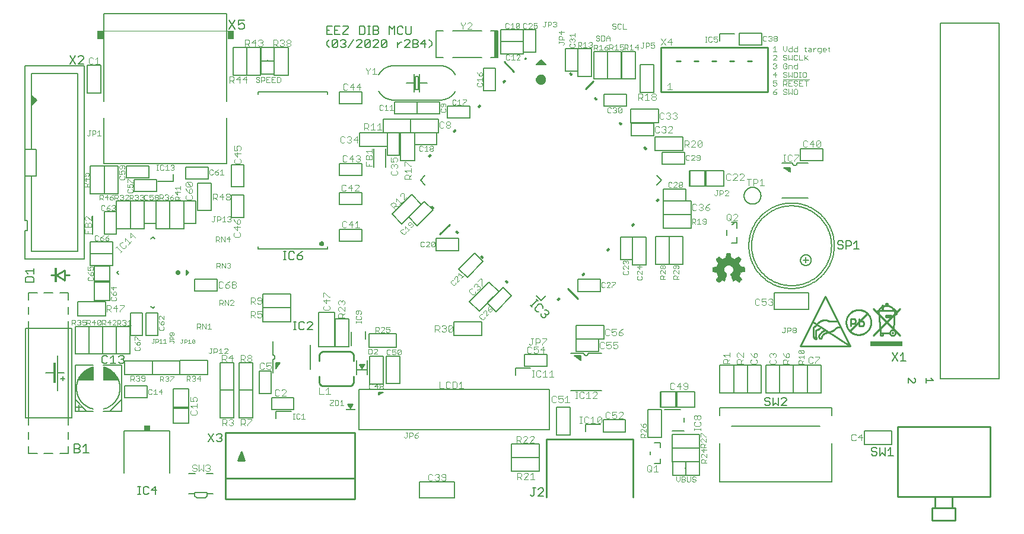
<source format=gto>
G75*
%MOIN*%
%OFA0B0*%
%FSLAX25Y25*%
%IPPOS*%
%LPD*%
%AMOC8*
5,1,8,0,0,1.08239X$1,22.5*
%
%ADD10R,0.01485X0.00015*%
%ADD11R,0.00045X0.00015*%
%ADD12R,0.00105X0.00015*%
%ADD13R,0.00165X0.00015*%
%ADD14R,0.00225X0.00015*%
%ADD15R,0.00285X0.00015*%
%ADD16R,0.00345X0.00015*%
%ADD17R,0.00405X0.00015*%
%ADD18R,0.00435X0.00015*%
%ADD19R,0.00465X0.00015*%
%ADD20R,0.00495X0.00015*%
%ADD21R,0.00540X0.00015*%
%ADD22R,0.00585X0.00015*%
%ADD23R,0.00645X0.00015*%
%ADD24R,0.00150X0.00015*%
%ADD25R,0.00675X0.00015*%
%ADD26R,0.00195X0.00015*%
%ADD27R,0.00705X0.00015*%
%ADD28R,0.00240X0.00015*%
%ADD29R,0.00735X0.00015*%
%ADD30R,0.00270X0.00015*%
%ADD31R,0.00765X0.00015*%
%ADD32R,0.00300X0.00015*%
%ADD33R,0.00810X0.00015*%
%ADD34R,0.00360X0.00015*%
%ADD35R,0.00855X0.00015*%
%ADD36R,0.00435X0.00015*%
%ADD37R,0.00915X0.00015*%
%ADD38R,0.00465X0.00015*%
%ADD39R,0.00945X0.00015*%
%ADD40R,0.00960X0.00015*%
%ADD41R,0.00525X0.00015*%
%ADD42R,0.00990X0.00015*%
%ADD43R,0.00555X0.00015*%
%ADD44R,0.01035X0.00015*%
%ADD45R,0.00600X0.00015*%
%ADD46R,0.01080X0.00015*%
%ADD47R,0.01125X0.00015*%
%ADD48R,0.01170X0.00015*%
%ADD49R,0.00720X0.00015*%
%ADD50R,0.01200X0.00015*%
%ADD51R,0.00750X0.00015*%
%ADD52R,0.01230X0.00015*%
%ADD53R,0.00780X0.00015*%
%ADD54R,0.01260X0.00015*%
%ADD55R,0.00810X0.00015*%
%ADD56R,0.01305X0.00015*%
%ADD57R,0.01365X0.00015*%
%ADD58R,0.00900X0.00015*%
%ADD59R,0.01395X0.00015*%
%ADD60R,0.01440X0.00015*%
%ADD61R,0.01470X0.00015*%
%ADD62R,0.01005X0.00015*%
%ADD63R,0.01500X0.00015*%
%ADD64R,0.01020X0.00015*%
%ADD65R,0.01530X0.00015*%
%ADD66R,0.01065X0.00015*%
%ADD67R,0.01575X0.00015*%
%ADD68R,0.01095X0.00015*%
%ADD69R,0.01635X0.00015*%
%ADD70R,0.01155X0.00015*%
%ADD71R,0.01680X0.00015*%
%ADD72R,0.01200X0.00015*%
%ADD73R,0.01710X0.00015*%
%ADD74R,0.01230X0.00015*%
%ADD75R,0.01725X0.00015*%
%ADD76R,0.01245X0.00015*%
%ADD77R,0.01755X0.00015*%
%ADD78R,0.01275X0.00015*%
%ADD79R,0.01800X0.00015*%
%ADD80R,0.01320X0.00015*%
%ADD81R,0.01860X0.00015*%
%ADD82R,0.01905X0.00015*%
%ADD83R,0.01410X0.00015*%
%ADD84R,0.01935X0.00015*%
%ADD85R,0.01455X0.00015*%
%ADD86R,0.01965X0.00015*%
%ADD87R,0.01485X0.00015*%
%ADD88R,0.01995X0.00015*%
%ADD89R,0.01515X0.00015*%
%ADD90R,0.02040X0.00015*%
%ADD91R,0.01530X0.00015*%
%ADD92R,0.02070X0.00015*%
%ADD93R,0.01575X0.00015*%
%ADD94R,0.02115X0.00015*%
%ADD95R,0.01620X0.00015*%
%ADD96R,0.02160X0.00015*%
%ADD97R,0.01665X0.00015*%
%ADD98R,0.02190X0.00015*%
%ADD99R,0.00075X0.00015*%
%ADD100R,0.01695X0.00015*%
%ADD101R,0.02220X0.00015*%
%ADD102R,0.00105X0.00015*%
%ADD103R,0.02235X0.00015*%
%ADD104R,0.00135X0.00015*%
%ADD105R,0.01755X0.00015*%
%ADD106R,0.02280X0.00015*%
%ADD107R,0.00180X0.00015*%
%ADD108R,0.01785X0.00015*%
%ADD109R,0.02340X0.00015*%
%ADD110R,0.00240X0.00015*%
%ADD111R,0.01830X0.00015*%
%ADD112R,0.02385X0.00015*%
%ADD113R,0.01890X0.00015*%
%ADD114R,0.02415X0.00015*%
%ADD115R,0.00330X0.00015*%
%ADD116R,0.00120X0.00015*%
%ADD117R,0.01920X0.00015*%
%ADD118R,0.02430X0.00015*%
%ADD119R,0.00375X0.00015*%
%ADD120R,0.02460X0.00015*%
%ADD121R,0.00405X0.00015*%
%ADD122R,0.00195X0.00015*%
%ADD123R,0.01965X0.00015*%
%ADD124R,0.02505X0.00015*%
%ADD125R,0.00210X0.00015*%
%ADD126R,0.02010X0.00015*%
%ADD127R,0.02535X0.00015*%
%ADD128R,0.00480X0.00015*%
%ADD129R,0.02580X0.00015*%
%ADD130R,0.00540X0.00015*%
%ADD131R,0.02085X0.00015*%
%ADD132R,0.02625X0.00015*%
%ADD133R,0.02130X0.00015*%
%ADD134R,0.02670X0.00015*%
%ADD135R,0.00630X0.00015*%
%ADD136R,0.02700X0.00015*%
%ADD137R,0.00660X0.00015*%
%ADD138R,0.00450X0.00015*%
%ADD139R,0.02190X0.00015*%
%ADD140R,0.02715X0.00015*%
%ADD141R,0.02205X0.00015*%
%ADD142R,0.02745X0.00015*%
%ADD143R,0.00510X0.00015*%
%ADD144R,0.02235X0.00015*%
%ADD145R,0.02775X0.00015*%
%ADD146R,0.02820X0.00015*%
%ADD147R,0.02310X0.00015*%
%ADD148R,0.02880X0.00015*%
%ADD149R,0.00855X0.00015*%
%ADD150R,0.02355X0.00015*%
%ADD151R,0.02895X0.00015*%
%ADD152R,0.00870X0.00015*%
%ADD153R,0.00660X0.00015*%
%ADD154R,0.02925X0.00015*%
%ADD155R,0.00690X0.00015*%
%ADD156R,0.02970X0.00015*%
%ADD157R,0.03000X0.00015*%
%ADD158R,0.00750X0.00015*%
%ADD159R,0.03045X0.00015*%
%ADD160R,0.01005X0.00015*%
%ADD161R,0.00780X0.00015*%
%ADD162R,0.02505X0.00015*%
%ADD163R,0.03090X0.00015*%
%ADD164R,0.01050X0.00015*%
%ADD165R,0.00825X0.00015*%
%ADD166R,0.02550X0.00015*%
%ADD167R,0.03135X0.00015*%
%ADD168R,0.01095X0.00015*%
%ADD169R,0.00870X0.00015*%
%ADD170R,0.03165X0.00015*%
%ADD171R,0.01125X0.00015*%
%ADD172R,0.02625X0.00015*%
%ADD173R,0.03195X0.00015*%
%ADD174R,0.01140X0.00015*%
%ADD175R,0.00930X0.00015*%
%ADD176R,0.02655X0.00015*%
%ADD177R,0.03210X0.00015*%
%ADD178R,0.00960X0.00015*%
%ADD179R,0.03240X0.00015*%
%ADD180R,0.02700X0.00015*%
%ADD181R,0.03285X0.00015*%
%ADD182R,0.01245X0.00015*%
%ADD183R,0.02745X0.00015*%
%ADD184R,0.03330X0.00015*%
%ADD185R,0.02790X0.00015*%
%ADD186R,0.03360X0.00015*%
%ADD187R,0.01110X0.00015*%
%ADD188R,0.02835X0.00015*%
%ADD189R,0.03390X0.00015*%
%ADD190R,0.01335X0.00015*%
%ADD191R,0.01140X0.00015*%
%ADD192R,0.02865X0.00015*%
%ADD193R,0.03420X0.00015*%
%ADD194R,0.01155X0.00015*%
%ADD195R,0.04905X0.00015*%
%ADD196R,0.04920X0.00015*%
%ADD197R,0.02940X0.00015*%
%ADD198R,0.04950X0.00015*%
%ADD199R,0.02985X0.00015*%
%ADD200R,0.04965X0.00015*%
%ADD201R,0.01275X0.00015*%
%ADD202R,0.03015X0.00015*%
%ADD203R,0.04980X0.00015*%
%ADD204R,0.03045X0.00015*%
%ADD205R,0.05010X0.00015*%
%ADD206R,0.01335X0.00015*%
%ADD207R,0.03075X0.00015*%
%ADD208R,0.01350X0.00015*%
%ADD209R,0.03105X0.00015*%
%ADD210R,0.05040X0.00015*%
%ADD211R,0.01380X0.00015*%
%ADD212R,0.05040X0.00015*%
%ADD213R,0.01410X0.00015*%
%ADD214R,0.03180X0.00015*%
%ADD215R,0.05070X0.00015*%
%ADD216R,0.03225X0.00015*%
%ADD217R,0.03255X0.00015*%
%ADD218R,0.05085X0.00015*%
%ADD219R,0.01515X0.00015*%
%ADD220R,0.03300X0.00015*%
%ADD221R,0.05100X0.00015*%
%ADD222R,0.04935X0.00015*%
%ADD223R,0.05115X0.00015*%
%ADD224R,0.04995X0.00015*%
%ADD225R,0.05130X0.00015*%
%ADD226R,0.05010X0.00015*%
%ADD227R,0.05130X0.00015*%
%ADD228R,0.05010X0.00015*%
%ADD229R,0.05025X0.00015*%
%ADD230R,0.05040X0.00015*%
%ADD231R,0.05055X0.00015*%
%ADD232R,0.05130X0.00015*%
%ADD233R,0.05085X0.00015*%
%ADD234R,0.05115X0.00015*%
%ADD235R,0.05145X0.00015*%
%ADD236R,0.05160X0.00015*%
%ADD237R,0.05130X0.00015*%
%ADD238R,0.05190X0.00015*%
%ADD239R,0.05190X0.00015*%
%ADD240R,0.05205X0.00015*%
%ADD241R,0.05220X0.00015*%
%ADD242R,0.05070X0.00015*%
%ADD243R,0.05085X0.00015*%
%ADD244R,0.05205X0.00015*%
%ADD245R,0.05220X0.00015*%
%ADD246R,0.05055X0.00015*%
%ADD247R,0.05025X0.00015*%
%ADD248R,0.05205X0.00015*%
%ADD249R,0.05025X0.00015*%
%ADD250R,0.05190X0.00015*%
%ADD251R,0.05190X0.00015*%
%ADD252R,0.04995X0.00015*%
%ADD253R,0.05175X0.00015*%
%ADD254R,0.04950X0.00015*%
%ADD255R,0.05145X0.00015*%
%ADD256R,0.05145X0.00015*%
%ADD257R,0.04920X0.00015*%
%ADD258R,0.04905X0.00015*%
%ADD259R,0.04905X0.00015*%
%ADD260R,0.05115X0.00015*%
%ADD261R,0.04890X0.00015*%
%ADD262R,0.04890X0.00015*%
%ADD263R,0.04875X0.00015*%
%ADD264R,0.04845X0.00015*%
%ADD265R,0.04830X0.00015*%
%ADD266R,0.04830X0.00015*%
%ADD267R,0.05070X0.00015*%
%ADD268R,0.04830X0.00015*%
%ADD269R,0.04815X0.00015*%
%ADD270R,0.04800X0.00015*%
%ADD271R,0.04800X0.00015*%
%ADD272R,0.05010X0.00015*%
%ADD273R,0.04785X0.00015*%
%ADD274R,0.04770X0.00015*%
%ADD275R,0.04770X0.00015*%
%ADD276R,0.04755X0.00015*%
%ADD277R,0.04740X0.00015*%
%ADD278R,0.04725X0.00015*%
%ADD279R,0.04725X0.00015*%
%ADD280R,0.04980X0.00015*%
%ADD281R,0.04710X0.00015*%
%ADD282R,0.04725X0.00015*%
%ADD283R,0.04710X0.00015*%
%ADD284R,0.04695X0.00015*%
%ADD285R,0.04680X0.00015*%
%ADD286R,0.04695X0.00015*%
%ADD287R,0.04680X0.00015*%
%ADD288R,0.04905X0.00015*%
%ADD289R,0.04665X0.00015*%
%ADD290R,0.04650X0.00015*%
%ADD291R,0.04635X0.00015*%
%ADD292R,0.04620X0.00015*%
%ADD293R,0.04620X0.00015*%
%ADD294R,0.04890X0.00015*%
%ADD295R,0.04605X0.00015*%
%ADD296R,0.04605X0.00015*%
%ADD297R,0.04590X0.00015*%
%ADD298R,0.04845X0.00015*%
%ADD299R,0.04575X0.00015*%
%ADD300R,0.04590X0.00015*%
%ADD301R,0.04575X0.00015*%
%ADD302R,0.04845X0.00015*%
%ADD303R,0.04560X0.00015*%
%ADD304R,0.04545X0.00015*%
%ADD305R,0.04530X0.00015*%
%ADD306R,0.04515X0.00015*%
%ADD307R,0.04530X0.00015*%
%ADD308R,0.04500X0.00015*%
%ADD309R,0.04515X0.00015*%
%ADD310R,0.04785X0.00015*%
%ADD311R,0.04485X0.00015*%
%ADD312R,0.04755X0.00015*%
%ADD313R,0.04470X0.00015*%
%ADD314R,0.04740X0.00015*%
%ADD315R,0.04485X0.00015*%
%ADD316R,0.04755X0.00015*%
%ADD317R,0.04545X0.00015*%
%ADD318R,0.04695X0.00015*%
%ADD319R,0.04680X0.00015*%
%ADD320R,0.04665X0.00015*%
%ADD321R,0.04725X0.00015*%
%ADD322R,0.04680X0.00015*%
%ADD323R,0.04860X0.00015*%
%ADD324R,0.04740X0.00015*%
%ADD325R,0.04875X0.00015*%
%ADD326R,0.04965X0.00015*%
%ADD327R,0.04860X0.00015*%
%ADD328R,0.04995X0.00015*%
%ADD329R,0.04875X0.00015*%
%ADD330R,0.04980X0.00015*%
%ADD331R,0.05235X0.00015*%
%ADD332R,0.05235X0.00015*%
%ADD333R,0.05250X0.00015*%
%ADD334R,0.05280X0.00015*%
%ADD335R,0.05295X0.00015*%
%ADD336R,0.05325X0.00015*%
%ADD337R,0.05340X0.00015*%
%ADD338R,0.05235X0.00015*%
%ADD339R,0.05355X0.00015*%
%ADD340R,0.05370X0.00015*%
%ADD341R,0.05265X0.00015*%
%ADD342R,0.05370X0.00015*%
%ADD343R,0.05280X0.00015*%
%ADD344R,0.05385X0.00015*%
%ADD345R,0.05295X0.00015*%
%ADD346R,0.05400X0.00015*%
%ADD347R,0.05415X0.00015*%
%ADD348R,0.05310X0.00015*%
%ADD349R,0.05430X0.00015*%
%ADD350R,0.05445X0.00015*%
%ADD351R,0.05460X0.00015*%
%ADD352R,0.05355X0.00015*%
%ADD353R,0.05475X0.00015*%
%ADD354R,0.05505X0.00015*%
%ADD355R,0.05520X0.00015*%
%ADD356R,0.05535X0.00015*%
%ADD357R,0.05550X0.00015*%
%ADD358R,0.05550X0.00015*%
%ADD359R,0.05475X0.00015*%
%ADD360R,0.05490X0.00015*%
%ADD361R,0.05475X0.00015*%
%ADD362R,0.05385X0.00015*%
%ADD363R,0.05370X0.00015*%
%ADD364R,0.05325X0.00015*%
%ADD365R,0.05310X0.00015*%
%ADD366R,0.05265X0.00015*%
%ADD367R,0.05175X0.00015*%
%ADD368R,0.04980X0.00015*%
%ADD369R,0.04965X0.00015*%
%ADD370R,0.04860X0.00015*%
%ADD371R,0.04845X0.00015*%
%ADD372R,0.04815X0.00015*%
%ADD373R,0.04770X0.00015*%
%ADD374R,0.05295X0.00015*%
%ADD375R,0.04635X0.00015*%
%ADD376R,0.05610X0.00015*%
%ADD377R,0.05700X0.00015*%
%ADD378R,0.05760X0.00015*%
%ADD379R,0.05805X0.00015*%
%ADD380R,0.05850X0.00015*%
%ADD381R,0.05895X0.00015*%
%ADD382R,0.06000X0.00015*%
%ADD383R,0.06135X0.00015*%
%ADD384R,0.06225X0.00015*%
%ADD385R,0.06300X0.00015*%
%ADD386R,0.06330X0.00015*%
%ADD387R,0.06375X0.00015*%
%ADD388R,0.06450X0.00015*%
%ADD389R,0.06570X0.00015*%
%ADD390R,0.05565X0.00015*%
%ADD391R,0.06690X0.00015*%
%ADD392R,0.06735X0.00015*%
%ADD393R,0.05790X0.00015*%
%ADD394R,0.06765X0.00015*%
%ADD395R,0.05850X0.00015*%
%ADD396R,0.06780X0.00015*%
%ADD397R,0.05895X0.00015*%
%ADD398R,0.06795X0.00015*%
%ADD399R,0.05955X0.00015*%
%ADD400R,0.06810X0.00015*%
%ADD401R,0.06060X0.00015*%
%ADD402R,0.06195X0.00015*%
%ADD403R,0.06825X0.00015*%
%ADD404R,0.06330X0.00015*%
%ADD405R,0.06840X0.00015*%
%ADD406R,0.06390X0.00015*%
%ADD407R,0.06495X0.00015*%
%ADD408R,0.06840X0.00015*%
%ADD409R,0.06555X0.00015*%
%ADD410R,0.06825X0.00015*%
%ADD411R,0.06645X0.00015*%
%ADD412R,0.06825X0.00015*%
%ADD413R,0.06705X0.00015*%
%ADD414R,0.06705X0.00015*%
%ADD415R,0.06810X0.00015*%
%ADD416R,0.06720X0.00015*%
%ADD417R,0.06795X0.00015*%
%ADD418R,0.06750X0.00015*%
%ADD419R,0.06765X0.00015*%
%ADD420R,0.06795X0.00015*%
%ADD421R,0.06780X0.00015*%
%ADD422R,0.06780X0.00015*%
%ADD423R,0.06750X0.00015*%
%ADD424R,0.06720X0.00015*%
%ADD425R,0.06720X0.00015*%
%ADD426R,0.06705X0.00015*%
%ADD427R,0.06705X0.00015*%
%ADD428R,0.06690X0.00015*%
%ADD429R,0.06675X0.00015*%
%ADD430R,0.06690X0.00015*%
%ADD431R,0.06675X0.00015*%
%ADD432R,0.06675X0.00015*%
%ADD433R,0.06660X0.00015*%
%ADD434R,0.06675X0.00015*%
%ADD435R,0.06660X0.00015*%
%ADD436R,0.06660X0.00015*%
%ADD437R,0.06645X0.00015*%
%ADD438R,0.06630X0.00015*%
%ADD439R,0.06660X0.00015*%
%ADD440R,0.06630X0.00015*%
%ADD441R,0.06645X0.00015*%
%ADD442R,0.06735X0.00015*%
%ADD443R,0.06765X0.00015*%
%ADD444R,0.06780X0.00015*%
%ADD445R,0.06825X0.00015*%
%ADD446R,0.06855X0.00015*%
%ADD447R,0.06855X0.00015*%
%ADD448R,0.06870X0.00015*%
%ADD449R,0.06885X0.00015*%
%ADD450R,0.06525X0.00015*%
%ADD451R,0.06405X0.00015*%
%ADD452R,0.06255X0.00015*%
%ADD453R,0.06165X0.00015*%
%ADD454R,0.06870X0.00015*%
%ADD455R,0.06120X0.00015*%
%ADD456R,0.06885X0.00015*%
%ADD457R,0.06060X0.00015*%
%ADD458R,0.06015X0.00015*%
%ADD459R,0.05910X0.00015*%
%ADD460R,0.05670X0.00015*%
%ADD461R,0.05595X0.00015*%
%ADD462R,0.06585X0.00015*%
%ADD463R,0.05160X0.00015*%
%ADD464R,0.06390X0.00015*%
%ADD465R,0.05025X0.00015*%
%ADD466R,0.06330X0.00015*%
%ADD467R,0.06075X0.00015*%
%ADD468R,0.05820X0.00015*%
%ADD469R,0.05775X0.00015*%
%ADD470R,0.05685X0.00015*%
%ADD471R,0.05460X0.00015*%
%ADD472R,0.04860X0.00015*%
%ADD473R,0.04935X0.00015*%
%ADD474R,0.05160X0.00015*%
%ADD475R,0.05325X0.00015*%
%ADD476R,0.05340X0.00015*%
%ADD477R,0.05355X0.00015*%
%ADD478R,0.05430X0.00015*%
%ADD479R,0.05535X0.00015*%
%ADD480R,0.05595X0.00015*%
%ADD481R,0.05640X0.00015*%
%ADD482R,0.05640X0.00015*%
%ADD483R,0.05670X0.00015*%
%ADD484R,0.05685X0.00015*%
%ADD485R,0.05700X0.00015*%
%ADD486R,0.05715X0.00015*%
%ADD487R,0.05715X0.00015*%
%ADD488R,0.05730X0.00015*%
%ADD489R,0.05745X0.00015*%
%ADD490R,0.05760X0.00015*%
%ADD491R,0.06000X0.00015*%
%ADD492R,0.06105X0.00015*%
%ADD493R,0.06180X0.00015*%
%ADD494R,0.06210X0.00015*%
%ADD495R,0.12690X0.00015*%
%ADD496R,0.12675X0.00015*%
%ADD497R,0.12660X0.00015*%
%ADD498R,0.12660X0.00015*%
%ADD499R,0.12645X0.00015*%
%ADD500R,0.12615X0.00015*%
%ADD501R,0.12600X0.00015*%
%ADD502R,0.12585X0.00015*%
%ADD503R,0.12555X0.00015*%
%ADD504R,0.12540X0.00015*%
%ADD505R,0.12525X0.00015*%
%ADD506R,0.12510X0.00015*%
%ADD507R,0.12510X0.00015*%
%ADD508R,0.12480X0.00015*%
%ADD509R,0.12450X0.00015*%
%ADD510R,0.12435X0.00015*%
%ADD511R,0.12420X0.00015*%
%ADD512R,0.12390X0.00015*%
%ADD513R,0.12375X0.00015*%
%ADD514R,0.12360X0.00015*%
%ADD515R,0.12330X0.00015*%
%ADD516R,0.12300X0.00015*%
%ADD517R,0.12285X0.00015*%
%ADD518R,0.12270X0.00015*%
%ADD519R,0.12255X0.00015*%
%ADD520R,0.12240X0.00015*%
%ADD521R,0.12225X0.00015*%
%ADD522R,0.12195X0.00015*%
%ADD523R,0.12165X0.00015*%
%ADD524R,0.12150X0.00015*%
%ADD525R,0.12135X0.00015*%
%ADD526R,0.12120X0.00015*%
%ADD527R,0.12090X0.00015*%
%ADD528R,0.12075X0.00015*%
%ADD529R,0.12060X0.00015*%
%ADD530R,0.12045X0.00015*%
%ADD531R,0.12015X0.00015*%
%ADD532R,0.12000X0.00015*%
%ADD533R,0.11985X0.00015*%
%ADD534R,0.11955X0.00015*%
%ADD535R,0.11940X0.00015*%
%ADD536R,0.11925X0.00015*%
%ADD537R,0.11910X0.00015*%
%ADD538R,0.11910X0.00015*%
%ADD539R,0.11880X0.00015*%
%ADD540R,0.11850X0.00015*%
%ADD541R,0.11835X0.00015*%
%ADD542R,0.11805X0.00015*%
%ADD543R,0.11775X0.00015*%
%ADD544R,0.11760X0.00015*%
%ADD545R,0.11745X0.00015*%
%ADD546R,0.11730X0.00015*%
%ADD547R,0.11700X0.00015*%
%ADD548R,0.11700X0.00015*%
%ADD549R,0.11685X0.00015*%
%ADD550R,0.11655X0.00015*%
%ADD551R,0.11640X0.00015*%
%ADD552R,0.11625X0.00015*%
%ADD553R,0.11625X0.00015*%
%ADD554R,0.11670X0.00015*%
%ADD555R,0.11715X0.00015*%
%ADD556R,0.11790X0.00015*%
%ADD557R,0.11820X0.00015*%
%ADD558R,0.11820X0.00015*%
%ADD559R,0.11880X0.00015*%
%ADD560R,0.11895X0.00015*%
%ADD561R,0.11970X0.00015*%
%ADD562R,0.12045X0.00015*%
%ADD563R,0.12075X0.00015*%
%ADD564R,0.12105X0.00015*%
%ADD565R,0.12135X0.00015*%
%ADD566R,0.12165X0.00015*%
%ADD567R,0.12180X0.00015*%
%ADD568R,0.12195X0.00015*%
%ADD569R,0.12210X0.00015*%
%ADD570R,0.12225X0.00015*%
%ADD571R,0.12255X0.00015*%
%ADD572R,0.12360X0.00015*%
%ADD573R,0.12390X0.00015*%
%ADD574R,0.12405X0.00015*%
%ADD575R,0.12435X0.00015*%
%ADD576R,0.12480X0.00015*%
%ADD577R,0.12480X0.00015*%
%ADD578R,0.12510X0.00015*%
%ADD579R,0.12570X0.00015*%
%ADD580R,0.12630X0.00015*%
%ADD581R,0.12675X0.00015*%
%ADD582R,0.12705X0.00015*%
%ADD583R,0.12735X0.00015*%
%ADD584R,0.12750X0.00015*%
%ADD585R,0.12780X0.00015*%
%ADD586R,0.12795X0.00015*%
%ADD587R,0.12810X0.00015*%
%ADD588R,0.12840X0.00015*%
%ADD589R,0.12855X0.00015*%
%ADD590R,0.12885X0.00015*%
%ADD591R,0.12900X0.00015*%
%ADD592R,0.12915X0.00015*%
%ADD593R,0.12945X0.00015*%
%ADD594R,0.12960X0.00015*%
%ADD595R,0.12990X0.00015*%
%ADD596R,0.13005X0.00015*%
%ADD597R,0.13020X0.00015*%
%ADD598R,0.13035X0.00015*%
%ADD599R,0.13065X0.00015*%
%ADD600R,0.13080X0.00015*%
%ADD601R,0.13110X0.00015*%
%ADD602R,0.13125X0.00015*%
%ADD603R,0.13155X0.00015*%
%ADD604R,0.13170X0.00015*%
%ADD605R,0.13200X0.00015*%
%ADD606R,0.13230X0.00015*%
%ADD607R,0.13260X0.00015*%
%ADD608R,0.13290X0.00015*%
%ADD609R,0.13320X0.00015*%
%ADD610R,0.13350X0.00015*%
%ADD611R,0.13365X0.00015*%
%ADD612R,0.13395X0.00015*%
%ADD613R,0.13425X0.00015*%
%ADD614R,0.13455X0.00015*%
%ADD615R,0.13470X0.00015*%
%ADD616R,0.13500X0.00015*%
%ADD617R,0.13530X0.00015*%
%ADD618R,0.13560X0.00015*%
%ADD619R,0.13575X0.00015*%
%ADD620R,0.13605X0.00015*%
%ADD621R,0.13635X0.00015*%
%ADD622R,0.13650X0.00015*%
%ADD623R,0.13680X0.00015*%
%ADD624R,0.13695X0.00015*%
%ADD625R,0.13725X0.00015*%
%ADD626R,0.13740X0.00015*%
%ADD627R,0.13770X0.00015*%
%ADD628R,0.13785X0.00015*%
%ADD629R,0.13800X0.00015*%
%ADD630R,0.13830X0.00015*%
%ADD631R,0.13860X0.00015*%
%ADD632R,0.13875X0.00015*%
%ADD633R,0.13905X0.00015*%
%ADD634R,0.13935X0.00015*%
%ADD635R,0.13950X0.00015*%
%ADD636R,0.13980X0.00015*%
%ADD637R,0.14010X0.00015*%
%ADD638R,0.14025X0.00015*%
%ADD639R,0.14055X0.00015*%
%ADD640R,0.14070X0.00015*%
%ADD641R,0.14085X0.00015*%
%ADD642R,0.14115X0.00015*%
%ADD643R,0.14145X0.00015*%
%ADD644R,0.14160X0.00015*%
%ADD645R,0.14190X0.00015*%
%ADD646R,0.14205X0.00015*%
%ADD647R,0.14220X0.00015*%
%ADD648R,0.14235X0.00015*%
%ADD649R,0.14265X0.00015*%
%ADD650R,0.14280X0.00015*%
%ADD651R,0.14295X0.00015*%
%ADD652R,0.14295X0.00015*%
%ADD653R,0.14250X0.00015*%
%ADD654R,0.14205X0.00015*%
%ADD655R,0.14175X0.00015*%
%ADD656R,0.14160X0.00015*%
%ADD657R,0.14130X0.00015*%
%ADD658R,0.14100X0.00015*%
%ADD659R,0.14040X0.00015*%
%ADD660R,0.14010X0.00015*%
%ADD661R,0.03465X0.00015*%
%ADD662R,0.10440X0.00015*%
%ADD663R,0.03420X0.00015*%
%ADD664R,0.10395X0.00015*%
%ADD665R,0.03375X0.00015*%
%ADD666R,0.10335X0.00015*%
%ADD667R,0.03570X0.00015*%
%ADD668R,0.06600X0.00015*%
%ADD669R,0.03525X0.00015*%
%ADD670R,0.03270X0.00015*%
%ADD671R,0.03495X0.00015*%
%ADD672R,0.03210X0.00015*%
%ADD673R,0.06480X0.00015*%
%ADD674R,0.03435X0.00015*%
%ADD675R,0.03165X0.00015*%
%ADD676R,0.03390X0.00015*%
%ADD677R,0.03120X0.00015*%
%ADD678R,0.06315X0.00015*%
%ADD679R,0.03345X0.00015*%
%ADD680R,0.03090X0.00015*%
%ADD681R,0.03075X0.00015*%
%ADD682R,0.06225X0.00015*%
%ADD683R,0.03270X0.00015*%
%ADD684R,0.06180X0.00015*%
%ADD685R,0.02970X0.00015*%
%ADD686R,0.06075X0.00015*%
%ADD687R,0.03195X0.00015*%
%ADD688R,0.02925X0.00015*%
%ADD689R,0.05985X0.00015*%
%ADD690R,0.03135X0.00015*%
%ADD691R,0.02850X0.00015*%
%ADD692R,0.05835X0.00015*%
%ADD693R,0.03030X0.00015*%
%ADD694R,0.02805X0.00015*%
%ADD695R,0.02730X0.00015*%
%ADD696R,0.05625X0.00015*%
%ADD697R,0.02925X0.00015*%
%ADD698R,0.02640X0.00015*%
%ADD699R,0.02595X0.00015*%
%ADD700R,0.02565X0.00015*%
%ADD701R,0.02760X0.00015*%
%ADD702R,0.02520X0.00015*%
%ADD703R,0.02730X0.00015*%
%ADD704R,0.02475X0.00015*%
%ADD705R,0.02685X0.00015*%
%ADD706R,0.02445X0.00015*%
%ADD707R,0.02400X0.00015*%
%ADD708R,0.02370X0.00015*%
%ADD709R,0.02565X0.00015*%
%ADD710R,0.02340X0.00015*%
%ADD711R,0.02325X0.00015*%
%ADD712R,0.02505X0.00015*%
%ADD713R,0.02280X0.00015*%
%ADD714R,0.02460X0.00015*%
%ADD715R,0.04560X0.00015*%
%ADD716R,0.02190X0.00015*%
%ADD717R,0.04440X0.00015*%
%ADD718R,0.02370X0.00015*%
%ADD719R,0.02145X0.00015*%
%ADD720R,0.04365X0.00015*%
%ADD721R,0.04320X0.00015*%
%ADD722R,0.02310X0.00015*%
%ADD723R,0.02100X0.00015*%
%ADD724R,0.04260X0.00015*%
%ADD725R,0.04200X0.00015*%
%ADD726R,0.02265X0.00015*%
%ADD727R,0.02040X0.00015*%
%ADD728R,0.04095X0.00015*%
%ADD729R,0.02220X0.00015*%
%ADD730R,0.03915X0.00015*%
%ADD731R,0.02175X0.00015*%
%ADD732R,0.03765X0.00015*%
%ADD733R,0.03675X0.00015*%
%ADD734R,0.01890X0.00015*%
%ADD735R,0.03615X0.00015*%
%ADD736R,0.02055X0.00015*%
%ADD737R,0.01860X0.00015*%
%ADD738R,0.03555X0.00015*%
%ADD739R,0.01815X0.00015*%
%ADD740R,0.03450X0.00015*%
%ADD741R,0.01725X0.00015*%
%ADD742R,0.03315X0.00015*%
%ADD743R,0.01905X0.00015*%
%ADD744R,0.01680X0.00015*%
%ADD745R,0.01650X0.00015*%
%ADD746R,0.01620X0.00015*%
%ADD747R,0.01590X0.00015*%
%ADD748R,0.01770X0.00015*%
%ADD749R,0.01560X0.00015*%
%ADD750R,0.03240X0.00015*%
%ADD751R,0.01740X0.00015*%
%ADD752R,0.01665X0.00015*%
%ADD753R,0.01455X0.00015*%
%ADD754R,0.01635X0.00015*%
%ADD755R,0.01410X0.00015*%
%ADD756R,0.01395X0.00015*%
%ADD757R,0.01365X0.00015*%
%ADD758R,0.01335X0.00015*%
%ADD759R,0.01290X0.00015*%
%ADD760R,0.03210X0.00015*%
%ADD761R,0.01455X0.00015*%
%ADD762R,0.01185X0.00015*%
%ADD763R,0.01290X0.00015*%
%ADD764R,0.01110X0.00015*%
%ADD765R,0.01260X0.00015*%
%ADD766R,0.03180X0.00015*%
%ADD767R,0.00975X0.00015*%
%ADD768R,0.03150X0.00015*%
%ADD769R,0.00885X0.00015*%
%ADD770R,0.03150X0.00015*%
%ADD771R,0.01050X0.00015*%
%ADD772R,0.00795X0.00015*%
%ADD773R,0.00885X0.00015*%
%ADD774R,0.00690X0.00015*%
%ADD775R,0.00840X0.00015*%
%ADD776R,0.00570X0.00015*%
%ADD777R,0.00525X0.00015*%
%ADD778R,0.03105X0.00015*%
%ADD779R,0.00660X0.00015*%
%ADD780R,0.00615X0.00015*%
%ADD781R,0.00420X0.00015*%
%ADD782R,0.00555X0.00015*%
%ADD783R,0.00390X0.00015*%
%ADD784R,0.00525X0.00015*%
%ADD785R,0.00360X0.00015*%
%ADD786R,0.00495X0.00015*%
%ADD787R,0.03075X0.00015*%
%ADD788R,0.00450X0.00015*%
%ADD789R,0.00225X0.00015*%
%ADD790R,0.00345X0.00015*%
%ADD791R,0.00255X0.00015*%
%ADD792R,0.03060X0.00015*%
%ADD793R,0.00180X0.00015*%
%ADD794R,0.00075X0.00015*%
%ADD795R,0.03000X0.00015*%
%ADD796R,0.02955X0.00015*%
%ADD797R,0.02940X0.00015*%
%ADD798R,0.02940X0.00015*%
%ADD799R,0.02910X0.00015*%
%ADD800R,0.02910X0.00015*%
%ADD801R,0.02865X0.00015*%
%ADD802R,0.02805X0.00015*%
%ADD803R,0.02775X0.00015*%
%ADD804R,0.02760X0.00015*%
%ADD805R,0.02655X0.00015*%
%ADD806R,0.02640X0.00015*%
%ADD807R,0.02610X0.00015*%
%ADD808R,0.02595X0.00015*%
%ADD809R,0.02535X0.00015*%
%ADD810R,0.02475X0.00015*%
%ADD811R,0.02175X0.00015*%
%ADD812R,0.01575X0.00015*%
%ADD813C,0.00300*%
%ADD814C,0.00500*%
%ADD815C,0.01000*%
%ADD816R,0.18000X0.03000*%
%ADD817C,0.00600*%
%ADD818C,0.00400*%
%ADD819C,0.00100*%
%ADD820R,0.01750X0.09000*%
%ADD821R,0.00600X0.09000*%
%ADD822R,0.01181X0.08268*%
%ADD823C,0.00800*%
%ADD824R,0.03400X0.03000*%
%ADD825R,0.09000X0.01750*%
%ADD826R,0.09000X0.00600*%
%ADD827R,0.00787X0.00787*%
%ADD828C,0.00039*%
%ADD829R,0.03642X0.04500*%
%ADD830C,0.00200*%
%ADD831R,0.05512X0.00787*%
%ADD832R,0.01969X0.14961*%
%ADD833R,0.01181X0.11811*%
D10*
X0450198Y0269024D03*
D11*
X0447308Y0263314D03*
X0455513Y0264184D03*
X0458693Y0263479D03*
D12*
X0447308Y0263329D03*
D13*
X0447308Y0263344D03*
D14*
X0447308Y0263359D03*
D15*
X0447308Y0263374D03*
X0447398Y0277759D03*
D16*
X0447308Y0263389D03*
X0455558Y0264274D03*
D17*
X0455573Y0264289D03*
X0447308Y0263404D03*
D18*
X0447308Y0263419D03*
D19*
X0447308Y0263434D03*
D20*
X0447308Y0263449D03*
X0458693Y0263614D03*
D21*
X0447315Y0263464D03*
D22*
X0447323Y0263479D03*
X0450338Y0264289D03*
X0455648Y0264379D03*
D23*
X0455663Y0264394D03*
X0458678Y0263674D03*
X0447323Y0263494D03*
D24*
X0455505Y0264214D03*
X0458700Y0263494D03*
D25*
X0458678Y0263689D03*
X0450308Y0264334D03*
X0447323Y0263509D03*
D26*
X0458693Y0263509D03*
D27*
X0455693Y0264439D03*
X0450293Y0264349D03*
X0447323Y0263524D03*
D28*
X0458701Y0263524D03*
D29*
X0447323Y0263539D03*
D30*
X0455536Y0264259D03*
X0458701Y0263539D03*
D31*
X0450278Y0264364D03*
X0447323Y0263554D03*
D32*
X0450436Y0264184D03*
X0458701Y0263554D03*
X0458325Y0277804D03*
D33*
X0447330Y0263569D03*
D34*
X0458701Y0263569D03*
D35*
X0458663Y0263764D03*
X0447338Y0263584D03*
D36*
X0450398Y0264244D03*
X0455588Y0264304D03*
X0458693Y0263584D03*
D37*
X0455753Y0264514D03*
X0450218Y0264439D03*
X0447338Y0263599D03*
X0447428Y0277504D03*
D38*
X0447413Y0277684D03*
X0458693Y0263599D03*
D39*
X0458663Y0263794D03*
X0450203Y0264454D03*
X0447338Y0263614D03*
X0458303Y0277564D03*
X0452723Y0279679D03*
D40*
X0447345Y0263629D03*
D41*
X0458693Y0263629D03*
D42*
X0458655Y0263809D03*
X0455776Y0264559D03*
X0447346Y0263644D03*
X0458296Y0277549D03*
D43*
X0458693Y0263644D03*
D44*
X0447353Y0263659D03*
D45*
X0458686Y0263659D03*
X0447421Y0277639D03*
D46*
X0458296Y0277504D03*
X0455805Y0264589D03*
X0447346Y0263674D03*
D47*
X0447353Y0263689D03*
D48*
X0447360Y0263704D03*
X0450136Y0264544D03*
X0455836Y0264649D03*
X0458280Y0277474D03*
D49*
X0458311Y0277654D03*
X0458670Y0263704D03*
D50*
X0447360Y0263719D03*
D51*
X0458670Y0263719D03*
D52*
X0447360Y0263734D03*
X0447451Y0277384D03*
X0458280Y0277459D03*
D53*
X0458311Y0277624D03*
X0458670Y0263734D03*
D54*
X0447361Y0263749D03*
D55*
X0450255Y0264379D03*
X0458670Y0263749D03*
X0458311Y0277609D03*
D56*
X0455888Y0264709D03*
X0447368Y0263764D03*
D57*
X0447368Y0263779D03*
X0450068Y0264634D03*
X0458633Y0263974D03*
D58*
X0458656Y0263779D03*
X0450225Y0264424D03*
D59*
X0447368Y0263794D03*
D60*
X0447376Y0263809D03*
D61*
X0447376Y0263824D03*
X0455926Y0264799D03*
D62*
X0458648Y0263824D03*
D63*
X0447375Y0263839D03*
X0447465Y0277279D03*
X0458265Y0277354D03*
D64*
X0458296Y0277534D03*
X0447435Y0277474D03*
X0458655Y0263839D03*
D65*
X0447376Y0263854D03*
D66*
X0458648Y0263854D03*
D67*
X0447383Y0263869D03*
D68*
X0458648Y0263869D03*
D69*
X0447383Y0263884D03*
D70*
X0458648Y0263884D03*
D71*
X0447390Y0263899D03*
D72*
X0450136Y0264559D03*
X0455851Y0264664D03*
X0458641Y0263899D03*
D73*
X0447390Y0263914D03*
D74*
X0458640Y0263914D03*
D75*
X0458603Y0264124D03*
X0447398Y0263929D03*
D76*
X0458633Y0263929D03*
D77*
X0447398Y0263944D03*
D78*
X0450098Y0264589D03*
X0458633Y0263944D03*
D79*
X0447391Y0263959D03*
X0458251Y0277234D03*
D80*
X0458281Y0277414D03*
X0458626Y0263959D03*
X0450090Y0264604D03*
D81*
X0447405Y0263974D03*
D82*
X0447413Y0263989D03*
X0447488Y0277114D03*
D83*
X0458626Y0263989D03*
D84*
X0458588Y0264214D03*
X0447413Y0264004D03*
X0447488Y0277099D03*
X0452903Y0279649D03*
D85*
X0455918Y0264784D03*
X0458618Y0264004D03*
D86*
X0447413Y0264019D03*
D87*
X0458618Y0264019D03*
D88*
X0447413Y0264034D03*
X0447488Y0277084D03*
D89*
X0458618Y0264034D03*
D90*
X0458580Y0264259D03*
X0447421Y0264049D03*
X0458236Y0277144D03*
D91*
X0458265Y0277339D03*
X0458610Y0264049D03*
D92*
X0447421Y0264064D03*
X0447495Y0277054D03*
D93*
X0458618Y0264064D03*
D94*
X0447428Y0264079D03*
D95*
X0458611Y0264079D03*
D96*
X0458565Y0264304D03*
X0447436Y0264094D03*
D97*
X0458603Y0264094D03*
D98*
X0447436Y0264109D03*
D99*
X0450488Y0264109D03*
D100*
X0458603Y0264109D03*
D101*
X0447435Y0264124D03*
D102*
X0450488Y0264124D03*
D103*
X0447443Y0264139D03*
X0447503Y0276979D03*
X0452918Y0279604D03*
D104*
X0450488Y0264139D03*
D105*
X0458603Y0264139D03*
D106*
X0458551Y0264364D03*
X0447451Y0264154D03*
D107*
X0450465Y0264154D03*
D108*
X0458603Y0264154D03*
X0447473Y0277174D03*
D109*
X0447451Y0264169D03*
D110*
X0450451Y0264169D03*
D111*
X0458595Y0264169D03*
X0458251Y0277219D03*
D112*
X0458543Y0264409D03*
X0447458Y0264184D03*
D113*
X0458596Y0264184D03*
D114*
X0458543Y0264424D03*
X0447458Y0264199D03*
X0458198Y0276979D03*
D115*
X0447406Y0277744D03*
X0450421Y0264199D03*
D116*
X0455505Y0264199D03*
X0447405Y0277789D03*
D117*
X0458596Y0264199D03*
D118*
X0458536Y0264439D03*
X0447465Y0264214D03*
X0452910Y0279529D03*
D119*
X0450413Y0264214D03*
D120*
X0447465Y0264229D03*
X0458536Y0264454D03*
D121*
X0450413Y0264229D03*
D122*
X0455513Y0264229D03*
D123*
X0458588Y0264229D03*
X0458243Y0277174D03*
D124*
X0447473Y0264244D03*
D125*
X0455520Y0264244D03*
D126*
X0458580Y0264244D03*
X0458236Y0277159D03*
D127*
X0458183Y0276934D03*
X0452903Y0279274D03*
X0452903Y0279289D03*
X0452903Y0279304D03*
X0452903Y0279334D03*
X0447473Y0264259D03*
D128*
X0450390Y0264259D03*
X0455596Y0264334D03*
X0458326Y0277744D03*
D129*
X0458176Y0276904D03*
X0452911Y0279199D03*
X0458520Y0264499D03*
X0447481Y0264274D03*
D130*
X0450361Y0264274D03*
X0455626Y0264364D03*
D131*
X0458573Y0264274D03*
X0458228Y0277114D03*
D132*
X0447488Y0264289D03*
D133*
X0458565Y0264289D03*
X0458221Y0277099D03*
X0447495Y0277024D03*
D134*
X0447556Y0276784D03*
X0452895Y0278989D03*
X0452895Y0279004D03*
X0458506Y0264544D03*
X0447495Y0264304D03*
D135*
X0450330Y0264304D03*
X0447421Y0277624D03*
D136*
X0452895Y0278869D03*
X0447495Y0264319D03*
D137*
X0450315Y0264319D03*
D138*
X0455596Y0264319D03*
D139*
X0458565Y0264319D03*
D140*
X0447503Y0264334D03*
X0452903Y0278764D03*
X0452903Y0278779D03*
X0452903Y0278794D03*
X0452903Y0278809D03*
X0452903Y0278824D03*
D141*
X0458558Y0264334D03*
D142*
X0447503Y0264349D03*
X0452903Y0278689D03*
D143*
X0455611Y0264349D03*
D144*
X0458558Y0264349D03*
D145*
X0447503Y0264364D03*
X0447563Y0276754D03*
X0458153Y0276829D03*
D146*
X0452896Y0278524D03*
X0452896Y0278539D03*
X0447570Y0276724D03*
X0447511Y0264379D03*
D147*
X0458551Y0264379D03*
D148*
X0458490Y0264634D03*
X0447511Y0264394D03*
X0447570Y0276694D03*
X0452896Y0278314D03*
X0452896Y0278329D03*
X0452896Y0278344D03*
X0452896Y0278359D03*
X0452896Y0278374D03*
X0452896Y0278389D03*
X0452896Y0278404D03*
X0458146Y0276784D03*
D149*
X0450233Y0264394D03*
D150*
X0458543Y0264394D03*
D151*
X0458483Y0264649D03*
X0447518Y0264409D03*
D152*
X0450226Y0264409D03*
D153*
X0455671Y0264409D03*
X0447421Y0277609D03*
D154*
X0447518Y0264424D03*
D155*
X0455686Y0264424D03*
D156*
X0447526Y0264439D03*
D157*
X0447525Y0264454D03*
X0452880Y0277954D03*
X0452880Y0277984D03*
X0452880Y0277999D03*
X0458130Y0276739D03*
D158*
X0458311Y0277639D03*
X0447420Y0277579D03*
X0455700Y0264454D03*
D159*
X0447533Y0264469D03*
D160*
X0450188Y0264469D03*
D161*
X0455715Y0264469D03*
D162*
X0458528Y0264469D03*
D163*
X0447540Y0264484D03*
X0452896Y0277714D03*
X0452896Y0277729D03*
X0452896Y0277744D03*
D164*
X0447435Y0277459D03*
X0450166Y0264484D03*
X0455790Y0264574D03*
D165*
X0455738Y0264484D03*
X0447428Y0277549D03*
D166*
X0452911Y0279259D03*
X0458520Y0264484D03*
D167*
X0458453Y0264754D03*
X0447548Y0264499D03*
X0452888Y0277549D03*
X0452888Y0277564D03*
X0452888Y0277579D03*
X0452888Y0277594D03*
X0452888Y0277609D03*
D168*
X0450158Y0264499D03*
D169*
X0455745Y0264499D03*
X0447421Y0277534D03*
D170*
X0452873Y0277489D03*
X0452873Y0277474D03*
X0447548Y0264514D03*
D171*
X0450158Y0264514D03*
X0447443Y0277429D03*
X0458288Y0277489D03*
D172*
X0458168Y0276889D03*
X0452903Y0279094D03*
X0452903Y0279109D03*
X0452903Y0279124D03*
X0447548Y0276814D03*
X0458513Y0264514D03*
D173*
X0447548Y0264529D03*
D174*
X0450151Y0264529D03*
D175*
X0455760Y0264529D03*
D176*
X0458513Y0264529D03*
X0452903Y0279034D03*
X0452903Y0279049D03*
X0452903Y0279064D03*
D177*
X0447555Y0264544D03*
D178*
X0455761Y0264544D03*
D179*
X0447555Y0264559D03*
D180*
X0458506Y0264559D03*
X0452895Y0278839D03*
X0452895Y0278854D03*
X0452895Y0278884D03*
X0452895Y0278899D03*
D181*
X0452888Y0277204D03*
X0447563Y0264574D03*
D182*
X0450113Y0264574D03*
X0455858Y0264679D03*
D183*
X0458498Y0264574D03*
D184*
X0447571Y0264589D03*
X0447615Y0276499D03*
D185*
X0452896Y0278584D03*
X0452896Y0278599D03*
X0458490Y0264589D03*
D186*
X0447571Y0264604D03*
X0452895Y0277174D03*
D187*
X0455820Y0264604D03*
D188*
X0458483Y0264604D03*
X0458153Y0276799D03*
X0452888Y0278494D03*
X0452888Y0278509D03*
D189*
X0447570Y0264619D03*
D190*
X0450083Y0264619D03*
D191*
X0455821Y0264619D03*
D192*
X0458483Y0264619D03*
X0452888Y0278419D03*
D193*
X0447570Y0264634D03*
D194*
X0455828Y0264634D03*
X0447443Y0277414D03*
D195*
X0448478Y0269044D03*
X0448718Y0268774D03*
X0448688Y0265699D03*
X0448298Y0264649D03*
X0457013Y0266389D03*
X0457028Y0266359D03*
X0457628Y0264829D03*
D196*
X0457111Y0266209D03*
X0457096Y0266239D03*
X0457096Y0266254D03*
X0457081Y0266284D03*
X0457035Y0268714D03*
X0457020Y0272479D03*
X0457005Y0272494D03*
X0456990Y0272509D03*
X0448470Y0272149D03*
X0448726Y0268759D03*
X0448740Y0268744D03*
X0448635Y0265624D03*
X0448620Y0265594D03*
X0448605Y0265564D03*
X0448290Y0264664D03*
D197*
X0458476Y0264664D03*
D198*
X0457635Y0264859D03*
X0457126Y0266179D03*
X0456600Y0267574D03*
X0456976Y0272539D03*
X0448816Y0272524D03*
X0448755Y0268714D03*
X0448770Y0268699D03*
X0449266Y0267409D03*
X0449266Y0267394D03*
X0448590Y0265534D03*
X0448290Y0264679D03*
D199*
X0458468Y0264679D03*
X0452888Y0278014D03*
D200*
X0448838Y0272554D03*
X0448823Y0272539D03*
X0448433Y0269059D03*
X0448568Y0265504D03*
X0448568Y0265489D03*
X0448283Y0264694D03*
X0456593Y0267589D03*
X0457133Y0266164D03*
X0457148Y0266149D03*
X0457643Y0264874D03*
X0456953Y0272554D03*
D201*
X0455873Y0264694D03*
D202*
X0458453Y0264694D03*
X0447593Y0276649D03*
D203*
X0448440Y0272134D03*
X0448785Y0268684D03*
X0448561Y0265474D03*
X0448546Y0265444D03*
X0448276Y0264709D03*
X0457155Y0266134D03*
X0457170Y0266104D03*
X0457170Y0266089D03*
X0457185Y0266074D03*
D204*
X0458453Y0264709D03*
X0458123Y0276709D03*
X0452888Y0277864D03*
X0452888Y0277879D03*
X0452888Y0277894D03*
X0447593Y0276634D03*
D205*
X0448861Y0272599D03*
X0456961Y0268624D03*
X0457261Y0265939D03*
X0448276Y0264739D03*
X0448276Y0264724D03*
D206*
X0455888Y0264724D03*
D207*
X0458453Y0264724D03*
D208*
X0455896Y0264739D03*
X0458281Y0277399D03*
D209*
X0452888Y0277624D03*
X0452888Y0277639D03*
X0452888Y0277654D03*
X0452888Y0277684D03*
X0452888Y0277699D03*
X0458453Y0264739D03*
D210*
X0457290Y0265879D03*
X0457276Y0265894D03*
X0448455Y0265294D03*
X0448455Y0265279D03*
X0448440Y0265264D03*
X0448276Y0264754D03*
X0448876Y0272614D03*
X0448890Y0272629D03*
D211*
X0455896Y0264754D03*
D212*
X0448276Y0264769D03*
D213*
X0455911Y0264769D03*
D214*
X0458446Y0264769D03*
D215*
X0448426Y0265234D03*
X0448276Y0264799D03*
X0448276Y0264784D03*
D216*
X0458438Y0264784D03*
X0458108Y0276649D03*
X0452873Y0277309D03*
X0452873Y0277324D03*
X0452873Y0277339D03*
X0452873Y0277354D03*
D217*
X0452873Y0277249D03*
X0447608Y0276544D03*
X0458423Y0264799D03*
D218*
X0448283Y0264814D03*
X0448883Y0268564D03*
D219*
X0455933Y0264814D03*
D220*
X0458415Y0264814D03*
X0458101Y0276604D03*
X0447615Y0276514D03*
D221*
X0456841Y0272689D03*
X0456901Y0268534D03*
X0456601Y0267754D03*
X0456601Y0267739D03*
X0456601Y0267724D03*
X0456601Y0267709D03*
X0457395Y0265699D03*
X0457395Y0265684D03*
X0457410Y0265654D03*
X0449251Y0267604D03*
X0448891Y0268549D03*
X0448395Y0265174D03*
X0448395Y0265159D03*
X0448380Y0265144D03*
X0448380Y0265129D03*
X0448275Y0264844D03*
X0448275Y0264829D03*
D222*
X0448598Y0265549D03*
X0448613Y0265579D03*
X0448628Y0265609D03*
X0448748Y0268729D03*
X0456593Y0267559D03*
X0457013Y0268684D03*
X0457028Y0268699D03*
X0457103Y0266224D03*
X0457118Y0266194D03*
X0457628Y0264844D03*
X0457088Y0272434D03*
X0456983Y0272524D03*
X0452888Y0276904D03*
D223*
X0448283Y0264889D03*
X0448283Y0264874D03*
X0448283Y0264859D03*
D224*
X0449258Y0267454D03*
X0449258Y0267484D03*
X0457193Y0266059D03*
X0457208Y0266044D03*
X0457223Y0266029D03*
X0457223Y0266014D03*
X0457643Y0264889D03*
D225*
X0457440Y0265594D03*
X0457426Y0265609D03*
X0456826Y0272704D03*
X0448290Y0264964D03*
X0448290Y0264949D03*
X0448290Y0264934D03*
X0448290Y0264904D03*
D226*
X0448515Y0265384D03*
X0448530Y0265399D03*
X0449251Y0267499D03*
X0449251Y0267514D03*
X0448815Y0268654D03*
X0457230Y0265999D03*
X0457651Y0264904D03*
D227*
X0448290Y0264919D03*
D228*
X0456601Y0267619D03*
X0457651Y0264919D03*
D229*
X0457658Y0264934D03*
X0449258Y0267529D03*
X0448838Y0268609D03*
X0448838Y0268624D03*
X0448823Y0268639D03*
X0448493Y0265354D03*
X0456908Y0272614D03*
X0456923Y0272599D03*
X0452888Y0276889D03*
D230*
X0456901Y0272629D03*
X0456945Y0268594D03*
X0456930Y0268579D03*
X0456601Y0267649D03*
X0456601Y0267634D03*
X0457651Y0264949D03*
X0449251Y0267544D03*
X0449251Y0267559D03*
X0448486Y0265339D03*
X0448471Y0265324D03*
D231*
X0448853Y0268594D03*
X0457313Y0265834D03*
X0457328Y0265804D03*
X0457343Y0265789D03*
X0457658Y0264964D03*
X0457193Y0272389D03*
X0456893Y0272644D03*
X0456878Y0272659D03*
D232*
X0456601Y0267799D03*
X0456601Y0267784D03*
X0449251Y0267634D03*
X0448921Y0268504D03*
X0448351Y0265084D03*
X0448321Y0265039D03*
X0448306Y0265009D03*
X0448306Y0264994D03*
X0448306Y0264979D03*
X0448951Y0272689D03*
D233*
X0448928Y0272674D03*
X0448358Y0272104D03*
X0456863Y0272674D03*
X0457598Y0269284D03*
X0456908Y0268549D03*
X0457373Y0265744D03*
X0457373Y0265729D03*
X0457388Y0265714D03*
X0457673Y0264979D03*
X0448403Y0265189D03*
D234*
X0448373Y0265114D03*
X0448358Y0265099D03*
X0448898Y0268534D03*
X0456878Y0268504D03*
X0457418Y0265639D03*
X0457418Y0265624D03*
X0457673Y0265009D03*
X0457673Y0264994D03*
D235*
X0457673Y0265024D03*
X0457508Y0265489D03*
X0457493Y0265504D03*
X0457478Y0265534D03*
X0457463Y0265564D03*
X0456608Y0267814D03*
X0456863Y0268489D03*
X0456803Y0272734D03*
X0456788Y0272749D03*
X0452888Y0276874D03*
X0448973Y0272704D03*
X0448928Y0268489D03*
X0448328Y0265054D03*
X0448313Y0265024D03*
D236*
X0449251Y0267649D03*
X0449251Y0267664D03*
X0448995Y0272734D03*
X0456601Y0267829D03*
X0457471Y0265549D03*
X0457515Y0265474D03*
X0457665Y0265054D03*
X0457665Y0265039D03*
D237*
X0449251Y0267619D03*
X0448906Y0268519D03*
X0448336Y0265069D03*
X0456810Y0272719D03*
D238*
X0457665Y0265069D03*
D239*
X0457665Y0265084D03*
X0457665Y0265099D03*
X0449251Y0267694D03*
X0449251Y0267709D03*
X0448951Y0268474D03*
D240*
X0449243Y0267739D03*
X0449243Y0267724D03*
X0456608Y0267859D03*
X0457658Y0269299D03*
X0457658Y0265159D03*
X0457658Y0265144D03*
X0457658Y0265129D03*
X0457658Y0265114D03*
D241*
X0457651Y0265174D03*
X0457651Y0265189D03*
X0457651Y0265204D03*
X0456601Y0267874D03*
X0456751Y0272779D03*
X0448965Y0268459D03*
X0449251Y0267754D03*
D242*
X0449251Y0267589D03*
X0449251Y0267574D03*
X0448365Y0269074D03*
X0448906Y0272659D03*
X0456915Y0268564D03*
X0456601Y0267694D03*
X0456601Y0267679D03*
X0456601Y0267664D03*
X0457306Y0265849D03*
X0457351Y0265774D03*
X0457365Y0265759D03*
X0448410Y0265204D03*
D243*
X0448418Y0265219D03*
D244*
X0457643Y0265219D03*
D245*
X0457635Y0265234D03*
X0457635Y0265249D03*
X0457620Y0265264D03*
X0457620Y0265279D03*
X0457605Y0265294D03*
X0457590Y0265309D03*
X0457576Y0265339D03*
X0456811Y0268444D03*
X0456826Y0268459D03*
X0449040Y0272779D03*
D246*
X0448898Y0272644D03*
X0448868Y0268579D03*
X0448433Y0265249D03*
X0457298Y0265864D03*
D247*
X0457268Y0265909D03*
X0457268Y0265924D03*
X0457253Y0265954D03*
X0456953Y0268609D03*
X0448463Y0265309D03*
D248*
X0457553Y0265384D03*
X0457568Y0265354D03*
X0457583Y0265324D03*
D249*
X0448508Y0265369D03*
D250*
X0457561Y0265369D03*
D251*
X0457546Y0265399D03*
X0457546Y0265414D03*
X0448290Y0269089D03*
X0449026Y0272764D03*
X0457276Y0272374D03*
D252*
X0457148Y0272404D03*
X0456938Y0272584D03*
X0456983Y0268654D03*
X0456968Y0268639D03*
X0457238Y0265984D03*
X0448553Y0265459D03*
X0448538Y0265429D03*
X0448538Y0265414D03*
X0448853Y0272584D03*
D253*
X0449243Y0267679D03*
X0456608Y0267844D03*
X0457523Y0265459D03*
X0457538Y0265444D03*
X0457538Y0265429D03*
X0456773Y0272764D03*
D254*
X0457111Y0272419D03*
X0457516Y0269269D03*
X0448590Y0265519D03*
D255*
X0457493Y0265519D03*
D256*
X0457448Y0265579D03*
D257*
X0456601Y0267529D03*
X0456601Y0267544D03*
X0457051Y0268729D03*
X0449265Y0267379D03*
X0448651Y0265639D03*
X0448801Y0272494D03*
D258*
X0448793Y0272479D03*
X0449273Y0267364D03*
X0448658Y0265654D03*
X0456593Y0267499D03*
X0456593Y0267514D03*
X0457043Y0266344D03*
X0457043Y0266329D03*
X0457058Y0266314D03*
X0457073Y0266299D03*
X0457058Y0268744D03*
X0457073Y0268759D03*
X0457058Y0272449D03*
X0457043Y0272464D03*
D259*
X0448673Y0265669D03*
D260*
X0456608Y0267769D03*
X0456893Y0268519D03*
X0457403Y0265669D03*
D261*
X0456601Y0267484D03*
X0457080Y0268774D03*
X0448680Y0265684D03*
D262*
X0448696Y0265714D03*
X0448696Y0265729D03*
X0448711Y0265759D03*
X0448711Y0268789D03*
X0448770Y0272464D03*
X0456990Y0266434D03*
X0457005Y0266404D03*
X0457020Y0266374D03*
D263*
X0456983Y0266449D03*
X0456983Y0266464D03*
X0448718Y0265774D03*
X0448703Y0265744D03*
X0448703Y0268804D03*
X0448763Y0272449D03*
D264*
X0448733Y0272404D03*
X0448733Y0265789D03*
X0456968Y0266479D03*
D265*
X0457126Y0268834D03*
X0448740Y0265804D03*
X0448726Y0272389D03*
D266*
X0448740Y0265819D03*
D267*
X0457321Y0265819D03*
D268*
X0456960Y0266494D03*
X0456945Y0266524D03*
X0456930Y0266554D03*
X0456915Y0266584D03*
X0456901Y0266599D03*
X0456586Y0267424D03*
X0457456Y0269254D03*
X0449265Y0267289D03*
X0449265Y0267274D03*
X0448771Y0265879D03*
X0448756Y0265849D03*
X0448756Y0265834D03*
X0448665Y0268864D03*
X0448530Y0269014D03*
X0448710Y0272374D03*
X0452895Y0276934D03*
D269*
X0448658Y0268879D03*
X0448808Y0265924D03*
X0448793Y0265909D03*
X0448778Y0265894D03*
X0448763Y0265864D03*
X0456578Y0267394D03*
X0456578Y0267409D03*
X0456863Y0266659D03*
X0456878Y0266644D03*
X0456878Y0266629D03*
X0456893Y0266614D03*
D270*
X0456856Y0266674D03*
X0456856Y0266689D03*
X0457141Y0268864D03*
X0457141Y0268879D03*
X0449265Y0267259D03*
X0449265Y0267244D03*
X0448845Y0265999D03*
X0448830Y0265954D03*
X0448815Y0265939D03*
X0448651Y0268894D03*
X0448636Y0268924D03*
X0448560Y0268999D03*
X0448680Y0272344D03*
X0448695Y0272359D03*
D271*
X0448830Y0265969D03*
X0456841Y0266719D03*
D272*
X0457246Y0265969D03*
D273*
X0456848Y0266704D03*
X0456578Y0267379D03*
X0457148Y0268894D03*
X0457163Y0268909D03*
X0457163Y0268924D03*
X0449273Y0267229D03*
X0448853Y0266029D03*
X0448853Y0266014D03*
X0448838Y0265984D03*
X0448643Y0268909D03*
X0448628Y0268939D03*
X0448658Y0272299D03*
X0448673Y0272314D03*
X0448673Y0272329D03*
D274*
X0448651Y0272284D03*
X0448621Y0268954D03*
X0449280Y0267214D03*
X0448860Y0266044D03*
X0456586Y0267364D03*
X0457171Y0268939D03*
X0452895Y0276949D03*
D275*
X0456826Y0266764D03*
X0448876Y0266059D03*
D276*
X0448883Y0266074D03*
X0448583Y0272179D03*
X0457418Y0269239D03*
D277*
X0448890Y0266089D03*
D278*
X0448898Y0266104D03*
X0448913Y0266134D03*
X0448598Y0272194D03*
X0448613Y0272209D03*
X0456713Y0266944D03*
X0456713Y0266929D03*
D279*
X0448913Y0266119D03*
D280*
X0448846Y0272569D03*
X0456946Y0272569D03*
X0457155Y0266119D03*
D281*
X0456705Y0266959D03*
X0456705Y0266974D03*
X0456690Y0267004D03*
X0449296Y0267154D03*
X0448920Y0266149D03*
D282*
X0448928Y0266164D03*
X0456728Y0266914D03*
X0457193Y0268984D03*
D283*
X0457201Y0268999D03*
X0457215Y0269014D03*
X0457215Y0269029D03*
X0457380Y0269224D03*
X0456586Y0267304D03*
X0456586Y0267289D03*
X0448951Y0266194D03*
X0448936Y0266179D03*
D284*
X0448958Y0266209D03*
X0448973Y0266224D03*
X0457223Y0269044D03*
D285*
X0457231Y0269059D03*
X0456585Y0267259D03*
X0456585Y0267244D03*
X0456585Y0267214D03*
X0456646Y0267079D03*
X0456676Y0267034D03*
X0449296Y0267094D03*
X0449296Y0267109D03*
X0449296Y0267124D03*
X0449011Y0266299D03*
X0448996Y0266284D03*
X0448981Y0266239D03*
D286*
X0448988Y0266254D03*
X0449288Y0267139D03*
X0456578Y0267274D03*
X0456668Y0267049D03*
X0456698Y0266989D03*
X0452903Y0276964D03*
D287*
X0448996Y0266269D03*
D288*
X0457088Y0266269D03*
D289*
X0456653Y0267064D03*
X0456638Y0267094D03*
X0456623Y0267109D03*
X0456593Y0267184D03*
X0456593Y0267199D03*
X0456578Y0267229D03*
X0457238Y0269074D03*
X0457253Y0269089D03*
X0449018Y0266329D03*
X0449018Y0266314D03*
D290*
X0449026Y0266344D03*
X0449296Y0267064D03*
X0449296Y0267079D03*
X0457261Y0269104D03*
X0457276Y0269134D03*
X0457290Y0269149D03*
X0457305Y0269164D03*
X0457320Y0269179D03*
X0457335Y0269194D03*
D291*
X0449048Y0266374D03*
X0449033Y0266359D03*
D292*
X0449055Y0266389D03*
X0449055Y0266404D03*
X0449070Y0266434D03*
X0449296Y0267049D03*
D293*
X0449070Y0266419D03*
D294*
X0457005Y0266419D03*
D295*
X0449078Y0266449D03*
D296*
X0449093Y0266464D03*
X0449108Y0266479D03*
D297*
X0449115Y0266494D03*
X0449130Y0266509D03*
X0449130Y0266524D03*
D298*
X0449273Y0267304D03*
X0448673Y0268849D03*
X0448523Y0272164D03*
X0456938Y0266539D03*
X0456953Y0266509D03*
D299*
X0449138Y0266539D03*
D300*
X0449146Y0266554D03*
X0449296Y0267034D03*
D301*
X0449303Y0267019D03*
X0449153Y0266569D03*
D302*
X0456923Y0266569D03*
D303*
X0449176Y0266599D03*
X0449161Y0266584D03*
D304*
X0449183Y0266614D03*
D305*
X0449190Y0266629D03*
X0449190Y0266644D03*
D306*
X0449198Y0266659D03*
X0449213Y0266689D03*
X0449303Y0266944D03*
X0449303Y0266959D03*
D307*
X0449310Y0266974D03*
X0449206Y0266674D03*
D308*
X0449221Y0266704D03*
X0449236Y0266734D03*
X0449251Y0266749D03*
X0449310Y0266914D03*
X0449310Y0266929D03*
D309*
X0449228Y0266719D03*
D310*
X0448583Y0268984D03*
X0456833Y0266749D03*
X0456833Y0266734D03*
D311*
X0449303Y0266854D03*
X0449303Y0266884D03*
X0449303Y0266899D03*
X0449288Y0266824D03*
X0449288Y0266809D03*
X0449273Y0266779D03*
X0449258Y0266764D03*
D312*
X0448628Y0272239D03*
X0448643Y0272254D03*
X0457178Y0268954D03*
X0456578Y0267349D03*
X0456743Y0266884D03*
X0456773Y0266839D03*
X0456788Y0266809D03*
X0456803Y0266794D03*
X0456803Y0266779D03*
D313*
X0449295Y0266839D03*
X0449280Y0266794D03*
D314*
X0449280Y0267184D03*
X0449280Y0267199D03*
X0448621Y0272224D03*
X0456586Y0267334D03*
X0456736Y0266899D03*
X0456765Y0266854D03*
X0456780Y0266824D03*
D315*
X0449303Y0266869D03*
D316*
X0456758Y0266869D03*
D317*
X0449303Y0266989D03*
X0449303Y0267004D03*
D318*
X0456683Y0267019D03*
D319*
X0456615Y0267124D03*
D320*
X0456608Y0267139D03*
X0456608Y0267154D03*
X0457358Y0269209D03*
D321*
X0449288Y0267169D03*
D322*
X0456601Y0267169D03*
D323*
X0449265Y0267319D03*
X0448695Y0268819D03*
D324*
X0456586Y0267319D03*
X0457186Y0268969D03*
D325*
X0456593Y0267454D03*
X0449273Y0267349D03*
X0449273Y0267334D03*
D326*
X0449258Y0267424D03*
X0449258Y0267439D03*
D327*
X0448680Y0268834D03*
X0448515Y0269029D03*
X0456586Y0267439D03*
X0457095Y0268789D03*
D328*
X0449258Y0267469D03*
D329*
X0456593Y0267469D03*
X0452888Y0276919D03*
D330*
X0456601Y0267604D03*
D331*
X0449243Y0267769D03*
D332*
X0449243Y0267784D03*
X0452888Y0276859D03*
D333*
X0448246Y0269104D03*
X0448981Y0268444D03*
X0449235Y0267799D03*
X0456600Y0267904D03*
X0456796Y0268429D03*
D334*
X0456720Y0272809D03*
X0449085Y0272809D03*
X0449011Y0268414D03*
X0449235Y0267829D03*
X0449235Y0267814D03*
D335*
X0449228Y0267844D03*
X0449018Y0268399D03*
X0456698Y0272824D03*
X0452888Y0276844D03*
D336*
X0449108Y0272854D03*
X0449228Y0267874D03*
X0449228Y0267859D03*
X0456608Y0268024D03*
X0456608Y0268039D03*
X0457388Y0272344D03*
D337*
X0456601Y0268054D03*
X0449236Y0267889D03*
D338*
X0456608Y0267889D03*
D339*
X0456608Y0268084D03*
X0457763Y0269344D03*
X0449228Y0267904D03*
X0448178Y0269134D03*
X0452888Y0276829D03*
D340*
X0449236Y0267919D03*
D341*
X0456608Y0267919D03*
D342*
X0456706Y0268354D03*
X0449236Y0267934D03*
X0449086Y0268354D03*
D343*
X0456601Y0267949D03*
X0456601Y0267934D03*
D344*
X0456608Y0268099D03*
X0456638Y0272884D03*
X0452888Y0276814D03*
X0448148Y0269149D03*
X0449243Y0267964D03*
X0449243Y0267949D03*
D345*
X0449093Y0272824D03*
X0456758Y0268384D03*
X0456608Y0267979D03*
X0456608Y0267964D03*
D346*
X0456615Y0268114D03*
X0456660Y0268309D03*
X0449236Y0267979D03*
X0449130Y0268309D03*
X0449115Y0268324D03*
X0449101Y0268339D03*
X0449160Y0272884D03*
D347*
X0448148Y0272059D03*
X0449243Y0268009D03*
X0449243Y0267994D03*
X0456608Y0268129D03*
X0456653Y0268294D03*
X0457448Y0272314D03*
X0456623Y0272899D03*
D348*
X0456601Y0268009D03*
X0456601Y0267994D03*
X0449101Y0272839D03*
X0448215Y0272074D03*
D349*
X0449145Y0268294D03*
X0449236Y0268039D03*
X0449236Y0268024D03*
D350*
X0449228Y0268054D03*
X0456608Y0268144D03*
X0456608Y0268159D03*
X0456638Y0268279D03*
X0457808Y0269359D03*
X0456608Y0272914D03*
X0452888Y0276799D03*
D351*
X0449236Y0268069D03*
D352*
X0449063Y0268369D03*
X0456608Y0268069D03*
D353*
X0456608Y0268174D03*
X0456608Y0268189D03*
X0456608Y0268204D03*
X0456608Y0268234D03*
X0456623Y0268264D03*
X0449228Y0268099D03*
X0449228Y0268084D03*
D354*
X0449228Y0268114D03*
X0449228Y0268129D03*
X0449198Y0268264D03*
X0448103Y0272044D03*
X0449228Y0272944D03*
D355*
X0449205Y0268249D03*
X0449220Y0268159D03*
X0449220Y0268144D03*
X0456540Y0272959D03*
X0452896Y0276784D03*
D356*
X0449213Y0268234D03*
X0449228Y0268189D03*
X0449228Y0268174D03*
D357*
X0449220Y0268204D03*
X0448066Y0272029D03*
D358*
X0449220Y0268219D03*
D359*
X0456608Y0268219D03*
D360*
X0456615Y0268249D03*
D361*
X0456563Y0272944D03*
X0449213Y0272929D03*
X0449198Y0272914D03*
X0448103Y0269164D03*
X0449168Y0268279D03*
D362*
X0456683Y0268324D03*
D363*
X0456690Y0268339D03*
X0457426Y0272329D03*
D364*
X0456728Y0268369D03*
D365*
X0457726Y0269329D03*
X0456690Y0272839D03*
X0449040Y0268384D03*
D366*
X0449003Y0268429D03*
X0449063Y0272794D03*
X0456728Y0272794D03*
X0457343Y0272359D03*
X0457703Y0269314D03*
X0456788Y0268414D03*
X0456773Y0268399D03*
D367*
X0456848Y0268474D03*
X0449003Y0272749D03*
D368*
X0448801Y0268669D03*
D369*
X0456998Y0268669D03*
D370*
X0457111Y0268804D03*
X0448755Y0272434D03*
D371*
X0457118Y0268819D03*
D372*
X0457133Y0268849D03*
D373*
X0448606Y0268969D03*
X0448651Y0272269D03*
D374*
X0448208Y0269119D03*
D375*
X0457268Y0269119D03*
D376*
X0448020Y0269179D03*
D377*
X0447960Y0269194D03*
X0457965Y0269389D03*
D378*
X0447915Y0269209D03*
X0447930Y0271984D03*
X0452895Y0276739D03*
D379*
X0452888Y0276724D03*
X0447878Y0269224D03*
D380*
X0447855Y0269239D03*
X0457740Y0272224D03*
D381*
X0457778Y0272209D03*
X0452888Y0276694D03*
X0447818Y0269254D03*
D382*
X0447765Y0269269D03*
D383*
X0447683Y0269284D03*
X0452888Y0276649D03*
D384*
X0447638Y0269299D03*
D385*
X0447601Y0269314D03*
X0456091Y0273109D03*
X0458041Y0272134D03*
D386*
X0447571Y0269329D03*
D387*
X0447548Y0269344D03*
D388*
X0447496Y0269359D03*
X0458400Y0269524D03*
X0458146Y0272089D03*
D389*
X0452880Y0276529D03*
X0447421Y0269374D03*
D390*
X0456503Y0272974D03*
X0457538Y0272284D03*
X0457883Y0269374D03*
D391*
X0447361Y0269389D03*
X0447090Y0270094D03*
X0447090Y0270109D03*
X0447090Y0270124D03*
X0447090Y0270139D03*
X0447090Y0270154D03*
X0447090Y0270184D03*
X0447090Y0270199D03*
X0447090Y0270214D03*
X0447090Y0270229D03*
X0447090Y0270979D03*
X0447090Y0270994D03*
X0447090Y0271009D03*
X0447105Y0271099D03*
X0447105Y0271114D03*
X0447105Y0271129D03*
X0447105Y0271144D03*
X0447105Y0271159D03*
X0447105Y0271174D03*
X0452896Y0276499D03*
D392*
X0447338Y0271804D03*
X0447128Y0271309D03*
X0447128Y0271294D03*
X0447113Y0269929D03*
X0447113Y0269914D03*
X0447113Y0269899D03*
X0447323Y0269404D03*
X0458603Y0269629D03*
X0458618Y0269644D03*
X0458678Y0269839D03*
X0458678Y0269854D03*
X0458663Y0271354D03*
X0458648Y0271399D03*
D393*
X0458026Y0269404D03*
D394*
X0447293Y0269419D03*
X0447143Y0271369D03*
D395*
X0458055Y0269419D03*
D396*
X0458640Y0269689D03*
X0458640Y0269704D03*
X0458655Y0269734D03*
X0458655Y0269749D03*
X0458655Y0269764D03*
X0458581Y0271639D03*
X0458355Y0272029D03*
X0447285Y0271774D03*
X0447285Y0269434D03*
D397*
X0458093Y0269434D03*
D398*
X0447263Y0269449D03*
X0447188Y0271594D03*
D399*
X0457823Y0272194D03*
X0458123Y0269449D03*
D400*
X0447255Y0269464D03*
X0447240Y0269479D03*
X0447196Y0271609D03*
X0447240Y0271699D03*
X0447255Y0271744D03*
X0447270Y0271759D03*
D401*
X0458176Y0269464D03*
D402*
X0458258Y0269479D03*
X0457958Y0272164D03*
D403*
X0447248Y0271729D03*
X0447248Y0271714D03*
X0447233Y0271684D03*
X0447218Y0271654D03*
X0447218Y0271639D03*
X0447203Y0271624D03*
X0447233Y0269494D03*
D404*
X0458326Y0269494D03*
D405*
X0447226Y0269509D03*
X0447211Y0269524D03*
X0447211Y0269539D03*
D406*
X0458370Y0269509D03*
D407*
X0458438Y0269539D03*
D408*
X0458536Y0271789D03*
X0458401Y0271999D03*
X0447195Y0269554D03*
D409*
X0458483Y0269554D03*
D410*
X0447188Y0269569D03*
D411*
X0458543Y0269569D03*
X0458738Y0270769D03*
X0458723Y0270919D03*
D412*
X0458558Y0271714D03*
X0458558Y0271729D03*
X0458543Y0271759D03*
X0458543Y0271774D03*
X0447188Y0269584D03*
X0447173Y0269599D03*
D413*
X0458573Y0269584D03*
X0458693Y0269914D03*
X0458693Y0269929D03*
X0458693Y0269944D03*
X0458708Y0269989D03*
X0458708Y0270004D03*
X0458708Y0270034D03*
X0458708Y0270049D03*
X0458708Y0270064D03*
X0458693Y0271204D03*
X0458693Y0271234D03*
X0458693Y0271249D03*
D414*
X0458678Y0271279D03*
X0458678Y0271294D03*
X0458678Y0271309D03*
X0458588Y0269599D03*
X0447098Y0270004D03*
X0447098Y0270034D03*
X0447098Y0270049D03*
X0447098Y0270064D03*
X0447098Y0270079D03*
X0447113Y0271189D03*
X0447113Y0271204D03*
X0447113Y0271234D03*
X0447113Y0271249D03*
D415*
X0447180Y0271579D03*
X0447165Y0269644D03*
X0447165Y0269629D03*
X0447165Y0269614D03*
X0458386Y0272014D03*
X0458551Y0271744D03*
X0458565Y0271699D03*
X0458565Y0271684D03*
D416*
X0458670Y0271339D03*
X0458670Y0271324D03*
X0458685Y0269899D03*
X0458685Y0269884D03*
X0458596Y0269614D03*
X0447105Y0269944D03*
X0447105Y0269959D03*
X0447105Y0269974D03*
X0447105Y0269989D03*
X0447120Y0271264D03*
X0447120Y0271279D03*
D417*
X0447173Y0271549D03*
X0447173Y0271564D03*
X0447158Y0269704D03*
X0447158Y0269689D03*
X0447158Y0269674D03*
X0447158Y0269659D03*
X0458573Y0271654D03*
D418*
X0458611Y0271579D03*
X0458611Y0271564D03*
X0458611Y0271549D03*
X0458626Y0271534D03*
X0458626Y0271504D03*
X0458626Y0271489D03*
X0458626Y0271474D03*
X0458640Y0271459D03*
X0458640Y0271444D03*
X0458640Y0271429D03*
X0458640Y0271414D03*
X0458655Y0271384D03*
X0458326Y0272044D03*
X0458670Y0269824D03*
X0458670Y0269809D03*
X0458626Y0269659D03*
X0447135Y0269839D03*
X0447120Y0269884D03*
X0447135Y0271324D03*
X0447135Y0271339D03*
X0447150Y0271384D03*
X0447316Y0271789D03*
D419*
X0447143Y0271354D03*
X0447128Y0269854D03*
X0447143Y0269824D03*
X0447143Y0269809D03*
X0447143Y0269794D03*
X0458633Y0269674D03*
X0458663Y0269779D03*
X0458663Y0269794D03*
X0458603Y0271594D03*
X0458603Y0271609D03*
X0458588Y0271624D03*
D420*
X0458573Y0271669D03*
X0447158Y0269719D03*
D421*
X0458655Y0269719D03*
D422*
X0447151Y0269734D03*
X0447151Y0269749D03*
X0447151Y0269764D03*
X0447151Y0269779D03*
X0447165Y0271474D03*
X0447165Y0271489D03*
X0447165Y0271504D03*
X0447165Y0271534D03*
D423*
X0447120Y0269869D03*
X0458626Y0271519D03*
D424*
X0458685Y0269869D03*
X0447361Y0271819D03*
D425*
X0458701Y0269974D03*
X0458701Y0269959D03*
D426*
X0447098Y0270019D03*
X0447113Y0271219D03*
D427*
X0458693Y0271219D03*
X0458708Y0270019D03*
D428*
X0458715Y0270079D03*
X0458715Y0270094D03*
X0458715Y0270109D03*
X0458715Y0270124D03*
X0458715Y0270139D03*
X0458701Y0271129D03*
X0458701Y0271144D03*
X0458701Y0271159D03*
X0458701Y0271174D03*
X0458701Y0271189D03*
X0458686Y0271264D03*
D429*
X0458708Y0271114D03*
X0458708Y0271099D03*
X0458708Y0271084D03*
X0458708Y0271054D03*
X0458708Y0271039D03*
X0458723Y0270244D03*
X0458723Y0270229D03*
X0458723Y0270214D03*
X0458723Y0270199D03*
X0458723Y0270184D03*
X0458723Y0270154D03*
X0458288Y0272059D03*
D430*
X0447090Y0270169D03*
D431*
X0458723Y0270169D03*
X0458708Y0271069D03*
D432*
X0447383Y0271834D03*
X0447098Y0271084D03*
X0447098Y0271054D03*
X0447098Y0271039D03*
X0447098Y0271024D03*
X0447083Y0270964D03*
X0447083Y0270949D03*
X0447083Y0270934D03*
X0447083Y0270904D03*
X0447083Y0270889D03*
X0447083Y0270874D03*
X0447083Y0270859D03*
X0447083Y0270334D03*
X0447083Y0270304D03*
X0447083Y0270289D03*
X0447083Y0270274D03*
X0447083Y0270259D03*
X0447083Y0270244D03*
D433*
X0458730Y0270259D03*
X0458730Y0270274D03*
X0458730Y0270289D03*
X0458730Y0270304D03*
X0458730Y0270334D03*
X0458730Y0270844D03*
X0458730Y0270859D03*
X0458730Y0270874D03*
X0458715Y0270934D03*
X0458715Y0270949D03*
X0458715Y0270964D03*
X0458715Y0270979D03*
X0458715Y0270994D03*
X0458715Y0271009D03*
X0458715Y0271024D03*
D434*
X0447098Y0271069D03*
X0447083Y0270919D03*
X0447083Y0270319D03*
D435*
X0458730Y0270319D03*
D436*
X0447076Y0270349D03*
X0447076Y0270364D03*
X0447076Y0270379D03*
X0447076Y0270394D03*
X0447076Y0270409D03*
X0447076Y0270424D03*
X0447061Y0270439D03*
X0447061Y0270454D03*
X0447061Y0270484D03*
X0447061Y0270499D03*
X0447061Y0270514D03*
X0447061Y0270529D03*
X0447076Y0270754D03*
X0447076Y0270784D03*
X0447076Y0270799D03*
X0447076Y0270814D03*
X0447076Y0270829D03*
X0447076Y0270844D03*
D437*
X0447053Y0270574D03*
X0447053Y0270559D03*
X0447053Y0270544D03*
X0458723Y0270889D03*
X0458723Y0270904D03*
X0458738Y0270829D03*
X0458738Y0270814D03*
X0458738Y0270799D03*
X0458738Y0270784D03*
X0458738Y0270754D03*
X0458738Y0270739D03*
X0458738Y0270439D03*
X0458738Y0270424D03*
X0458738Y0270409D03*
X0458738Y0270394D03*
X0458738Y0270379D03*
X0458738Y0270364D03*
X0458738Y0270349D03*
D438*
X0458745Y0270454D03*
X0458745Y0270484D03*
X0458745Y0270499D03*
X0458745Y0270514D03*
X0458745Y0270529D03*
X0458745Y0270544D03*
X0458745Y0270559D03*
X0458745Y0270574D03*
X0458745Y0270589D03*
X0458745Y0270604D03*
X0458745Y0270634D03*
X0458745Y0270649D03*
X0458745Y0270664D03*
X0458745Y0270679D03*
X0458745Y0270694D03*
X0458745Y0270709D03*
X0458745Y0270724D03*
X0447421Y0271849D03*
X0447060Y0270649D03*
X0447060Y0270634D03*
X0447060Y0270604D03*
X0447060Y0270589D03*
D439*
X0447061Y0270469D03*
X0447076Y0270769D03*
D440*
X0447060Y0270619D03*
X0458745Y0270619D03*
X0458745Y0270469D03*
D441*
X0447068Y0270664D03*
X0447068Y0270679D03*
X0447068Y0270694D03*
X0447068Y0270709D03*
X0447068Y0270724D03*
X0447068Y0270739D03*
D442*
X0458663Y0271369D03*
D443*
X0447158Y0271399D03*
X0447158Y0271414D03*
X0447158Y0271429D03*
X0447158Y0271444D03*
X0447158Y0271459D03*
D444*
X0447165Y0271519D03*
D445*
X0447233Y0271669D03*
D446*
X0458423Y0271984D03*
X0458528Y0271804D03*
D447*
X0458528Y0271819D03*
X0458438Y0271969D03*
D448*
X0458460Y0271954D03*
X0458506Y0271864D03*
X0458521Y0271834D03*
D449*
X0458513Y0271849D03*
X0458498Y0271879D03*
X0458498Y0271894D03*
D450*
X0452888Y0276544D03*
X0447473Y0271864D03*
D451*
X0447548Y0271879D03*
X0452888Y0276574D03*
D452*
X0452888Y0276604D03*
X0458003Y0272149D03*
X0447623Y0271894D03*
D453*
X0447668Y0271909D03*
D454*
X0458476Y0271939D03*
X0458490Y0271909D03*
D455*
X0447705Y0271924D03*
D456*
X0458483Y0271924D03*
D457*
X0447736Y0271939D03*
D458*
X0447773Y0271954D03*
D459*
X0447840Y0271969D03*
D460*
X0447990Y0271999D03*
D461*
X0448043Y0272014D03*
D462*
X0458228Y0272074D03*
D463*
X0448305Y0272089D03*
D464*
X0458101Y0272104D03*
D465*
X0448403Y0272119D03*
D466*
X0458071Y0272119D03*
D467*
X0457883Y0272179D03*
D468*
X0457711Y0272239D03*
X0456346Y0273064D03*
X0449446Y0273064D03*
D469*
X0457673Y0272254D03*
D470*
X0457613Y0272269D03*
D471*
X0457486Y0272299D03*
X0456586Y0272929D03*
D472*
X0448740Y0272419D03*
D473*
X0448808Y0272509D03*
D474*
X0448980Y0272719D03*
D475*
X0456683Y0272854D03*
D476*
X0449130Y0272869D03*
D477*
X0456668Y0272869D03*
D478*
X0449176Y0272899D03*
D479*
X0449258Y0272959D03*
D480*
X0449288Y0272974D03*
D481*
X0449326Y0272989D03*
D482*
X0456451Y0272989D03*
D483*
X0449356Y0273004D03*
D484*
X0456428Y0273004D03*
D485*
X0449371Y0273019D03*
D486*
X0456413Y0273019D03*
D487*
X0452888Y0276754D03*
X0449393Y0273034D03*
D488*
X0456390Y0273034D03*
D489*
X0449408Y0273049D03*
D490*
X0456376Y0273049D03*
D491*
X0456256Y0273079D03*
X0449536Y0273079D03*
D492*
X0449603Y0273094D03*
D493*
X0456151Y0273094D03*
D494*
X0449655Y0273109D03*
D495*
X0452896Y0273124D03*
D496*
X0452888Y0273139D03*
D497*
X0452895Y0273154D03*
X0452865Y0274954D03*
D498*
X0452895Y0273169D03*
D499*
X0452888Y0273184D03*
D500*
X0452888Y0273199D03*
X0452858Y0274924D03*
D501*
X0452865Y0274909D03*
X0452880Y0273214D03*
D502*
X0452888Y0273229D03*
X0452858Y0274894D03*
D503*
X0452888Y0273259D03*
X0452888Y0273244D03*
D504*
X0452895Y0273274D03*
X0452865Y0274864D03*
D505*
X0452888Y0273289D03*
D506*
X0452896Y0273304D03*
X0452896Y0273334D03*
D507*
X0452896Y0273319D03*
D508*
X0452896Y0273349D03*
X0452896Y0273364D03*
X0452896Y0273379D03*
D509*
X0452896Y0273394D03*
X0452866Y0274804D03*
D510*
X0452888Y0273409D03*
D511*
X0452896Y0273424D03*
D512*
X0452896Y0273439D03*
D513*
X0452888Y0273454D03*
X0452858Y0274744D03*
D514*
X0452895Y0273469D03*
D515*
X0452895Y0273484D03*
X0452895Y0273499D03*
X0452865Y0274714D03*
D516*
X0452865Y0274699D03*
X0452895Y0273544D03*
X0452895Y0273529D03*
X0452895Y0273514D03*
D517*
X0452888Y0273559D03*
X0452858Y0274684D03*
D518*
X0452895Y0273574D03*
D519*
X0452888Y0273589D03*
D520*
X0452895Y0273604D03*
D521*
X0452888Y0273619D03*
D522*
X0452888Y0273634D03*
X0452888Y0273649D03*
D523*
X0452888Y0273664D03*
D524*
X0452896Y0273679D03*
D525*
X0452888Y0273694D03*
D526*
X0452896Y0273709D03*
X0452896Y0273724D03*
D527*
X0452896Y0273739D03*
X0452896Y0273754D03*
D528*
X0452888Y0273769D03*
D529*
X0452895Y0273784D03*
D530*
X0452888Y0273799D03*
X0452858Y0274534D03*
D531*
X0452858Y0274504D03*
X0452888Y0273814D03*
D532*
X0452880Y0273829D03*
X0452851Y0274489D03*
D533*
X0452858Y0274474D03*
X0452888Y0273844D03*
D534*
X0452888Y0273859D03*
X0452858Y0274444D03*
D535*
X0452895Y0273874D03*
D536*
X0452888Y0273889D03*
X0452858Y0274429D03*
D537*
X0452896Y0273904D03*
D538*
X0452896Y0273919D03*
D539*
X0452896Y0273934D03*
X0452896Y0273949D03*
D540*
X0452896Y0273964D03*
X0452850Y0274384D03*
D541*
X0452888Y0273979D03*
D542*
X0452888Y0273994D03*
D543*
X0452888Y0274009D03*
D544*
X0452895Y0274024D03*
X0452851Y0274309D03*
D545*
X0452858Y0274294D03*
X0452888Y0274039D03*
D546*
X0452895Y0274054D03*
D547*
X0452895Y0274069D03*
D548*
X0452895Y0274084D03*
D549*
X0452888Y0274099D03*
X0452888Y0274114D03*
D550*
X0452888Y0274129D03*
X0452888Y0274144D03*
X0452858Y0274249D03*
D551*
X0452851Y0274234D03*
X0452865Y0274189D03*
X0452865Y0274174D03*
X0452880Y0274159D03*
D552*
X0452858Y0274204D03*
D553*
X0452858Y0274219D03*
D554*
X0452851Y0274264D03*
D555*
X0452858Y0274279D03*
D556*
X0452851Y0274324D03*
X0452851Y0274339D03*
D557*
X0452851Y0274354D03*
D558*
X0452851Y0274369D03*
D559*
X0452851Y0274399D03*
D560*
X0452858Y0274414D03*
D561*
X0452851Y0274459D03*
D562*
X0452858Y0274519D03*
D563*
X0452858Y0274549D03*
D564*
X0452858Y0274564D03*
D565*
X0452858Y0274579D03*
D566*
X0452858Y0274594D03*
D567*
X0452851Y0274609D03*
D568*
X0452858Y0274624D03*
D569*
X0452851Y0274639D03*
D570*
X0452858Y0274654D03*
D571*
X0452858Y0274669D03*
D572*
X0452865Y0274729D03*
D573*
X0452865Y0274759D03*
D574*
X0452858Y0274774D03*
D575*
X0452858Y0274789D03*
D576*
X0452865Y0274819D03*
D577*
X0452865Y0274834D03*
D578*
X0452865Y0274849D03*
D579*
X0452865Y0274879D03*
D580*
X0452865Y0274939D03*
D581*
X0452873Y0274969D03*
D582*
X0452873Y0274984D03*
D583*
X0452873Y0274999D03*
D584*
X0452866Y0275014D03*
D585*
X0452865Y0275029D03*
D586*
X0452858Y0275044D03*
D587*
X0452865Y0275059D03*
D588*
X0452865Y0275074D03*
D589*
X0452873Y0275089D03*
D590*
X0452873Y0275104D03*
D591*
X0452880Y0275119D03*
D592*
X0452873Y0275134D03*
D593*
X0452873Y0275149D03*
D594*
X0452865Y0275164D03*
D595*
X0452865Y0275179D03*
D596*
X0452873Y0275194D03*
D597*
X0452865Y0275209D03*
D598*
X0452873Y0275224D03*
D599*
X0452873Y0275239D03*
D600*
X0452881Y0275254D03*
D601*
X0452880Y0275269D03*
D602*
X0452873Y0275284D03*
D603*
X0452873Y0275299D03*
D604*
X0452865Y0275314D03*
D605*
X0452865Y0275329D03*
X0452865Y0275344D03*
D606*
X0452865Y0275359D03*
D607*
X0452880Y0275374D03*
D608*
X0452880Y0275389D03*
X0452880Y0275404D03*
D609*
X0452881Y0275419D03*
D610*
X0452881Y0275434D03*
D611*
X0452873Y0275449D03*
D612*
X0452873Y0275464D03*
X0452873Y0275479D03*
D613*
X0452873Y0275494D03*
D614*
X0452873Y0275509D03*
D615*
X0452880Y0275524D03*
D616*
X0452880Y0275539D03*
X0452880Y0275554D03*
D617*
X0452880Y0275569D03*
D618*
X0452880Y0275584D03*
D619*
X0452873Y0275599D03*
D620*
X0452873Y0275614D03*
X0452873Y0275629D03*
D621*
X0452873Y0275644D03*
D622*
X0452881Y0275659D03*
D623*
X0452881Y0275674D03*
D624*
X0452888Y0275689D03*
D625*
X0452888Y0275704D03*
D626*
X0452880Y0275719D03*
D627*
X0452880Y0275734D03*
D628*
X0452873Y0275749D03*
D629*
X0452880Y0275764D03*
D630*
X0452880Y0275779D03*
D631*
X0452880Y0275794D03*
D632*
X0452888Y0275809D03*
D633*
X0452888Y0275824D03*
X0452888Y0275839D03*
D634*
X0452888Y0275854D03*
D635*
X0452881Y0275869D03*
D636*
X0452881Y0275884D03*
D637*
X0452880Y0275899D03*
D638*
X0452888Y0275914D03*
D639*
X0452888Y0275929D03*
X0452903Y0276409D03*
D640*
X0452895Y0275944D03*
D641*
X0452888Y0275959D03*
X0452903Y0276394D03*
D642*
X0452888Y0275989D03*
X0452888Y0275974D03*
D643*
X0452888Y0276004D03*
D644*
X0452880Y0276019D03*
D645*
X0452880Y0276034D03*
D646*
X0452888Y0276049D03*
D647*
X0452881Y0276064D03*
X0452896Y0276304D03*
D648*
X0452888Y0276079D03*
D649*
X0452888Y0276094D03*
X0452903Y0276274D03*
D650*
X0452896Y0276259D03*
X0452896Y0276244D03*
X0452896Y0276154D03*
X0452896Y0276139D03*
X0452896Y0276124D03*
X0452896Y0276109D03*
D651*
X0452903Y0276169D03*
D652*
X0452903Y0276184D03*
X0452903Y0276199D03*
X0452903Y0276214D03*
X0452903Y0276229D03*
D653*
X0452896Y0276289D03*
D654*
X0452903Y0276319D03*
D655*
X0452903Y0276334D03*
D656*
X0452895Y0276349D03*
D657*
X0452895Y0276364D03*
D658*
X0452895Y0276379D03*
D659*
X0452895Y0276424D03*
D660*
X0452896Y0276439D03*
D661*
X0458078Y0276544D03*
X0447638Y0276454D03*
D662*
X0454665Y0276454D03*
D663*
X0447631Y0276469D03*
D664*
X0454673Y0276469D03*
D665*
X0447623Y0276484D03*
D666*
X0454688Y0276484D03*
D667*
X0458056Y0276499D03*
D668*
X0452880Y0276514D03*
D669*
X0458078Y0276514D03*
D670*
X0458101Y0276634D03*
X0452880Y0277234D03*
X0447615Y0276529D03*
D671*
X0458078Y0276529D03*
D672*
X0447615Y0276559D03*
D673*
X0452881Y0276559D03*
D674*
X0458078Y0276559D03*
D675*
X0447608Y0276574D03*
D676*
X0458086Y0276574D03*
D677*
X0447601Y0276589D03*
D678*
X0452888Y0276589D03*
D679*
X0458093Y0276589D03*
D680*
X0458115Y0276694D03*
X0447601Y0276604D03*
D681*
X0447593Y0276619D03*
X0452888Y0277819D03*
D682*
X0452888Y0276619D03*
D683*
X0452880Y0277219D03*
X0458101Y0276619D03*
D684*
X0452881Y0276634D03*
D685*
X0452880Y0278029D03*
X0452880Y0278044D03*
X0452880Y0278059D03*
X0458130Y0276754D03*
X0447586Y0276664D03*
D686*
X0452888Y0276664D03*
D687*
X0452873Y0277384D03*
X0452873Y0277399D03*
X0452873Y0277414D03*
X0452873Y0277429D03*
X0452873Y0277444D03*
X0458108Y0276664D03*
D688*
X0452888Y0278149D03*
X0452888Y0278164D03*
X0452888Y0278179D03*
X0447578Y0276679D03*
D689*
X0452888Y0276679D03*
D690*
X0458108Y0276679D03*
D691*
X0452896Y0278449D03*
X0452896Y0278464D03*
X0452896Y0278479D03*
X0447570Y0276709D03*
D692*
X0452888Y0276709D03*
D693*
X0452880Y0277909D03*
X0452880Y0277924D03*
X0452880Y0277939D03*
X0458130Y0276724D03*
D694*
X0458153Y0276814D03*
X0452888Y0278554D03*
X0447563Y0276739D03*
D695*
X0447556Y0276769D03*
X0452895Y0278719D03*
D696*
X0452888Y0276769D03*
D697*
X0458138Y0276769D03*
D698*
X0447555Y0276799D03*
D699*
X0447548Y0276829D03*
X0452903Y0279154D03*
X0452903Y0279184D03*
D700*
X0452903Y0279214D03*
X0452903Y0279229D03*
X0452903Y0279244D03*
X0447548Y0276844D03*
D701*
X0458161Y0276844D03*
D702*
X0452911Y0279349D03*
X0447540Y0276859D03*
D703*
X0452895Y0278704D03*
X0452895Y0278734D03*
X0452895Y0278749D03*
X0458160Y0276859D03*
D704*
X0452903Y0279484D03*
X0447533Y0276874D03*
D705*
X0452903Y0278914D03*
X0452903Y0278929D03*
X0452903Y0278944D03*
X0452903Y0278959D03*
X0452903Y0278974D03*
X0458168Y0276874D03*
D706*
X0447533Y0276889D03*
D707*
X0447525Y0276904D03*
X0452910Y0279544D03*
D708*
X0447526Y0276919D03*
D709*
X0458183Y0276919D03*
D710*
X0458205Y0277009D03*
X0447526Y0276934D03*
D711*
X0447518Y0276949D03*
X0452903Y0279574D03*
D712*
X0452903Y0279454D03*
X0452903Y0279439D03*
X0452903Y0279424D03*
X0452903Y0279409D03*
X0452903Y0279394D03*
X0452903Y0279379D03*
X0452903Y0279364D03*
X0458183Y0276949D03*
D713*
X0458205Y0277039D03*
X0452911Y0279589D03*
X0447511Y0276964D03*
D714*
X0452911Y0279499D03*
X0452911Y0279514D03*
X0458190Y0276964D03*
D715*
X0452895Y0276979D03*
D716*
X0447511Y0276994D03*
D717*
X0452895Y0276994D03*
D718*
X0452910Y0279559D03*
X0458206Y0276994D03*
D719*
X0447503Y0277009D03*
D720*
X0452888Y0277009D03*
D721*
X0452896Y0277024D03*
D722*
X0458205Y0277024D03*
D723*
X0452925Y0279634D03*
X0447495Y0277039D03*
D724*
X0452895Y0277039D03*
D725*
X0452895Y0277054D03*
D726*
X0458213Y0277054D03*
D727*
X0447495Y0277069D03*
D728*
X0452888Y0277069D03*
D729*
X0458220Y0277069D03*
D730*
X0452903Y0277084D03*
D731*
X0458228Y0277084D03*
D732*
X0452903Y0277099D03*
D733*
X0452903Y0277114D03*
D734*
X0447480Y0277129D03*
D735*
X0452903Y0277129D03*
D736*
X0458228Y0277129D03*
D737*
X0458251Y0277204D03*
X0447480Y0277144D03*
D738*
X0452903Y0277144D03*
D739*
X0447473Y0277159D03*
D740*
X0452896Y0277159D03*
D741*
X0447473Y0277189D03*
D742*
X0452888Y0277189D03*
D743*
X0458243Y0277189D03*
D744*
X0447465Y0277204D03*
D745*
X0447466Y0277219D03*
D746*
X0447465Y0277234D03*
D747*
X0447465Y0277249D03*
X0458265Y0277309D03*
D748*
X0458251Y0277249D03*
D749*
X0458265Y0277324D03*
X0447465Y0277264D03*
D750*
X0452880Y0277264D03*
X0452880Y0277279D03*
X0452880Y0277294D03*
D751*
X0458251Y0277264D03*
D752*
X0458258Y0277279D03*
D753*
X0447458Y0277294D03*
D754*
X0458258Y0277294D03*
D755*
X0447451Y0277309D03*
D756*
X0447458Y0277324D03*
X0458273Y0277384D03*
D757*
X0447458Y0277339D03*
D758*
X0447458Y0277354D03*
D759*
X0447451Y0277369D03*
D760*
X0452865Y0277369D03*
D761*
X0458273Y0277369D03*
D762*
X0447443Y0277399D03*
D763*
X0458280Y0277429D03*
D764*
X0447436Y0277444D03*
D765*
X0458280Y0277444D03*
D766*
X0452881Y0277459D03*
D767*
X0447428Y0277489D03*
D768*
X0452881Y0277504D03*
X0452881Y0277534D03*
D769*
X0447428Y0277519D03*
D770*
X0452881Y0277519D03*
D771*
X0458296Y0277519D03*
D772*
X0447428Y0277564D03*
D773*
X0458303Y0277579D03*
D774*
X0447420Y0277594D03*
D775*
X0458311Y0277594D03*
D776*
X0447421Y0277654D03*
D777*
X0447413Y0277669D03*
D778*
X0452888Y0277669D03*
D779*
X0458311Y0277669D03*
D780*
X0458318Y0277684D03*
D781*
X0447405Y0277699D03*
D782*
X0458318Y0277699D03*
D783*
X0458326Y0277774D03*
X0447405Y0277714D03*
D784*
X0458318Y0277714D03*
D785*
X0447405Y0277729D03*
D786*
X0458318Y0277729D03*
D787*
X0452888Y0277759D03*
X0452888Y0277774D03*
X0452888Y0277789D03*
X0452888Y0277804D03*
X0452888Y0277834D03*
D788*
X0458326Y0277759D03*
D789*
X0458333Y0277834D03*
X0447398Y0277774D03*
D790*
X0458333Y0277789D03*
D791*
X0458333Y0277819D03*
D792*
X0452880Y0277849D03*
D793*
X0458340Y0277849D03*
D794*
X0458363Y0277864D03*
D795*
X0452880Y0277969D03*
D796*
X0452888Y0278074D03*
X0452888Y0278089D03*
X0452888Y0278104D03*
D797*
X0452895Y0278119D03*
D798*
X0452895Y0278134D03*
D799*
X0452896Y0278194D03*
X0452896Y0278209D03*
X0452896Y0278224D03*
X0452896Y0278239D03*
X0452896Y0278254D03*
X0452896Y0278284D03*
X0452896Y0278299D03*
D800*
X0452896Y0278269D03*
D801*
X0452888Y0278434D03*
D802*
X0452888Y0278569D03*
D803*
X0452888Y0278614D03*
D804*
X0452895Y0278629D03*
X0452895Y0278644D03*
X0452895Y0278659D03*
X0452895Y0278674D03*
D805*
X0452903Y0279019D03*
D806*
X0452895Y0279079D03*
D807*
X0452911Y0279139D03*
D808*
X0452903Y0279169D03*
D809*
X0452903Y0279319D03*
D810*
X0452903Y0279469D03*
D811*
X0452918Y0279619D03*
D812*
X0452828Y0279664D03*
D813*
X0439623Y0296504D02*
X0440106Y0296988D01*
X0440106Y0298923D01*
X0439623Y0299407D01*
X0438655Y0299407D01*
X0438172Y0298923D01*
X0438172Y0298439D01*
X0438655Y0297956D01*
X0440106Y0297956D01*
X0439623Y0296504D02*
X0438655Y0296504D01*
X0438172Y0296988D01*
X0437160Y0296504D02*
X0435225Y0296504D01*
X0436192Y0296504D02*
X0436192Y0299407D01*
X0435225Y0298439D01*
X0434213Y0297956D02*
X0433730Y0297472D01*
X0432278Y0297472D01*
X0432278Y0296504D02*
X0432278Y0299407D01*
X0433730Y0299407D01*
X0434213Y0298923D01*
X0434213Y0297956D01*
X0433246Y0297472D02*
X0434213Y0296504D01*
X0445312Y0312554D02*
X0445796Y0312554D01*
X0446280Y0313038D01*
X0446280Y0315457D01*
X0446763Y0315457D02*
X0445796Y0315457D01*
X0447775Y0315457D02*
X0447775Y0312554D01*
X0447775Y0313522D02*
X0449226Y0313522D01*
X0449710Y0314006D01*
X0449710Y0314973D01*
X0449226Y0315457D01*
X0447775Y0315457D01*
X0450722Y0314973D02*
X0451205Y0315457D01*
X0452173Y0315457D01*
X0452656Y0314973D01*
X0452656Y0314489D01*
X0450722Y0312554D01*
X0452656Y0312554D01*
X0445312Y0312554D02*
X0444828Y0313038D01*
X0426806Y0317588D02*
X0426323Y0317104D01*
X0425355Y0317104D01*
X0424872Y0317588D01*
X0424872Y0318072D01*
X0425355Y0318556D01*
X0426323Y0318556D01*
X0426806Y0318072D01*
X0426806Y0317588D01*
X0426323Y0318556D02*
X0426806Y0319039D01*
X0426806Y0319523D01*
X0426323Y0320007D01*
X0425355Y0320007D01*
X0424872Y0319523D01*
X0424872Y0319039D01*
X0425355Y0318556D01*
X0423860Y0319039D02*
X0423860Y0319523D01*
X0423376Y0320007D01*
X0422409Y0320007D01*
X0421925Y0319523D01*
X0420913Y0319523D02*
X0420430Y0320007D01*
X0419462Y0320007D01*
X0418978Y0319523D01*
X0418978Y0317588D01*
X0419462Y0317104D01*
X0420430Y0317104D01*
X0420913Y0317588D01*
X0421925Y0317104D02*
X0423860Y0319039D01*
X0423860Y0317104D02*
X0421925Y0317104D01*
X0429362Y0332354D02*
X0430330Y0332354D01*
X0430813Y0332838D01*
X0431825Y0332354D02*
X0433760Y0334289D01*
X0433760Y0334773D01*
X0433276Y0335257D01*
X0432309Y0335257D01*
X0431825Y0334773D01*
X0430813Y0334773D02*
X0430330Y0335257D01*
X0429362Y0335257D01*
X0428878Y0334773D01*
X0428878Y0332838D01*
X0429362Y0332354D01*
X0431825Y0332354D02*
X0433760Y0332354D01*
X0434772Y0332838D02*
X0435255Y0332354D01*
X0436223Y0332354D01*
X0436706Y0332838D01*
X0436706Y0334773D01*
X0436223Y0335257D01*
X0435255Y0335257D01*
X0434772Y0334773D01*
X0434772Y0334289D01*
X0435255Y0333806D01*
X0436706Y0333806D01*
X0392656Y0359638D02*
X0392173Y0359154D01*
X0391205Y0359154D01*
X0390722Y0359638D01*
X0392656Y0361573D01*
X0392656Y0359638D01*
X0390722Y0359638D02*
X0390722Y0361573D01*
X0391205Y0362057D01*
X0392173Y0362057D01*
X0392656Y0361573D01*
X0389710Y0361573D02*
X0389710Y0361089D01*
X0389226Y0360606D01*
X0389710Y0360122D01*
X0389710Y0359638D01*
X0389226Y0359154D01*
X0388259Y0359154D01*
X0387775Y0359638D01*
X0386763Y0359638D02*
X0386280Y0359154D01*
X0385312Y0359154D01*
X0384828Y0359638D01*
X0384828Y0361573D01*
X0385312Y0362057D01*
X0386280Y0362057D01*
X0386763Y0361573D01*
X0387775Y0361573D02*
X0388259Y0362057D01*
X0389226Y0362057D01*
X0389710Y0361573D01*
X0389226Y0360606D02*
X0388742Y0360606D01*
X0418578Y0372054D02*
X0421047Y0372054D01*
X0419813Y0372054D02*
X0419813Y0375757D01*
X0418578Y0374523D01*
X0410673Y0395454D02*
X0409705Y0395454D01*
X0409222Y0395938D01*
X0409222Y0396906D02*
X0410189Y0397389D01*
X0410673Y0397389D01*
X0411156Y0396906D01*
X0411156Y0395938D01*
X0410673Y0395454D01*
X0409222Y0396906D02*
X0409222Y0398357D01*
X0411156Y0398357D01*
X0408210Y0397873D02*
X0408210Y0396906D01*
X0407726Y0396422D01*
X0406275Y0396422D01*
X0406275Y0395454D02*
X0406275Y0398357D01*
X0407726Y0398357D01*
X0408210Y0397873D01*
X0405263Y0398357D02*
X0404296Y0398357D01*
X0404780Y0398357D02*
X0404780Y0395938D01*
X0404296Y0395454D01*
X0403812Y0395454D01*
X0403328Y0395938D01*
X0402156Y0395906D02*
X0400222Y0395906D01*
X0401673Y0397357D01*
X0401673Y0394454D01*
X0399210Y0394454D02*
X0397275Y0394454D01*
X0398242Y0394454D02*
X0398242Y0397357D01*
X0397275Y0396389D01*
X0396263Y0396873D02*
X0396263Y0395906D01*
X0395780Y0395422D01*
X0394328Y0395422D01*
X0393606Y0395906D02*
X0393123Y0396389D01*
X0392639Y0396389D01*
X0391672Y0395906D01*
X0391672Y0397357D01*
X0393606Y0397357D01*
X0394328Y0397357D02*
X0394328Y0394454D01*
X0393606Y0394938D02*
X0393123Y0394454D01*
X0392155Y0394454D01*
X0391672Y0394938D01*
X0390660Y0394454D02*
X0388725Y0394454D01*
X0389692Y0394454D02*
X0389692Y0397357D01*
X0388725Y0396389D01*
X0387713Y0396873D02*
X0387713Y0395906D01*
X0387230Y0395422D01*
X0385778Y0395422D01*
X0384956Y0395372D02*
X0384473Y0395856D01*
X0383022Y0395856D01*
X0383022Y0394888D01*
X0383505Y0394404D01*
X0384473Y0394404D01*
X0384956Y0394888D01*
X0384956Y0395372D01*
X0385778Y0394454D02*
X0385778Y0397357D01*
X0387230Y0397357D01*
X0387713Y0396873D01*
X0386746Y0395422D02*
X0387713Y0394454D01*
X0384956Y0397307D02*
X0383989Y0396823D01*
X0383022Y0395856D01*
X0382010Y0394404D02*
X0380075Y0394404D01*
X0381042Y0394404D02*
X0381042Y0397307D01*
X0380075Y0396339D01*
X0379063Y0396823D02*
X0379063Y0395856D01*
X0378580Y0395372D01*
X0377128Y0395372D01*
X0377128Y0394404D02*
X0377128Y0397307D01*
X0378580Y0397307D01*
X0379063Y0396823D01*
X0378096Y0395372D02*
X0379063Y0394404D01*
X0376106Y0396338D02*
X0375623Y0395854D01*
X0374655Y0395854D01*
X0374172Y0396338D01*
X0373160Y0395854D02*
X0371225Y0395854D01*
X0372192Y0395854D02*
X0372192Y0398757D01*
X0371225Y0397789D01*
X0370213Y0397306D02*
X0369730Y0396822D01*
X0368278Y0396822D01*
X0368278Y0395854D02*
X0368278Y0398757D01*
X0369730Y0398757D01*
X0370213Y0398273D01*
X0370213Y0397306D01*
X0369246Y0396822D02*
X0370213Y0395854D01*
X0366378Y0396388D02*
X0366378Y0397356D01*
X0365895Y0397839D01*
X0365895Y0398851D02*
X0366378Y0399335D01*
X0366378Y0400302D01*
X0365895Y0400786D01*
X0365411Y0400786D01*
X0364927Y0400302D01*
X0364927Y0399818D01*
X0364927Y0400302D02*
X0364443Y0400786D01*
X0363960Y0400786D01*
X0363476Y0400302D01*
X0363476Y0399335D01*
X0363960Y0398851D01*
X0363960Y0397839D02*
X0363476Y0397356D01*
X0363476Y0396388D01*
X0363960Y0395904D01*
X0365895Y0395904D01*
X0366378Y0396388D01*
X0366378Y0401797D02*
X0366378Y0403732D01*
X0366378Y0402765D02*
X0363476Y0402765D01*
X0364443Y0401797D01*
X0360278Y0400151D02*
X0357376Y0400151D01*
X0357376Y0401602D01*
X0357860Y0402086D01*
X0358827Y0402086D01*
X0359311Y0401602D01*
X0359311Y0400151D01*
X0359795Y0398656D02*
X0357376Y0398656D01*
X0357376Y0399139D02*
X0357376Y0398172D01*
X0359795Y0398656D02*
X0360278Y0398172D01*
X0360278Y0397688D01*
X0359795Y0397204D01*
X0358827Y0403097D02*
X0358827Y0405032D01*
X0357376Y0404549D02*
X0358827Y0403097D01*
X0360278Y0404549D02*
X0357376Y0404549D01*
X0355723Y0407354D02*
X0354755Y0407354D01*
X0354272Y0407838D01*
X0355239Y0408806D02*
X0355723Y0408806D01*
X0356206Y0408322D01*
X0356206Y0407838D01*
X0355723Y0407354D01*
X0355723Y0408806D02*
X0356206Y0409289D01*
X0356206Y0409773D01*
X0355723Y0410257D01*
X0354755Y0410257D01*
X0354272Y0409773D01*
X0353260Y0409773D02*
X0353260Y0408806D01*
X0352776Y0408322D01*
X0351325Y0408322D01*
X0351325Y0407354D02*
X0351325Y0410257D01*
X0352776Y0410257D01*
X0353260Y0409773D01*
X0350313Y0410257D02*
X0349346Y0410257D01*
X0349830Y0410257D02*
X0349830Y0407838D01*
X0349346Y0407354D01*
X0348862Y0407354D01*
X0348378Y0407838D01*
X0345256Y0407956D02*
X0345256Y0406988D01*
X0344773Y0406504D01*
X0343805Y0406504D01*
X0343322Y0406988D01*
X0343322Y0407956D02*
X0344289Y0408439D01*
X0344773Y0408439D01*
X0345256Y0407956D01*
X0345256Y0409407D02*
X0343322Y0409407D01*
X0343322Y0407956D01*
X0342310Y0408439D02*
X0342310Y0408923D01*
X0341826Y0409407D01*
X0340859Y0409407D01*
X0340375Y0408923D01*
X0339363Y0408923D02*
X0338880Y0409407D01*
X0337912Y0409407D01*
X0337428Y0408923D01*
X0337428Y0406988D01*
X0337912Y0406504D01*
X0338880Y0406504D01*
X0339363Y0406988D01*
X0340375Y0406504D02*
X0342310Y0408439D01*
X0342310Y0406504D02*
X0340375Y0406504D01*
X0335256Y0406938D02*
X0334773Y0406454D01*
X0333805Y0406454D01*
X0333322Y0406938D01*
X0335256Y0408873D01*
X0335256Y0406938D01*
X0333322Y0406938D02*
X0333322Y0408873D01*
X0333805Y0409357D01*
X0334773Y0409357D01*
X0335256Y0408873D01*
X0332310Y0406454D02*
X0330375Y0406454D01*
X0331342Y0406454D02*
X0331342Y0409357D01*
X0330375Y0408389D01*
X0329363Y0408873D02*
X0328880Y0409357D01*
X0327912Y0409357D01*
X0327428Y0408873D01*
X0327428Y0406938D01*
X0327912Y0406454D01*
X0328880Y0406454D01*
X0329363Y0406938D01*
X0329180Y0391657D02*
X0328212Y0391657D01*
X0327728Y0391173D01*
X0327728Y0389238D01*
X0328212Y0388754D01*
X0329180Y0388754D01*
X0329663Y0389238D01*
X0330675Y0388754D02*
X0332610Y0388754D01*
X0331642Y0388754D02*
X0331642Y0391657D01*
X0330675Y0390689D01*
X0329663Y0391173D02*
X0329180Y0391657D01*
X0333622Y0391173D02*
X0334105Y0391657D01*
X0335073Y0391657D01*
X0335556Y0391173D01*
X0335556Y0390689D01*
X0333622Y0388754D01*
X0335556Y0388754D01*
X0314378Y0381249D02*
X0313895Y0381732D01*
X0313411Y0381732D01*
X0312927Y0381249D01*
X0312927Y0379797D01*
X0313895Y0379797D01*
X0314378Y0380281D01*
X0314378Y0381249D01*
X0312927Y0379797D02*
X0311960Y0380765D01*
X0311476Y0381732D01*
X0311476Y0377818D02*
X0314378Y0377818D01*
X0314378Y0376851D02*
X0314378Y0378786D01*
X0312443Y0376851D02*
X0311476Y0377818D01*
X0311960Y0375839D02*
X0311476Y0375356D01*
X0311476Y0374388D01*
X0311960Y0373904D01*
X0313895Y0373904D01*
X0314378Y0374388D01*
X0314378Y0375356D01*
X0313895Y0375839D01*
X0305456Y0366407D02*
X0305456Y0365923D01*
X0303522Y0363988D01*
X0303522Y0363504D01*
X0302510Y0363504D02*
X0300575Y0363504D01*
X0301542Y0363504D02*
X0301542Y0366407D01*
X0300575Y0365439D01*
X0299563Y0365923D02*
X0299080Y0366407D01*
X0298112Y0366407D01*
X0297628Y0365923D01*
X0297628Y0363988D01*
X0298112Y0363504D01*
X0299080Y0363504D01*
X0299563Y0363988D01*
X0303522Y0366407D02*
X0305456Y0366407D01*
X0293878Y0363802D02*
X0293395Y0364286D01*
X0291460Y0364286D01*
X0290976Y0363802D01*
X0290976Y0362835D01*
X0291460Y0362351D01*
X0291943Y0362351D01*
X0292427Y0362835D01*
X0292427Y0364286D01*
X0293878Y0363802D02*
X0293878Y0362835D01*
X0293395Y0362351D01*
X0293395Y0361339D02*
X0293878Y0360856D01*
X0293878Y0359888D01*
X0293395Y0359404D01*
X0291460Y0359404D01*
X0290976Y0359888D01*
X0290976Y0360856D01*
X0291460Y0361339D01*
X0264517Y0360504D02*
X0262582Y0360504D01*
X0263549Y0360504D02*
X0263549Y0363407D01*
X0262582Y0362439D01*
X0261570Y0360504D02*
X0259635Y0360504D01*
X0260603Y0360504D02*
X0260603Y0363407D01*
X0259635Y0362439D01*
X0258624Y0362923D02*
X0258140Y0363407D01*
X0257173Y0363407D01*
X0256689Y0362923D01*
X0256689Y0360988D01*
X0257173Y0360504D01*
X0258140Y0360504D01*
X0258624Y0360988D01*
X0279512Y0340407D02*
X0279028Y0339923D01*
X0279028Y0337988D01*
X0279512Y0337504D01*
X0280480Y0337504D01*
X0280963Y0337988D01*
X0281975Y0337504D02*
X0283910Y0337504D01*
X0282942Y0337504D02*
X0282942Y0340407D01*
X0281975Y0339439D01*
X0280963Y0339923D02*
X0280480Y0340407D01*
X0279512Y0340407D01*
X0284922Y0339923D02*
X0284922Y0339439D01*
X0285405Y0338956D01*
X0286373Y0338956D01*
X0286856Y0338472D01*
X0286856Y0337988D01*
X0286373Y0337504D01*
X0285405Y0337504D01*
X0284922Y0337988D01*
X0284922Y0338472D01*
X0285405Y0338956D01*
X0286373Y0338956D02*
X0286856Y0339439D01*
X0286856Y0339923D01*
X0286373Y0340407D01*
X0285405Y0340407D01*
X0284922Y0339923D01*
X0274136Y0297636D02*
X0273451Y0297636D01*
X0272767Y0296952D01*
X0272767Y0296268D01*
X0273109Y0295926D01*
X0273794Y0295926D01*
X0274820Y0296952D01*
X0275504Y0296268D02*
X0274136Y0297636D01*
X0275504Y0296268D02*
X0275504Y0295584D01*
X0274820Y0294900D01*
X0274136Y0294900D01*
X0273762Y0293843D02*
X0272394Y0292474D01*
X0273078Y0293159D02*
X0271026Y0295211D01*
X0271026Y0293843D01*
X0269969Y0293469D02*
X0269284Y0293469D01*
X0268600Y0292785D01*
X0268600Y0292101D01*
X0269969Y0290733D01*
X0270653Y0290733D01*
X0271337Y0291417D01*
X0271337Y0292101D01*
X0279789Y0286073D02*
X0279789Y0284138D01*
X0280273Y0283654D01*
X0281240Y0283654D01*
X0281724Y0284138D01*
X0282735Y0283654D02*
X0284670Y0285589D01*
X0284670Y0286073D01*
X0284187Y0286557D01*
X0283219Y0286557D01*
X0282735Y0286073D01*
X0281724Y0286073D02*
X0281240Y0286557D01*
X0280273Y0286557D01*
X0279789Y0286073D01*
X0282735Y0283654D02*
X0284670Y0283654D01*
X0285682Y0284138D02*
X0287617Y0286073D01*
X0287617Y0284138D01*
X0287133Y0283654D01*
X0286166Y0283654D01*
X0285682Y0284138D01*
X0285682Y0286073D01*
X0286166Y0286557D01*
X0287133Y0286557D01*
X0287617Y0286073D01*
X0301233Y0268725D02*
X0303285Y0266672D01*
X0302601Y0265988D02*
X0303969Y0267356D01*
X0301233Y0267356D02*
X0301233Y0268725D01*
X0300175Y0266983D02*
X0299491Y0266983D01*
X0298807Y0266299D01*
X0298807Y0265615D01*
X0298092Y0264900D02*
X0297408Y0264900D01*
X0296724Y0264216D01*
X0296724Y0263531D01*
X0298092Y0262163D01*
X0298776Y0262163D01*
X0299460Y0262847D01*
X0299460Y0263531D01*
X0300517Y0263905D02*
X0300517Y0266641D01*
X0300175Y0266983D01*
X0301886Y0265273D02*
X0300517Y0263905D01*
X0315691Y0247733D02*
X0315007Y0247049D01*
X0315007Y0246365D01*
X0314292Y0245650D02*
X0313608Y0245650D01*
X0312924Y0244966D01*
X0312924Y0244282D01*
X0314292Y0242913D01*
X0314976Y0242913D01*
X0315660Y0243597D01*
X0315660Y0244282D01*
X0316717Y0244655D02*
X0316717Y0247391D01*
X0316375Y0247733D01*
X0315691Y0247733D01*
X0317775Y0247764D02*
X0318801Y0248791D01*
X0319485Y0248791D01*
X0319827Y0248449D01*
X0319827Y0247764D01*
X0319143Y0247080D01*
X0318459Y0247080D01*
X0317775Y0247764D01*
X0317775Y0249133D01*
X0318117Y0250159D01*
X0318086Y0246023D02*
X0316717Y0244655D01*
X0268756Y0225423D02*
X0266822Y0223488D01*
X0267305Y0223004D01*
X0268273Y0223004D01*
X0268756Y0223488D01*
X0268756Y0225423D01*
X0268273Y0225907D01*
X0267305Y0225907D01*
X0266822Y0225423D01*
X0266822Y0223488D01*
X0265810Y0223488D02*
X0265326Y0223004D01*
X0264359Y0223004D01*
X0263875Y0223488D01*
X0263875Y0224456D02*
X0264842Y0224939D01*
X0265326Y0224939D01*
X0265810Y0224456D01*
X0265810Y0223488D01*
X0263875Y0224456D02*
X0263875Y0225907D01*
X0265810Y0225907D01*
X0262863Y0225423D02*
X0262380Y0225907D01*
X0261412Y0225907D01*
X0260928Y0225423D01*
X0260928Y0223488D01*
X0261412Y0223004D01*
X0262380Y0223004D01*
X0262863Y0223488D01*
X0255279Y0223341D02*
X0253344Y0223341D01*
X0255279Y0225276D01*
X0255279Y0225760D01*
X0254796Y0226244D01*
X0253828Y0226244D01*
X0253344Y0225760D01*
X0252333Y0225760D02*
X0251849Y0226244D01*
X0250398Y0226244D01*
X0250398Y0223341D01*
X0251849Y0223341D01*
X0252333Y0223825D01*
X0252333Y0225760D01*
X0254478Y0235604D02*
X0254478Y0238507D01*
X0255930Y0238507D01*
X0256413Y0238023D01*
X0256413Y0237056D01*
X0255930Y0236572D01*
X0254478Y0236572D01*
X0255446Y0236572D02*
X0256413Y0235604D01*
X0257425Y0235604D02*
X0259360Y0237539D01*
X0259360Y0238023D01*
X0258876Y0238507D01*
X0257909Y0238507D01*
X0257425Y0238023D01*
X0257425Y0235604D02*
X0259360Y0235604D01*
X0260372Y0236088D02*
X0260855Y0235604D01*
X0261823Y0235604D01*
X0262306Y0236088D01*
X0262306Y0237056D01*
X0261823Y0237539D01*
X0261339Y0237539D01*
X0260372Y0237056D01*
X0260372Y0238507D01*
X0262306Y0238507D01*
X0246278Y0240854D02*
X0246278Y0241822D01*
X0246278Y0241338D02*
X0243376Y0241338D01*
X0243376Y0240854D02*
X0243376Y0241822D01*
X0243860Y0242819D02*
X0245795Y0242819D01*
X0246278Y0243302D01*
X0246278Y0244270D01*
X0245795Y0244754D01*
X0245795Y0245765D02*
X0246278Y0246249D01*
X0246278Y0247216D01*
X0245795Y0247700D01*
X0243860Y0247700D01*
X0243376Y0247216D01*
X0243376Y0246249D01*
X0243860Y0245765D01*
X0244343Y0245765D01*
X0244827Y0246249D01*
X0244827Y0247700D01*
X0243860Y0244754D02*
X0243376Y0244270D01*
X0243376Y0243302D01*
X0243860Y0242819D01*
X0251362Y0206557D02*
X0250878Y0206073D01*
X0250878Y0204138D01*
X0251362Y0203654D01*
X0252330Y0203654D01*
X0252813Y0204138D01*
X0253825Y0205106D02*
X0255760Y0205106D01*
X0256772Y0205589D02*
X0256772Y0206073D01*
X0257255Y0206557D01*
X0258223Y0206557D01*
X0258706Y0206073D01*
X0258706Y0205589D01*
X0258223Y0205106D01*
X0257255Y0205106D01*
X0256772Y0205589D01*
X0257255Y0205106D02*
X0256772Y0204622D01*
X0256772Y0204138D01*
X0257255Y0203654D01*
X0258223Y0203654D01*
X0258706Y0204138D01*
X0258706Y0204622D01*
X0258223Y0205106D01*
X0255276Y0206557D02*
X0253825Y0205106D01*
X0252813Y0206073D02*
X0252330Y0206557D01*
X0251362Y0206557D01*
X0255276Y0206557D02*
X0255276Y0203654D01*
X0235580Y0197420D02*
X0235580Y0194517D01*
X0234613Y0194517D02*
X0236548Y0194517D01*
X0234613Y0196452D02*
X0235580Y0197420D01*
X0233601Y0196936D02*
X0233117Y0197420D01*
X0231666Y0197420D01*
X0231666Y0194517D01*
X0233117Y0194517D01*
X0233601Y0195001D01*
X0233601Y0196936D01*
X0230655Y0196936D02*
X0228720Y0195001D01*
X0228720Y0194517D01*
X0230655Y0194517D01*
X0230655Y0196936D02*
X0230655Y0197420D01*
X0228720Y0197420D01*
X0213857Y0189807D02*
X0213857Y0186904D01*
X0214824Y0186904D02*
X0212889Y0186904D01*
X0211878Y0187388D02*
X0211394Y0186904D01*
X0210427Y0186904D01*
X0209943Y0187388D01*
X0209943Y0189323D01*
X0210427Y0189807D01*
X0211394Y0189807D01*
X0211878Y0189323D01*
X0212889Y0188839D02*
X0213857Y0189807D01*
X0208946Y0189807D02*
X0207978Y0189807D01*
X0208462Y0189807D02*
X0208462Y0186904D01*
X0207978Y0186904D02*
X0208946Y0186904D01*
X0171403Y0223654D02*
X0169468Y0223654D01*
X0171403Y0225589D01*
X0171403Y0226073D01*
X0170919Y0226557D01*
X0169952Y0226557D01*
X0169468Y0226073D01*
X0167489Y0226557D02*
X0167489Y0223654D01*
X0166522Y0223654D02*
X0168456Y0223654D01*
X0166522Y0225589D02*
X0167489Y0226557D01*
X0165510Y0226073D02*
X0165510Y0225106D01*
X0165026Y0224622D01*
X0163575Y0224622D01*
X0163575Y0223654D02*
X0163575Y0226557D01*
X0165026Y0226557D01*
X0165510Y0226073D01*
X0162563Y0226557D02*
X0161596Y0226557D01*
X0162080Y0226557D02*
X0162080Y0224138D01*
X0161596Y0223654D01*
X0161112Y0223654D01*
X0160628Y0224138D01*
X0161089Y0237554D02*
X0161089Y0240457D01*
X0160122Y0239489D01*
X0159110Y0240457D02*
X0159110Y0237554D01*
X0157175Y0240457D01*
X0157175Y0237554D01*
X0156163Y0237554D02*
X0155196Y0238522D01*
X0155680Y0238522D02*
X0154228Y0238522D01*
X0154228Y0237554D02*
X0154228Y0240457D01*
X0155680Y0240457D01*
X0156163Y0239973D01*
X0156163Y0239006D01*
X0155680Y0238522D01*
X0160122Y0237554D02*
X0162056Y0237554D01*
X0166778Y0250854D02*
X0166778Y0253757D01*
X0168230Y0253757D01*
X0168713Y0253273D01*
X0168713Y0252306D01*
X0168230Y0251822D01*
X0166778Y0251822D01*
X0167746Y0251822D02*
X0168713Y0250854D01*
X0169725Y0250854D02*
X0169725Y0253757D01*
X0171660Y0250854D01*
X0171660Y0253757D01*
X0172672Y0253273D02*
X0173155Y0253757D01*
X0174123Y0253757D01*
X0174606Y0253273D01*
X0174606Y0252789D01*
X0172672Y0250854D01*
X0174606Y0250854D01*
X0172423Y0271704D02*
X0171455Y0271704D01*
X0170972Y0272188D01*
X0169960Y0271704D02*
X0169960Y0274607D01*
X0170972Y0274123D02*
X0171455Y0274607D01*
X0172423Y0274607D01*
X0172906Y0274123D01*
X0172906Y0273639D01*
X0172423Y0273156D01*
X0172906Y0272672D01*
X0172906Y0272188D01*
X0172423Y0271704D01*
X0172423Y0273156D02*
X0171939Y0273156D01*
X0169960Y0271704D02*
X0168025Y0274607D01*
X0168025Y0271704D01*
X0167013Y0271704D02*
X0166046Y0272672D01*
X0166530Y0272672D02*
X0165078Y0272672D01*
X0165078Y0271704D02*
X0165078Y0274607D01*
X0166530Y0274607D01*
X0167013Y0274123D01*
X0167013Y0273156D01*
X0166530Y0272672D01*
X0166713Y0286554D02*
X0165746Y0287522D01*
X0166230Y0287522D02*
X0164778Y0287522D01*
X0164778Y0286554D02*
X0164778Y0289457D01*
X0166230Y0289457D01*
X0166713Y0288973D01*
X0166713Y0288006D01*
X0166230Y0287522D01*
X0167725Y0286554D02*
X0167725Y0289457D01*
X0169660Y0286554D01*
X0169660Y0289457D01*
X0170672Y0288006D02*
X0172606Y0288006D01*
X0172123Y0289457D02*
X0172123Y0286554D01*
X0170672Y0288006D02*
X0172123Y0289457D01*
X0171752Y0297754D02*
X0171268Y0298238D01*
X0171752Y0297754D02*
X0172719Y0297754D01*
X0173203Y0298238D01*
X0173203Y0298722D01*
X0172719Y0299206D01*
X0172236Y0299206D01*
X0172719Y0299206D02*
X0173203Y0299689D01*
X0173203Y0300173D01*
X0172719Y0300657D01*
X0171752Y0300657D01*
X0171268Y0300173D01*
X0169289Y0300657D02*
X0169289Y0297754D01*
X0168322Y0297754D02*
X0170256Y0297754D01*
X0168322Y0299689D02*
X0169289Y0300657D01*
X0167310Y0300173D02*
X0167310Y0299206D01*
X0166826Y0298722D01*
X0165375Y0298722D01*
X0165375Y0297754D02*
X0165375Y0300657D01*
X0166826Y0300657D01*
X0167310Y0300173D01*
X0164363Y0300657D02*
X0163396Y0300657D01*
X0163880Y0300657D02*
X0163880Y0298238D01*
X0163396Y0297754D01*
X0162912Y0297754D01*
X0162428Y0298238D01*
X0144628Y0310004D02*
X0141726Y0310004D01*
X0141726Y0311456D01*
X0142210Y0311939D01*
X0143177Y0311939D01*
X0143661Y0311456D01*
X0143661Y0310004D01*
X0143661Y0310972D02*
X0144628Y0311939D01*
X0143177Y0312951D02*
X0143177Y0314886D01*
X0142693Y0315897D02*
X0141726Y0316865D01*
X0144628Y0316865D01*
X0144628Y0317832D02*
X0144628Y0315897D01*
X0144628Y0314402D02*
X0141726Y0314402D01*
X0143177Y0312951D01*
X0140906Y0313057D02*
X0139939Y0312573D01*
X0138972Y0311606D01*
X0140423Y0311606D01*
X0140906Y0311122D01*
X0140906Y0310638D01*
X0140423Y0310154D01*
X0139455Y0310154D01*
X0138972Y0310638D01*
X0138972Y0311606D01*
X0137960Y0312089D02*
X0137476Y0311606D01*
X0137960Y0311122D01*
X0137960Y0310638D01*
X0137476Y0310154D01*
X0136509Y0310154D01*
X0136025Y0310638D01*
X0135013Y0310154D02*
X0134046Y0311122D01*
X0134530Y0311122D02*
X0133078Y0311122D01*
X0132356Y0311022D02*
X0132356Y0310538D01*
X0131873Y0310054D01*
X0130905Y0310054D01*
X0130422Y0310538D01*
X0130422Y0311022D01*
X0130905Y0311506D01*
X0131873Y0311506D01*
X0132356Y0311022D01*
X0131873Y0311506D02*
X0132356Y0311989D01*
X0132356Y0312473D01*
X0131873Y0312957D01*
X0130905Y0312957D01*
X0130422Y0312473D01*
X0130422Y0311989D01*
X0130905Y0311506D01*
X0129410Y0311506D02*
X0129410Y0310538D01*
X0128926Y0310054D01*
X0127959Y0310054D01*
X0127475Y0310538D01*
X0127475Y0311506D02*
X0128442Y0311989D01*
X0128926Y0311989D01*
X0129410Y0311506D01*
X0129410Y0312957D02*
X0127475Y0312957D01*
X0127475Y0311506D01*
X0126463Y0312473D02*
X0125980Y0312957D01*
X0125012Y0312957D01*
X0124528Y0312473D01*
X0124528Y0310538D01*
X0125012Y0310054D01*
X0125980Y0310054D01*
X0126463Y0310538D01*
X0124106Y0310538D02*
X0123623Y0310054D01*
X0122655Y0310054D01*
X0122172Y0310538D01*
X0121160Y0310538D02*
X0120676Y0310054D01*
X0119709Y0310054D01*
X0119225Y0310538D01*
X0118213Y0310054D02*
X0117246Y0311022D01*
X0117730Y0311022D02*
X0116278Y0311022D01*
X0116278Y0310054D02*
X0116278Y0312957D01*
X0117730Y0312957D01*
X0118213Y0312473D01*
X0118213Y0311506D01*
X0117730Y0311022D01*
X0119225Y0312473D02*
X0119709Y0312957D01*
X0120676Y0312957D01*
X0121160Y0312473D01*
X0121160Y0311989D01*
X0120676Y0311506D01*
X0121160Y0311022D01*
X0121160Y0310538D01*
X0120676Y0311506D02*
X0120192Y0311506D01*
X0122172Y0312473D02*
X0122655Y0312957D01*
X0123623Y0312957D01*
X0124106Y0312473D01*
X0124106Y0311989D01*
X0123623Y0311506D01*
X0124106Y0311022D01*
X0124106Y0310538D01*
X0123623Y0311506D02*
X0123139Y0311506D01*
X0117978Y0314549D02*
X0117978Y0315516D01*
X0117495Y0316000D01*
X0117495Y0317011D02*
X0117978Y0317495D01*
X0117978Y0318463D01*
X0117495Y0318946D01*
X0116527Y0318946D01*
X0116043Y0318463D01*
X0116043Y0317979D01*
X0116527Y0317011D01*
X0115076Y0317011D01*
X0115076Y0318946D01*
X0115076Y0319958D02*
X0115076Y0321893D01*
X0115560Y0321893D01*
X0117495Y0319958D01*
X0117978Y0319958D01*
X0115560Y0316000D02*
X0115076Y0315516D01*
X0115076Y0314549D01*
X0115560Y0314065D01*
X0117495Y0314065D01*
X0117978Y0314549D01*
X0115706Y0312473D02*
X0115223Y0312957D01*
X0114255Y0312957D01*
X0113772Y0312473D01*
X0112760Y0312473D02*
X0112760Y0311989D01*
X0112276Y0311506D01*
X0112760Y0311022D01*
X0112760Y0310538D01*
X0112276Y0310054D01*
X0111309Y0310054D01*
X0110825Y0310538D01*
X0109813Y0310054D02*
X0108846Y0311022D01*
X0109330Y0311022D02*
X0107878Y0311022D01*
X0107206Y0310972D02*
X0106723Y0311456D01*
X0105272Y0311456D01*
X0105272Y0310488D01*
X0105755Y0310004D01*
X0106723Y0310004D01*
X0107206Y0310488D01*
X0107206Y0310972D01*
X0107878Y0310054D02*
X0107878Y0312957D01*
X0109330Y0312957D01*
X0109813Y0312473D01*
X0109813Y0311506D01*
X0109330Y0311022D01*
X0110825Y0312473D02*
X0111309Y0312957D01*
X0112276Y0312957D01*
X0112760Y0312473D01*
X0112276Y0311506D02*
X0111792Y0311506D01*
X0113772Y0310054D02*
X0115706Y0311989D01*
X0115706Y0312473D01*
X0115706Y0310054D02*
X0113772Y0310054D01*
X0108156Y0306523D02*
X0108156Y0306039D01*
X0107673Y0305556D01*
X0108156Y0305072D01*
X0108156Y0304588D01*
X0107673Y0304104D01*
X0106705Y0304104D01*
X0106222Y0304588D01*
X0105210Y0304588D02*
X0105210Y0305072D01*
X0104726Y0305556D01*
X0103275Y0305556D01*
X0103275Y0304588D01*
X0103759Y0304104D01*
X0104726Y0304104D01*
X0105210Y0304588D01*
X0104242Y0306523D02*
X0103275Y0305556D01*
X0104242Y0306523D02*
X0105210Y0307007D01*
X0106222Y0306523D02*
X0106705Y0307007D01*
X0107673Y0307007D01*
X0108156Y0306523D01*
X0107673Y0305556D02*
X0107189Y0305556D01*
X0102263Y0306523D02*
X0101780Y0307007D01*
X0100812Y0307007D01*
X0100328Y0306523D01*
X0100328Y0304588D01*
X0100812Y0304104D01*
X0101780Y0304104D01*
X0102263Y0304588D01*
X0101313Y0310004D02*
X0100346Y0310972D01*
X0100830Y0310972D02*
X0099378Y0310972D01*
X0099378Y0310004D02*
X0099378Y0312907D01*
X0100830Y0312907D01*
X0101313Y0312423D01*
X0101313Y0311456D01*
X0100830Y0310972D01*
X0102325Y0311456D02*
X0104260Y0311456D01*
X0105272Y0311456D02*
X0106239Y0312423D01*
X0107206Y0312907D01*
X0103776Y0312907D02*
X0103776Y0310004D01*
X0102325Y0311456D02*
X0103776Y0312907D01*
X0093378Y0317454D02*
X0090476Y0317454D01*
X0090476Y0318906D01*
X0090960Y0319389D01*
X0091927Y0319389D01*
X0092411Y0318906D01*
X0092411Y0317454D01*
X0092411Y0318422D02*
X0093378Y0319389D01*
X0091927Y0320401D02*
X0091927Y0322336D01*
X0091927Y0323347D02*
X0091443Y0324315D01*
X0091443Y0324799D01*
X0091927Y0325282D01*
X0092895Y0325282D01*
X0093378Y0324799D01*
X0093378Y0323831D01*
X0092895Y0323347D01*
X0091927Y0323347D02*
X0090476Y0323347D01*
X0090476Y0325282D01*
X0090476Y0321852D02*
X0091927Y0320401D01*
X0093378Y0321852D02*
X0090476Y0321852D01*
X0110526Y0322088D02*
X0111010Y0321604D01*
X0112945Y0321604D01*
X0113428Y0322088D01*
X0113428Y0323056D01*
X0112945Y0323539D01*
X0112945Y0324551D02*
X0113428Y0325035D01*
X0113428Y0326002D01*
X0112945Y0326486D01*
X0111977Y0326486D01*
X0111493Y0326002D01*
X0111493Y0325518D01*
X0111977Y0324551D01*
X0110526Y0324551D01*
X0110526Y0326486D01*
X0111010Y0327497D02*
X0111493Y0327497D01*
X0111977Y0327981D01*
X0111977Y0329432D01*
X0111010Y0329432D02*
X0112945Y0329432D01*
X0113428Y0328949D01*
X0113428Y0327981D01*
X0112945Y0327497D01*
X0111010Y0327497D02*
X0110526Y0327981D01*
X0110526Y0328949D01*
X0111010Y0329432D01*
X0111010Y0323539D02*
X0110526Y0323056D01*
X0110526Y0322088D01*
X0131428Y0326754D02*
X0132396Y0326754D01*
X0131912Y0326754D02*
X0131912Y0329657D01*
X0131428Y0329657D02*
X0132396Y0329657D01*
X0133393Y0329173D02*
X0133393Y0327238D01*
X0133877Y0326754D01*
X0134844Y0326754D01*
X0135328Y0327238D01*
X0136339Y0326754D02*
X0138274Y0326754D01*
X0137307Y0326754D02*
X0137307Y0329657D01*
X0136339Y0328689D01*
X0135328Y0329173D02*
X0134844Y0329657D01*
X0133877Y0329657D01*
X0133393Y0329173D01*
X0139286Y0329173D02*
X0139770Y0329657D01*
X0140737Y0329657D01*
X0141221Y0329173D01*
X0141221Y0328689D01*
X0140737Y0328206D01*
X0141221Y0327722D01*
X0141221Y0327238D01*
X0140737Y0326754D01*
X0139770Y0326754D01*
X0139286Y0327238D01*
X0140253Y0328206D02*
X0140737Y0328206D01*
X0137476Y0313057D02*
X0137960Y0312573D01*
X0137960Y0312089D01*
X0137476Y0311606D02*
X0136992Y0311606D01*
X0136025Y0312573D02*
X0136509Y0313057D01*
X0137476Y0313057D01*
X0135013Y0312573D02*
X0135013Y0311606D01*
X0134530Y0311122D01*
X0135013Y0312573D02*
X0134530Y0313057D01*
X0133078Y0313057D01*
X0133078Y0310154D01*
X0161228Y0324688D02*
X0161712Y0324204D01*
X0162680Y0324204D01*
X0163163Y0324688D01*
X0164175Y0324688D02*
X0164659Y0324204D01*
X0165626Y0324204D01*
X0166110Y0324688D01*
X0166110Y0325172D01*
X0165626Y0325656D01*
X0164175Y0325656D01*
X0164175Y0324688D01*
X0164175Y0325656D02*
X0165142Y0326623D01*
X0166110Y0327107D01*
X0167122Y0326139D02*
X0168089Y0327107D01*
X0168089Y0324204D01*
X0167122Y0324204D02*
X0169056Y0324204D01*
X0163163Y0326623D02*
X0162680Y0327107D01*
X0161712Y0327107D01*
X0161228Y0326623D01*
X0161228Y0324688D01*
X0100206Y0346104D02*
X0098272Y0346104D01*
X0099239Y0346104D02*
X0099239Y0349007D01*
X0098272Y0348039D01*
X0097260Y0347556D02*
X0096776Y0347072D01*
X0095325Y0347072D01*
X0095325Y0346104D02*
X0095325Y0349007D01*
X0096776Y0349007D01*
X0097260Y0348523D01*
X0097260Y0347556D01*
X0094313Y0349007D02*
X0093346Y0349007D01*
X0093830Y0349007D02*
X0093830Y0346588D01*
X0093346Y0346104D01*
X0092862Y0346104D01*
X0092378Y0346588D01*
X0097212Y0290107D02*
X0096728Y0289623D01*
X0096728Y0287688D01*
X0097212Y0287204D01*
X0098180Y0287204D01*
X0098663Y0287688D01*
X0099675Y0287688D02*
X0100159Y0287204D01*
X0101126Y0287204D01*
X0101610Y0287688D01*
X0101610Y0288172D01*
X0101126Y0288656D01*
X0099675Y0288656D01*
X0099675Y0287688D01*
X0099675Y0288656D02*
X0100642Y0289623D01*
X0101610Y0290107D01*
X0102622Y0288656D02*
X0104073Y0288656D01*
X0104556Y0288172D01*
X0104556Y0287688D01*
X0104073Y0287204D01*
X0103105Y0287204D01*
X0102622Y0287688D01*
X0102622Y0288656D01*
X0103589Y0289623D01*
X0104556Y0290107D01*
X0098663Y0289623D02*
X0098180Y0290107D01*
X0097212Y0290107D01*
X0095295Y0272493D02*
X0095778Y0272009D01*
X0095778Y0271042D01*
X0095295Y0270558D01*
X0094327Y0270558D02*
X0093843Y0271525D01*
X0093843Y0272009D01*
X0094327Y0272493D01*
X0095295Y0272493D01*
X0094327Y0270558D02*
X0092876Y0270558D01*
X0092876Y0272493D01*
X0092876Y0269546D02*
X0093360Y0268579D01*
X0094327Y0267611D01*
X0094327Y0269063D01*
X0094811Y0269546D01*
X0095295Y0269546D01*
X0095778Y0269063D01*
X0095778Y0268095D01*
X0095295Y0267611D01*
X0094327Y0267611D01*
X0093360Y0266600D02*
X0092876Y0266116D01*
X0092876Y0265149D01*
X0093360Y0264665D01*
X0095295Y0264665D01*
X0095778Y0265149D01*
X0095778Y0266116D01*
X0095295Y0266600D01*
X0105726Y0260809D02*
X0107177Y0259358D01*
X0107177Y0261293D01*
X0108628Y0260809D02*
X0105726Y0260809D01*
X0105726Y0258346D02*
X0106210Y0257379D01*
X0107177Y0256411D01*
X0107177Y0257863D01*
X0107661Y0258346D01*
X0108145Y0258346D01*
X0108628Y0257863D01*
X0108628Y0256895D01*
X0108145Y0256411D01*
X0107177Y0256411D01*
X0106210Y0255400D02*
X0105726Y0254916D01*
X0105726Y0253949D01*
X0106210Y0253465D01*
X0108145Y0253465D01*
X0108628Y0253949D01*
X0108628Y0254916D01*
X0108145Y0255400D01*
X0108073Y0242557D02*
X0107105Y0242557D01*
X0106622Y0242073D01*
X0105610Y0241106D02*
X0103675Y0241106D01*
X0105126Y0242557D01*
X0105126Y0239654D01*
X0106622Y0239654D02*
X0108556Y0241589D01*
X0108556Y0242073D01*
X0108073Y0242557D01*
X0109278Y0242507D02*
X0110730Y0242507D01*
X0111213Y0242023D01*
X0111213Y0241056D01*
X0110730Y0240572D01*
X0109278Y0240572D01*
X0109278Y0239604D02*
X0109278Y0242507D01*
X0110246Y0240572D02*
X0111213Y0239604D01*
X0112225Y0240088D02*
X0112709Y0239604D01*
X0113676Y0239604D01*
X0114160Y0240088D01*
X0114160Y0240572D01*
X0113676Y0241056D01*
X0113192Y0241056D01*
X0113676Y0241056D02*
X0114160Y0241539D01*
X0114160Y0242023D01*
X0113676Y0242507D01*
X0112709Y0242507D01*
X0112225Y0242023D01*
X0115172Y0241539D02*
X0116139Y0242507D01*
X0116139Y0239604D01*
X0115172Y0239604D02*
X0117106Y0239604D01*
X0108556Y0239654D02*
X0106622Y0239654D01*
X0102663Y0239654D02*
X0101696Y0240622D01*
X0102180Y0240622D02*
X0100728Y0240622D01*
X0100006Y0240188D02*
X0099523Y0239704D01*
X0098555Y0239704D01*
X0098072Y0240188D01*
X0100006Y0242123D01*
X0100006Y0240188D01*
X0100728Y0239654D02*
X0100728Y0242557D01*
X0102180Y0242557D01*
X0102663Y0242073D01*
X0102663Y0241106D01*
X0102180Y0240622D01*
X0100006Y0242123D02*
X0099523Y0242607D01*
X0098555Y0242607D01*
X0098072Y0242123D01*
X0098072Y0240188D01*
X0097060Y0241156D02*
X0095125Y0241156D01*
X0096576Y0242607D01*
X0096576Y0239704D01*
X0094113Y0239704D02*
X0093146Y0240672D01*
X0093630Y0240672D02*
X0092178Y0240672D01*
X0091606Y0241156D02*
X0091606Y0240188D01*
X0091123Y0239704D01*
X0090155Y0239704D01*
X0089672Y0240188D01*
X0089672Y0241156D02*
X0090639Y0241639D01*
X0091123Y0241639D01*
X0091606Y0241156D01*
X0091606Y0242607D02*
X0089672Y0242607D01*
X0089672Y0241156D01*
X0088660Y0241639D02*
X0088176Y0241156D01*
X0088660Y0240672D01*
X0088660Y0240188D01*
X0088176Y0239704D01*
X0087209Y0239704D01*
X0086725Y0240188D01*
X0085713Y0239704D02*
X0084746Y0240672D01*
X0085230Y0240672D02*
X0083778Y0240672D01*
X0083778Y0239704D02*
X0083778Y0242607D01*
X0085230Y0242607D01*
X0085713Y0242123D01*
X0085713Y0241156D01*
X0085230Y0240672D01*
X0086725Y0242123D02*
X0087209Y0242607D01*
X0088176Y0242607D01*
X0088660Y0242123D01*
X0088660Y0241639D01*
X0088176Y0241156D02*
X0087692Y0241156D01*
X0092178Y0242607D02*
X0093630Y0242607D01*
X0094113Y0242123D01*
X0094113Y0241156D01*
X0093630Y0240672D01*
X0092178Y0239704D02*
X0092178Y0242607D01*
X0119126Y0233243D02*
X0119610Y0233243D01*
X0121545Y0231308D01*
X0122028Y0231308D01*
X0121545Y0230296D02*
X0121061Y0230296D01*
X0120577Y0229813D01*
X0120577Y0228361D01*
X0121545Y0228361D01*
X0122028Y0228845D01*
X0122028Y0229813D01*
X0121545Y0230296D01*
X0119610Y0229329D02*
X0120577Y0228361D01*
X0119610Y0229329D02*
X0119126Y0230296D01*
X0119126Y0231308D02*
X0119126Y0233243D01*
X0119610Y0227350D02*
X0119126Y0226866D01*
X0119126Y0225899D01*
X0119610Y0225415D01*
X0121545Y0225415D01*
X0122028Y0225899D01*
X0122028Y0226866D01*
X0121545Y0227350D01*
X0132676Y0237399D02*
X0133160Y0236915D01*
X0135095Y0236915D01*
X0135578Y0237399D01*
X0135578Y0238366D01*
X0135095Y0238850D01*
X0135095Y0239861D02*
X0135578Y0240345D01*
X0135578Y0241313D01*
X0135095Y0241796D01*
X0134611Y0241796D01*
X0134127Y0241313D01*
X0134127Y0239861D01*
X0135095Y0239861D01*
X0134127Y0239861D02*
X0133160Y0240829D01*
X0132676Y0241796D01*
X0133160Y0242808D02*
X0132676Y0243292D01*
X0132676Y0244259D01*
X0133160Y0244743D01*
X0133643Y0244743D01*
X0135578Y0242808D01*
X0135578Y0244743D01*
X0133160Y0238850D02*
X0132676Y0238366D01*
X0132676Y0237399D01*
X0133328Y0210957D02*
X0134780Y0210957D01*
X0135263Y0210473D01*
X0135263Y0209506D01*
X0134780Y0209022D01*
X0133328Y0209022D01*
X0133328Y0208054D02*
X0133328Y0210957D01*
X0134296Y0209022D02*
X0135263Y0208054D01*
X0136275Y0208538D02*
X0136759Y0208054D01*
X0137726Y0208054D01*
X0138210Y0208538D01*
X0138210Y0209022D01*
X0137726Y0209506D01*
X0137242Y0209506D01*
X0137726Y0209506D02*
X0138210Y0209989D01*
X0138210Y0210473D01*
X0137726Y0210957D01*
X0136759Y0210957D01*
X0136275Y0210473D01*
X0139222Y0210957D02*
X0141156Y0210957D01*
X0141156Y0210473D01*
X0139222Y0208538D01*
X0139222Y0208054D01*
X0134073Y0203607D02*
X0132622Y0202156D01*
X0134556Y0202156D01*
X0134073Y0203607D02*
X0134073Y0200704D01*
X0131610Y0200704D02*
X0129675Y0200704D01*
X0130642Y0200704D02*
X0130642Y0203607D01*
X0129675Y0202639D01*
X0128663Y0203123D02*
X0128180Y0203607D01*
X0127212Y0203607D01*
X0126728Y0203123D01*
X0126728Y0201188D01*
X0127212Y0200704D01*
X0128180Y0200704D01*
X0128663Y0201188D01*
X0124273Y0208254D02*
X0124756Y0208738D01*
X0124756Y0210673D01*
X0124273Y0211157D01*
X0123305Y0211157D01*
X0122822Y0210673D01*
X0122822Y0210189D01*
X0123305Y0209706D01*
X0124756Y0209706D01*
X0124273Y0208254D02*
X0123305Y0208254D01*
X0122822Y0208738D01*
X0121810Y0208738D02*
X0121326Y0208254D01*
X0120359Y0208254D01*
X0119875Y0208738D01*
X0118863Y0208254D02*
X0117896Y0209222D01*
X0118380Y0209222D02*
X0116928Y0209222D01*
X0116928Y0208254D02*
X0116928Y0211157D01*
X0118380Y0211157D01*
X0118863Y0210673D01*
X0118863Y0209706D01*
X0118380Y0209222D01*
X0119875Y0210673D02*
X0120359Y0211157D01*
X0121326Y0211157D01*
X0121810Y0210673D01*
X0121810Y0210189D01*
X0121326Y0209706D01*
X0121810Y0209222D01*
X0121810Y0208738D01*
X0121326Y0209706D02*
X0120842Y0209706D01*
X0148328Y0209122D02*
X0149780Y0209122D01*
X0150263Y0209606D01*
X0150263Y0210573D01*
X0149780Y0211057D01*
X0148328Y0211057D01*
X0148328Y0208154D01*
X0149296Y0209122D02*
X0150263Y0208154D01*
X0151275Y0208638D02*
X0151759Y0208154D01*
X0152726Y0208154D01*
X0153210Y0208638D01*
X0153210Y0209122D01*
X0152726Y0209606D01*
X0152242Y0209606D01*
X0152726Y0209606D02*
X0153210Y0210089D01*
X0153210Y0210573D01*
X0152726Y0211057D01*
X0151759Y0211057D01*
X0151275Y0210573D01*
X0154222Y0209606D02*
X0156156Y0209606D01*
X0155673Y0211057D02*
X0154222Y0209606D01*
X0155673Y0208154D02*
X0155673Y0211057D01*
X0270528Y0176738D02*
X0271012Y0176254D01*
X0271496Y0176254D01*
X0271980Y0176738D01*
X0271980Y0179157D01*
X0272463Y0179157D02*
X0271496Y0179157D01*
X0273475Y0179157D02*
X0274926Y0179157D01*
X0275410Y0178673D01*
X0275410Y0177706D01*
X0274926Y0177222D01*
X0273475Y0177222D01*
X0273475Y0176254D02*
X0273475Y0179157D01*
X0276422Y0177706D02*
X0277873Y0177706D01*
X0278356Y0177222D01*
X0278356Y0176738D01*
X0277873Y0176254D01*
X0276905Y0176254D01*
X0276422Y0176738D01*
X0276422Y0177706D01*
X0277389Y0178673D01*
X0278356Y0179157D01*
X0381378Y0261338D02*
X0381862Y0260854D01*
X0382830Y0260854D01*
X0383313Y0261338D01*
X0384325Y0260854D02*
X0386260Y0262789D01*
X0386260Y0263273D01*
X0385776Y0263757D01*
X0384809Y0263757D01*
X0384325Y0263273D01*
X0383313Y0263273D02*
X0382830Y0263757D01*
X0381862Y0263757D01*
X0381378Y0263273D01*
X0381378Y0261338D01*
X0384325Y0260854D02*
X0386260Y0260854D01*
X0387272Y0260854D02*
X0387272Y0261338D01*
X0389206Y0263273D01*
X0389206Y0263757D01*
X0387272Y0263757D01*
X0393526Y0268599D02*
X0394010Y0268115D01*
X0395945Y0268115D01*
X0396428Y0268599D01*
X0396428Y0269566D01*
X0395945Y0270050D01*
X0396428Y0271061D02*
X0394493Y0272996D01*
X0394010Y0272996D01*
X0393526Y0272513D01*
X0393526Y0271545D01*
X0394010Y0271061D01*
X0394010Y0270050D02*
X0393526Y0269566D01*
X0393526Y0268599D01*
X0396428Y0271061D02*
X0396428Y0272996D01*
X0395945Y0274008D02*
X0396428Y0274492D01*
X0396428Y0275459D01*
X0395945Y0275943D01*
X0395461Y0275943D01*
X0394977Y0275459D01*
X0394977Y0274975D01*
X0394977Y0275459D02*
X0394493Y0275943D01*
X0394010Y0275943D01*
X0393526Y0275459D01*
X0393526Y0274492D01*
X0394010Y0274008D01*
X0401276Y0272509D02*
X0402727Y0271058D01*
X0402727Y0272993D01*
X0404178Y0272509D02*
X0401276Y0272509D01*
X0401760Y0270046D02*
X0401276Y0269563D01*
X0401276Y0268595D01*
X0401760Y0268111D01*
X0401760Y0267100D02*
X0401276Y0266616D01*
X0401276Y0265649D01*
X0401760Y0265165D01*
X0403695Y0265165D01*
X0404178Y0265649D01*
X0404178Y0266616D01*
X0403695Y0267100D01*
X0404178Y0268111D02*
X0402243Y0270046D01*
X0401760Y0270046D01*
X0404178Y0270046D02*
X0404178Y0268111D01*
X0414326Y0268895D02*
X0414810Y0268411D01*
X0414326Y0268895D02*
X0414326Y0269863D01*
X0414810Y0270346D01*
X0415293Y0270346D01*
X0417228Y0268411D01*
X0417228Y0270346D01*
X0416745Y0271358D02*
X0416261Y0271358D01*
X0415777Y0271842D01*
X0415777Y0272809D01*
X0416261Y0273293D01*
X0416745Y0273293D01*
X0417228Y0272809D01*
X0417228Y0271842D01*
X0416745Y0271358D01*
X0415777Y0271842D02*
X0415293Y0271358D01*
X0414810Y0271358D01*
X0414326Y0271842D01*
X0414326Y0272809D01*
X0414810Y0273293D01*
X0415293Y0273293D01*
X0415777Y0272809D01*
X0415777Y0267400D02*
X0416261Y0266916D01*
X0416261Y0265465D01*
X0416261Y0266432D02*
X0417228Y0267400D01*
X0415777Y0267400D02*
X0414810Y0267400D01*
X0414326Y0266916D01*
X0414326Y0265465D01*
X0417228Y0265465D01*
X0421776Y0265465D02*
X0421776Y0266916D01*
X0422260Y0267400D01*
X0423227Y0267400D01*
X0423711Y0266916D01*
X0423711Y0265465D01*
X0423711Y0266432D02*
X0424678Y0267400D01*
X0424678Y0268411D02*
X0422743Y0270346D01*
X0422260Y0270346D01*
X0421776Y0269863D01*
X0421776Y0268895D01*
X0422260Y0268411D01*
X0424678Y0268411D02*
X0424678Y0270346D01*
X0424195Y0271358D02*
X0424678Y0271842D01*
X0424678Y0272809D01*
X0424195Y0273293D01*
X0422260Y0273293D01*
X0421776Y0272809D01*
X0421776Y0271842D01*
X0422260Y0271358D01*
X0422743Y0271358D01*
X0423227Y0271842D01*
X0423227Y0273293D01*
X0424678Y0265465D02*
X0421776Y0265465D01*
X0483796Y0238257D02*
X0484763Y0238257D01*
X0484280Y0238257D02*
X0484280Y0235838D01*
X0483796Y0235354D01*
X0483312Y0235354D01*
X0482828Y0235838D01*
X0485775Y0235354D02*
X0485775Y0238257D01*
X0487226Y0238257D01*
X0487710Y0237773D01*
X0487710Y0236806D01*
X0487226Y0236322D01*
X0485775Y0236322D01*
X0488722Y0236322D02*
X0489205Y0236806D01*
X0490173Y0236806D01*
X0490656Y0236322D01*
X0490656Y0235838D01*
X0490173Y0235354D01*
X0489205Y0235354D01*
X0488722Y0235838D01*
X0488722Y0236322D01*
X0489205Y0236806D02*
X0488722Y0237289D01*
X0488722Y0237773D01*
X0489205Y0238257D01*
X0490173Y0238257D01*
X0490656Y0237773D01*
X0490656Y0237289D01*
X0490173Y0236806D01*
X0492560Y0225582D02*
X0494495Y0223647D01*
X0494978Y0224131D01*
X0494978Y0225099D01*
X0494495Y0225582D01*
X0492560Y0225582D01*
X0492076Y0225099D01*
X0492076Y0224131D01*
X0492560Y0223647D01*
X0494495Y0223647D01*
X0494978Y0222636D02*
X0494978Y0220701D01*
X0494978Y0221668D02*
X0492076Y0221668D01*
X0493043Y0220701D01*
X0492560Y0219689D02*
X0493527Y0219689D01*
X0494011Y0219206D01*
X0494011Y0217754D01*
X0494978Y0217754D02*
X0492076Y0217754D01*
X0492076Y0219206D01*
X0492560Y0219689D01*
X0494011Y0218722D02*
X0494978Y0219689D01*
X0440128Y0176797D02*
X0439645Y0176797D01*
X0437710Y0178732D01*
X0437226Y0178732D01*
X0437226Y0176797D01*
X0437710Y0175786D02*
X0437226Y0175302D01*
X0437226Y0174335D01*
X0437710Y0173851D01*
X0437710Y0172839D02*
X0438677Y0172839D01*
X0439161Y0172356D01*
X0439161Y0170904D01*
X0440128Y0170904D02*
X0437226Y0170904D01*
X0437226Y0172356D01*
X0437710Y0172839D01*
X0439161Y0171872D02*
X0440128Y0172839D01*
X0440128Y0173851D02*
X0438193Y0175786D01*
X0437710Y0175786D01*
X0440128Y0175786D02*
X0440128Y0173851D01*
X0438827Y0169982D02*
X0438827Y0168047D01*
X0437376Y0169499D01*
X0440278Y0169499D01*
X0440278Y0167036D02*
X0440278Y0165101D01*
X0438343Y0167036D01*
X0437860Y0167036D01*
X0437376Y0166552D01*
X0437376Y0165585D01*
X0437860Y0165101D01*
X0437860Y0164089D02*
X0438827Y0164089D01*
X0439311Y0163606D01*
X0439311Y0162154D01*
X0440278Y0162154D02*
X0437376Y0162154D01*
X0437376Y0163606D01*
X0437860Y0164089D01*
X0439311Y0163122D02*
X0440278Y0164089D01*
X0433819Y0154407D02*
X0432852Y0154407D01*
X0432368Y0153923D01*
X0432368Y0153439D01*
X0432852Y0152956D01*
X0433819Y0152956D01*
X0434303Y0152472D01*
X0434303Y0151988D01*
X0433819Y0151504D01*
X0432852Y0151504D01*
X0432368Y0151988D01*
X0431356Y0151988D02*
X0431356Y0154407D01*
X0429422Y0154407D02*
X0429422Y0151988D01*
X0429905Y0151504D01*
X0430873Y0151504D01*
X0431356Y0151988D01*
X0428410Y0151988D02*
X0427926Y0151504D01*
X0426475Y0151504D01*
X0426475Y0154407D01*
X0427926Y0154407D01*
X0428410Y0153923D01*
X0428410Y0153439D01*
X0427926Y0152956D01*
X0426475Y0152956D01*
X0425463Y0152472D02*
X0425463Y0154407D01*
X0423528Y0154407D02*
X0423528Y0152472D01*
X0424496Y0151504D01*
X0425463Y0152472D01*
X0427926Y0152956D02*
X0428410Y0152472D01*
X0428410Y0151988D01*
X0433819Y0154407D02*
X0434303Y0153923D01*
X0406328Y0176415D02*
X0403426Y0176415D01*
X0403426Y0177866D01*
X0403910Y0178350D01*
X0404877Y0178350D01*
X0405361Y0177866D01*
X0405361Y0176415D01*
X0405361Y0177382D02*
X0406328Y0178350D01*
X0406328Y0179361D02*
X0404393Y0181296D01*
X0403910Y0181296D01*
X0403426Y0180813D01*
X0403426Y0179845D01*
X0403910Y0179361D01*
X0406328Y0179361D02*
X0406328Y0181296D01*
X0405845Y0182308D02*
X0406328Y0182792D01*
X0406328Y0183759D01*
X0405845Y0184243D01*
X0405361Y0184243D01*
X0404877Y0183759D01*
X0404877Y0182308D01*
X0405845Y0182308D01*
X0404877Y0182308D02*
X0403910Y0183275D01*
X0403426Y0184243D01*
X0478173Y0369467D02*
X0479140Y0369467D01*
X0479624Y0369950D01*
X0479624Y0370434D01*
X0479140Y0370918D01*
X0477689Y0370918D01*
X0477689Y0369950D01*
X0478173Y0369467D01*
X0477689Y0370918D02*
X0478657Y0371885D01*
X0479624Y0372369D01*
X0479140Y0374267D02*
X0478173Y0374267D01*
X0477689Y0374750D01*
X0477689Y0375718D02*
X0478657Y0376202D01*
X0479140Y0376202D01*
X0479624Y0375718D01*
X0479624Y0374750D01*
X0479140Y0374267D01*
X0477689Y0375718D02*
X0477689Y0377169D01*
X0479624Y0377169D01*
X0479140Y0379067D02*
X0479140Y0381969D01*
X0477689Y0380518D01*
X0479624Y0380518D01*
X0479140Y0383867D02*
X0478173Y0383867D01*
X0477689Y0384350D01*
X0478657Y0385318D02*
X0479140Y0385318D01*
X0479624Y0384834D01*
X0479624Y0384350D01*
X0479140Y0383867D01*
X0479140Y0385318D02*
X0479624Y0385802D01*
X0479624Y0386285D01*
X0479140Y0386769D01*
X0478173Y0386769D01*
X0477689Y0386285D01*
X0477689Y0388667D02*
X0479624Y0390602D01*
X0479624Y0391085D01*
X0479140Y0391569D01*
X0478173Y0391569D01*
X0477689Y0391085D01*
X0477689Y0393467D02*
X0479624Y0393467D01*
X0478657Y0393467D02*
X0478657Y0396369D01*
X0477689Y0395402D01*
X0478605Y0399354D02*
X0478122Y0399838D01*
X0478122Y0400322D01*
X0478605Y0400806D01*
X0479573Y0400806D01*
X0480056Y0400322D01*
X0480056Y0399838D01*
X0479573Y0399354D01*
X0478605Y0399354D01*
X0478605Y0400806D02*
X0478122Y0401289D01*
X0478122Y0401773D01*
X0478605Y0402257D01*
X0479573Y0402257D01*
X0480056Y0401773D01*
X0480056Y0401289D01*
X0479573Y0400806D01*
X0477110Y0401289D02*
X0476626Y0400806D01*
X0477110Y0400322D01*
X0477110Y0399838D01*
X0476626Y0399354D01*
X0475659Y0399354D01*
X0475175Y0399838D01*
X0474163Y0399838D02*
X0473680Y0399354D01*
X0472712Y0399354D01*
X0472228Y0399838D01*
X0472228Y0401773D01*
X0472712Y0402257D01*
X0473680Y0402257D01*
X0474163Y0401773D01*
X0475175Y0401773D02*
X0475659Y0402257D01*
X0476626Y0402257D01*
X0477110Y0401773D01*
X0477110Y0401289D01*
X0476626Y0400806D02*
X0476142Y0400806D01*
X0483582Y0396369D02*
X0483582Y0394434D01*
X0484550Y0393467D01*
X0485517Y0394434D01*
X0485517Y0396369D01*
X0486529Y0394918D02*
X0487012Y0395402D01*
X0488464Y0395402D01*
X0488464Y0396369D02*
X0488464Y0393467D01*
X0487012Y0393467D01*
X0486529Y0393950D01*
X0486529Y0394918D01*
X0489475Y0394918D02*
X0489959Y0395402D01*
X0491410Y0395402D01*
X0491410Y0396369D02*
X0491410Y0393467D01*
X0489959Y0393467D01*
X0489475Y0393950D01*
X0489475Y0394918D01*
X0489959Y0391569D02*
X0489475Y0391085D01*
X0489475Y0389150D01*
X0489959Y0388667D01*
X0490926Y0388667D01*
X0491410Y0389150D01*
X0492422Y0388667D02*
X0494357Y0388667D01*
X0495368Y0388667D02*
X0495368Y0391569D01*
X0495852Y0390118D02*
X0497303Y0388667D01*
X0495368Y0389634D02*
X0497303Y0391569D01*
X0497816Y0393467D02*
X0497333Y0393950D01*
X0497816Y0394434D01*
X0499268Y0394434D01*
X0499268Y0394918D02*
X0499268Y0393467D01*
X0497816Y0393467D01*
X0496336Y0393467D02*
X0495852Y0393950D01*
X0495852Y0395885D01*
X0495368Y0395402D02*
X0496336Y0395402D01*
X0497816Y0395402D02*
X0498784Y0395402D01*
X0499268Y0394918D01*
X0500279Y0395402D02*
X0500279Y0393467D01*
X0500279Y0394434D02*
X0501247Y0395402D01*
X0501730Y0395402D01*
X0502734Y0394918D02*
X0502734Y0393950D01*
X0503218Y0393467D01*
X0504669Y0393467D01*
X0504669Y0392983D02*
X0504669Y0395402D01*
X0503218Y0395402D01*
X0502734Y0394918D01*
X0503702Y0392499D02*
X0504186Y0392499D01*
X0504669Y0392983D01*
X0505681Y0393950D02*
X0505681Y0394918D01*
X0506165Y0395402D01*
X0507132Y0395402D01*
X0507616Y0394918D01*
X0507616Y0394434D01*
X0505681Y0394434D01*
X0505681Y0393950D02*
X0506165Y0393467D01*
X0507132Y0393467D01*
X0509111Y0393950D02*
X0509595Y0393467D01*
X0509111Y0393950D02*
X0509111Y0395885D01*
X0508628Y0395402D02*
X0509595Y0395402D01*
X0492422Y0391569D02*
X0492422Y0388667D01*
X0491410Y0386769D02*
X0491410Y0383867D01*
X0489959Y0383867D01*
X0489475Y0384350D01*
X0489475Y0385318D01*
X0489959Y0385802D01*
X0491410Y0385802D01*
X0488464Y0385318D02*
X0488464Y0383867D01*
X0488464Y0385318D02*
X0487980Y0385802D01*
X0486529Y0385802D01*
X0486529Y0383867D01*
X0485517Y0384350D02*
X0485517Y0385318D01*
X0484550Y0385318D01*
X0485517Y0386285D02*
X0485033Y0386769D01*
X0484066Y0386769D01*
X0483582Y0386285D01*
X0483582Y0384350D01*
X0484066Y0383867D01*
X0485033Y0383867D01*
X0485517Y0384350D01*
X0485033Y0381969D02*
X0484066Y0381969D01*
X0483582Y0381485D01*
X0483582Y0381002D01*
X0484066Y0380518D01*
X0485033Y0380518D01*
X0485517Y0380034D01*
X0485517Y0379550D01*
X0485033Y0379067D01*
X0484066Y0379067D01*
X0483582Y0379550D01*
X0483432Y0377767D02*
X0498165Y0377767D01*
X0497303Y0377169D02*
X0495368Y0377169D01*
X0496336Y0377169D02*
X0496336Y0374267D01*
X0494357Y0374267D02*
X0492422Y0374267D01*
X0492422Y0377169D01*
X0494357Y0377169D01*
X0493389Y0375718D02*
X0492422Y0375718D01*
X0491410Y0375234D02*
X0491410Y0374750D01*
X0490926Y0374267D01*
X0489959Y0374267D01*
X0489475Y0374750D01*
X0489959Y0375718D02*
X0490926Y0375718D01*
X0491410Y0375234D01*
X0491410Y0376685D02*
X0490926Y0377169D01*
X0489959Y0377169D01*
X0489475Y0376685D01*
X0489475Y0376202D01*
X0489959Y0375718D01*
X0488464Y0377169D02*
X0486529Y0377169D01*
X0486529Y0374267D01*
X0488464Y0374267D01*
X0487496Y0375718D02*
X0486529Y0375718D01*
X0485517Y0375718D02*
X0485033Y0375234D01*
X0483582Y0375234D01*
X0483582Y0374267D02*
X0483582Y0377169D01*
X0485033Y0377169D01*
X0485517Y0376685D01*
X0485517Y0375718D01*
X0484550Y0375234D02*
X0485517Y0374267D01*
X0485033Y0372369D02*
X0484066Y0372369D01*
X0483582Y0371885D01*
X0483582Y0371402D01*
X0484066Y0370918D01*
X0485033Y0370918D01*
X0485517Y0370434D01*
X0485517Y0369950D01*
X0485033Y0369467D01*
X0484066Y0369467D01*
X0483582Y0369950D01*
X0485517Y0371885D02*
X0485033Y0372369D01*
X0486529Y0372369D02*
X0486529Y0369467D01*
X0487496Y0370434D01*
X0488464Y0369467D01*
X0488464Y0372369D01*
X0489475Y0371885D02*
X0489475Y0369950D01*
X0489959Y0369467D01*
X0490926Y0369467D01*
X0491410Y0369950D01*
X0491410Y0371885D01*
X0490926Y0372369D01*
X0489959Y0372369D01*
X0489475Y0371885D01*
X0489475Y0379067D02*
X0490926Y0379067D01*
X0491410Y0379550D01*
X0491410Y0381485D01*
X0490926Y0381969D01*
X0489475Y0381969D01*
X0489475Y0379067D01*
X0488464Y0379067D02*
X0488464Y0381969D01*
X0486529Y0381969D02*
X0486529Y0379067D01*
X0487496Y0380034D01*
X0488464Y0379067D01*
X0485517Y0381485D02*
X0485033Y0381969D01*
X0492422Y0381969D02*
X0493389Y0381969D01*
X0492905Y0381969D02*
X0492905Y0379067D01*
X0492422Y0379067D02*
X0493389Y0379067D01*
X0494386Y0379550D02*
X0494870Y0379067D01*
X0495837Y0379067D01*
X0496321Y0379550D01*
X0496321Y0381485D01*
X0495837Y0381969D01*
X0494870Y0381969D01*
X0494386Y0381485D01*
X0494386Y0379550D01*
X0488464Y0388667D02*
X0488464Y0391569D01*
X0489959Y0391569D02*
X0490926Y0391569D01*
X0491410Y0391085D01*
X0488464Y0388667D02*
X0487496Y0389634D01*
X0486529Y0388667D01*
X0486529Y0391569D01*
X0485517Y0391085D02*
X0485033Y0391569D01*
X0484066Y0391569D01*
X0483582Y0391085D01*
X0483582Y0390602D01*
X0484066Y0390118D01*
X0485033Y0390118D01*
X0485517Y0389634D01*
X0485517Y0389150D01*
X0485033Y0388667D01*
X0484066Y0388667D01*
X0483582Y0389150D01*
X0479624Y0388667D02*
X0477689Y0388667D01*
X0446467Y0399438D02*
X0445983Y0398954D01*
X0445016Y0398954D01*
X0444532Y0399438D01*
X0444532Y0400406D02*
X0445499Y0400889D01*
X0445983Y0400889D01*
X0446467Y0400406D01*
X0446467Y0399438D01*
X0444532Y0400406D02*
X0444532Y0401857D01*
X0446467Y0401857D01*
X0443520Y0401373D02*
X0443037Y0401857D01*
X0442069Y0401857D01*
X0441585Y0401373D01*
X0441585Y0399438D01*
X0442069Y0398954D01*
X0443037Y0398954D01*
X0443520Y0399438D01*
X0440589Y0398954D02*
X0439621Y0398954D01*
X0440105Y0398954D02*
X0440105Y0401857D01*
X0439621Y0401857D02*
X0440589Y0401857D01*
X0396263Y0396873D02*
X0395780Y0397357D01*
X0394328Y0397357D01*
X0393606Y0395906D02*
X0393606Y0394938D01*
X0395296Y0395422D02*
X0396263Y0394454D01*
X0386106Y0399554D02*
X0386106Y0401489D01*
X0385139Y0402457D01*
X0384172Y0401489D01*
X0384172Y0399554D01*
X0383160Y0400038D02*
X0383160Y0401973D01*
X0382676Y0402457D01*
X0381225Y0402457D01*
X0381225Y0399554D01*
X0382676Y0399554D01*
X0383160Y0400038D01*
X0384172Y0401006D02*
X0386106Y0401006D01*
X0388012Y0406304D02*
X0387528Y0406788D01*
X0388012Y0406304D02*
X0388980Y0406304D01*
X0389463Y0406788D01*
X0389463Y0407272D01*
X0388980Y0407756D01*
X0388012Y0407756D01*
X0387528Y0408239D01*
X0387528Y0408723D01*
X0388012Y0409207D01*
X0388980Y0409207D01*
X0389463Y0408723D01*
X0390475Y0408723D02*
X0390475Y0406788D01*
X0390959Y0406304D01*
X0391926Y0406304D01*
X0392410Y0406788D01*
X0393422Y0406304D02*
X0395356Y0406304D01*
X0393422Y0406304D02*
X0393422Y0409207D01*
X0392410Y0408723D02*
X0391926Y0409207D01*
X0390959Y0409207D01*
X0390475Y0408723D01*
X0380213Y0401973D02*
X0379730Y0402457D01*
X0378762Y0402457D01*
X0378278Y0401973D01*
X0378278Y0401489D01*
X0378762Y0401006D01*
X0379730Y0401006D01*
X0380213Y0400522D01*
X0380213Y0400038D01*
X0379730Y0399554D01*
X0378762Y0399554D01*
X0378278Y0400038D01*
X0376106Y0398273D02*
X0376106Y0397789D01*
X0375623Y0397306D01*
X0376106Y0396822D01*
X0376106Y0396338D01*
X0375623Y0397306D02*
X0375139Y0397306D01*
X0376106Y0398273D02*
X0375623Y0398757D01*
X0374655Y0398757D01*
X0374172Y0398273D01*
X0201000Y0378623D02*
X0201000Y0376688D01*
X0200516Y0376204D01*
X0199065Y0376204D01*
X0199065Y0379107D01*
X0200516Y0379107D01*
X0201000Y0378623D01*
X0198053Y0379107D02*
X0196118Y0379107D01*
X0196118Y0376204D01*
X0198053Y0376204D01*
X0197086Y0377656D02*
X0196118Y0377656D01*
X0195106Y0379107D02*
X0193172Y0379107D01*
X0193172Y0376204D01*
X0195106Y0376204D01*
X0194139Y0377656D02*
X0193172Y0377656D01*
X0192160Y0377656D02*
X0191676Y0377172D01*
X0190225Y0377172D01*
X0190225Y0376204D02*
X0190225Y0379107D01*
X0191676Y0379107D01*
X0192160Y0378623D01*
X0192160Y0377656D01*
X0189213Y0377172D02*
X0189213Y0376688D01*
X0188730Y0376204D01*
X0187762Y0376204D01*
X0187278Y0376688D01*
X0187762Y0377656D02*
X0188730Y0377656D01*
X0189213Y0377172D01*
X0189213Y0378623D02*
X0188730Y0379107D01*
X0187762Y0379107D01*
X0187278Y0378623D01*
X0187278Y0378139D01*
X0187762Y0377656D01*
D814*
X0189899Y0380187D02*
X0182158Y0380187D01*
X0182158Y0395722D01*
X0189899Y0395722D01*
X0189899Y0380187D01*
X0189978Y0380704D02*
X0189978Y0388204D01*
X0197478Y0388204D01*
X0197478Y0380704D01*
X0189978Y0380704D01*
X0182199Y0380187D02*
X0174458Y0380187D01*
X0174458Y0395722D01*
X0182199Y0395722D01*
X0182199Y0380187D01*
X0189978Y0388204D02*
X0189978Y0395704D01*
X0197478Y0395704D01*
X0197478Y0388204D01*
X0197558Y0395672D02*
X0205299Y0395672D01*
X0205299Y0380137D01*
X0197558Y0380137D01*
X0197558Y0395672D01*
X0226957Y0397218D02*
X0228458Y0395717D01*
X0230026Y0396467D02*
X0233029Y0399470D01*
X0233029Y0396467D01*
X0232278Y0395717D01*
X0230777Y0395717D01*
X0230026Y0396467D01*
X0230026Y0399470D01*
X0230777Y0400220D01*
X0232278Y0400220D01*
X0233029Y0399470D01*
X0234630Y0399470D02*
X0235381Y0400220D01*
X0236882Y0400220D01*
X0237633Y0399470D01*
X0237633Y0398719D01*
X0236882Y0397968D01*
X0237633Y0397218D01*
X0237633Y0396467D01*
X0236882Y0395717D01*
X0235381Y0395717D01*
X0234630Y0396467D01*
X0236131Y0397968D02*
X0236882Y0397968D01*
X0239234Y0395717D02*
X0242237Y0400220D01*
X0243838Y0399470D02*
X0244589Y0400220D01*
X0246090Y0400220D01*
X0246840Y0399470D01*
X0246840Y0398719D01*
X0243838Y0395717D01*
X0246840Y0395717D01*
X0248442Y0396467D02*
X0249192Y0395717D01*
X0250694Y0395717D01*
X0251444Y0396467D01*
X0251444Y0399470D01*
X0248442Y0396467D01*
X0248442Y0399470D01*
X0249192Y0400220D01*
X0250694Y0400220D01*
X0251444Y0399470D01*
X0253046Y0399470D02*
X0253796Y0400220D01*
X0255298Y0400220D01*
X0256048Y0399470D01*
X0256048Y0398719D01*
X0253046Y0395717D01*
X0256048Y0395717D01*
X0257650Y0396467D02*
X0260652Y0399470D01*
X0260652Y0396467D01*
X0259902Y0395717D01*
X0258400Y0395717D01*
X0257650Y0396467D01*
X0257650Y0399470D01*
X0258400Y0400220D01*
X0259902Y0400220D01*
X0260652Y0399470D01*
X0262254Y0403217D02*
X0262254Y0407720D01*
X0263755Y0406219D01*
X0265256Y0407720D01*
X0265256Y0403217D01*
X0266857Y0403967D02*
X0267608Y0403217D01*
X0269109Y0403217D01*
X0269860Y0403967D01*
X0271461Y0403967D02*
X0272212Y0403217D01*
X0273713Y0403217D01*
X0274464Y0403967D01*
X0274464Y0407720D01*
X0271461Y0407720D02*
X0271461Y0403967D01*
X0269860Y0406970D02*
X0269109Y0407720D01*
X0267608Y0407720D01*
X0266857Y0406970D01*
X0266857Y0403967D01*
X0266857Y0398719D02*
X0266857Y0395717D01*
X0266857Y0397218D02*
X0268359Y0398719D01*
X0269109Y0398719D01*
X0270694Y0399470D02*
X0271445Y0400220D01*
X0272946Y0400220D01*
X0273697Y0399470D01*
X0273697Y0398719D01*
X0270694Y0395717D01*
X0273697Y0395717D01*
X0275298Y0395717D02*
X0277550Y0395717D01*
X0278301Y0396467D01*
X0278301Y0397218D01*
X0277550Y0397968D01*
X0275298Y0397968D01*
X0275298Y0395717D02*
X0275298Y0400220D01*
X0277550Y0400220D01*
X0278301Y0399470D01*
X0278301Y0398719D01*
X0277550Y0397968D01*
X0279902Y0397968D02*
X0282905Y0397968D01*
X0282154Y0395717D02*
X0282154Y0400220D01*
X0279902Y0397968D01*
X0284506Y0395717D02*
X0286007Y0397218D01*
X0286007Y0398719D01*
X0284506Y0400220D01*
X0288556Y0405185D02*
X0288556Y0390224D01*
X0292493Y0390224D01*
X0297611Y0390224D02*
X0314146Y0390224D01*
X0319264Y0390224D02*
X0321233Y0390224D01*
X0323201Y0390224D01*
X0323201Y0405185D01*
X0321233Y0405185D01*
X0319264Y0405185D01*
X0314146Y0405185D02*
X0297611Y0405185D01*
X0292493Y0405185D02*
X0288556Y0405185D01*
X0256048Y0404718D02*
X0256048Y0403967D01*
X0255298Y0403217D01*
X0253046Y0403217D01*
X0253046Y0407720D01*
X0255298Y0407720D01*
X0256048Y0406970D01*
X0256048Y0406219D01*
X0255298Y0405468D01*
X0253046Y0405468D01*
X0255298Y0405468D02*
X0256048Y0404718D01*
X0251478Y0403217D02*
X0249976Y0403217D01*
X0250727Y0403217D02*
X0250727Y0407720D01*
X0249976Y0407720D02*
X0251478Y0407720D01*
X0248375Y0406970D02*
X0248375Y0403967D01*
X0247624Y0403217D01*
X0245373Y0403217D01*
X0245373Y0407720D01*
X0247624Y0407720D01*
X0248375Y0406970D01*
X0239167Y0406970D02*
X0236165Y0403967D01*
X0236165Y0403217D01*
X0239167Y0403217D01*
X0239167Y0406970D02*
X0239167Y0407720D01*
X0236165Y0407720D01*
X0234563Y0407720D02*
X0231561Y0407720D01*
X0231561Y0403217D01*
X0234563Y0403217D01*
X0233062Y0405468D02*
X0231561Y0405468D01*
X0229959Y0403217D02*
X0226957Y0403217D01*
X0226957Y0407720D01*
X0229959Y0407720D01*
X0228458Y0405468D02*
X0226957Y0405468D01*
X0228458Y0400220D02*
X0226957Y0398719D01*
X0226957Y0397218D01*
X0234079Y0370974D02*
X0234079Y0364234D01*
X0246678Y0364234D01*
X0246678Y0370974D01*
X0234079Y0370974D01*
X0258611Y0355574D02*
X0258611Y0347834D01*
X0274146Y0347834D01*
X0274146Y0355574D01*
X0258611Y0355574D01*
X0265079Y0358484D02*
X0265079Y0365224D01*
X0277678Y0365224D01*
X0277678Y0358484D01*
X0265079Y0358484D01*
X0274161Y0355574D02*
X0274161Y0347834D01*
X0289696Y0347834D01*
X0289696Y0355574D01*
X0274161Y0355574D01*
X0277829Y0358484D02*
X0277829Y0365224D01*
X0290428Y0365224D01*
X0290428Y0358484D01*
X0277829Y0358484D01*
X0276299Y0347822D02*
X0268558Y0347822D01*
X0268558Y0332287D01*
X0276299Y0332287D01*
X0276299Y0347822D01*
X0276329Y0347724D02*
X0288928Y0347724D01*
X0288928Y0340984D01*
X0276329Y0340984D01*
X0276329Y0347724D01*
X0267749Y0347654D02*
X0261008Y0347654D01*
X0261008Y0335055D01*
X0267749Y0335055D01*
X0267749Y0347654D01*
X0260946Y0347824D02*
X0260946Y0340084D01*
X0245411Y0340084D01*
X0245411Y0347824D01*
X0260946Y0347824D01*
X0260022Y0338747D02*
X0260022Y0328611D01*
X0253435Y0328361D02*
X0253435Y0338747D01*
X0246728Y0330574D02*
X0246728Y0323834D01*
X0234129Y0323834D01*
X0234129Y0330574D01*
X0246728Y0330574D01*
X0246678Y0314224D02*
X0234079Y0314224D01*
X0234079Y0307484D01*
X0246678Y0307484D01*
X0246678Y0314224D01*
X0263699Y0302048D02*
X0269172Y0296575D01*
X0280158Y0307560D01*
X0274685Y0313033D01*
X0263699Y0302048D01*
X0272941Y0300333D02*
X0281850Y0309242D01*
X0286616Y0304476D01*
X0277707Y0295567D01*
X0272941Y0300333D01*
X0288429Y0288324D02*
X0301028Y0288324D01*
X0301028Y0281584D01*
X0288429Y0281584D01*
X0288429Y0288324D01*
X0301241Y0271233D02*
X0310150Y0280142D01*
X0314916Y0275376D01*
X0306007Y0266467D01*
X0301241Y0271233D01*
X0318185Y0263933D02*
X0323658Y0258460D01*
X0312672Y0247475D01*
X0307199Y0252948D01*
X0318185Y0263933D01*
X0326100Y0260892D02*
X0330866Y0256126D01*
X0321957Y0247217D01*
X0317191Y0251983D01*
X0326100Y0260892D01*
X0341435Y0250883D02*
X0342497Y0249821D01*
X0341966Y0250352D02*
X0345151Y0253537D01*
X0344620Y0254067D02*
X0345682Y0253006D01*
X0346260Y0251366D02*
X0344136Y0249243D01*
X0344136Y0248182D01*
X0345198Y0247120D01*
X0346260Y0247120D01*
X0347392Y0245988D02*
X0347392Y0244926D01*
X0348453Y0243865D01*
X0349515Y0243865D01*
X0350046Y0244395D01*
X0350046Y0245457D01*
X0349515Y0245988D01*
X0350046Y0245457D02*
X0351107Y0245457D01*
X0351638Y0245988D01*
X0351638Y0247049D01*
X0350577Y0248111D01*
X0349515Y0248111D01*
X0348383Y0249243D02*
X0348383Y0250305D01*
X0347321Y0251366D01*
X0346260Y0251366D01*
X0367111Y0239424D02*
X0367111Y0231684D01*
X0382646Y0231684D01*
X0382646Y0239424D01*
X0367111Y0239424D01*
X0367079Y0231674D02*
X0379678Y0231674D01*
X0379678Y0224934D01*
X0367079Y0224934D01*
X0367079Y0231674D01*
X0364028Y0223818D02*
X0371528Y0223818D01*
X0371530Y0223749D01*
X0371536Y0223681D01*
X0371546Y0223613D01*
X0371559Y0223546D01*
X0371577Y0223480D01*
X0371598Y0223415D01*
X0371623Y0223351D01*
X0371651Y0223289D01*
X0371683Y0223228D01*
X0371718Y0223169D01*
X0371757Y0223113D01*
X0371799Y0223058D01*
X0371844Y0223007D01*
X0371892Y0222957D01*
X0371942Y0222911D01*
X0371995Y0222868D01*
X0372051Y0222827D01*
X0372108Y0222790D01*
X0372168Y0222757D01*
X0372230Y0222726D01*
X0372293Y0222700D01*
X0372357Y0222677D01*
X0372423Y0222657D01*
X0372490Y0222642D01*
X0372557Y0222630D01*
X0372625Y0222622D01*
X0372694Y0222618D01*
X0372762Y0222618D01*
X0372831Y0222622D01*
X0372899Y0222630D01*
X0372966Y0222642D01*
X0373033Y0222657D01*
X0373099Y0222677D01*
X0373163Y0222700D01*
X0373226Y0222726D01*
X0373288Y0222757D01*
X0373348Y0222790D01*
X0373405Y0222827D01*
X0373461Y0222868D01*
X0373514Y0222911D01*
X0373564Y0222957D01*
X0373612Y0223007D01*
X0373657Y0223058D01*
X0373699Y0223113D01*
X0373738Y0223169D01*
X0373773Y0223228D01*
X0373805Y0223289D01*
X0373833Y0223351D01*
X0373858Y0223415D01*
X0373879Y0223480D01*
X0373897Y0223546D01*
X0373910Y0223613D01*
X0373920Y0223681D01*
X0373926Y0223749D01*
X0373928Y0223818D01*
X0381429Y0223818D01*
X0381371Y0202952D02*
X0364028Y0202952D01*
X0352272Y0203484D02*
X0352272Y0180846D01*
X0245185Y0180846D01*
X0245185Y0203484D01*
X0352272Y0203484D01*
X0341578Y0215454D02*
X0333028Y0215454D01*
X0333028Y0211454D01*
X0338029Y0216334D02*
X0338029Y0223074D01*
X0350628Y0223074D01*
X0350628Y0216334D01*
X0338029Y0216334D01*
X0314096Y0233834D02*
X0314096Y0241574D01*
X0298561Y0241574D01*
X0298561Y0233834D01*
X0314096Y0233834D01*
X0268049Y0222222D02*
X0268049Y0206687D01*
X0260308Y0206687D01*
X0260308Y0222222D01*
X0268049Y0222222D01*
X0266246Y0227034D02*
X0250711Y0227034D01*
X0250711Y0234774D01*
X0266246Y0234774D01*
X0266246Y0227034D01*
X0258699Y0222172D02*
X0250958Y0222172D01*
X0250958Y0206637D01*
X0258699Y0206637D01*
X0258699Y0222172D01*
X0239349Y0227487D02*
X0231608Y0227487D01*
X0231608Y0243022D01*
X0239349Y0243022D01*
X0239349Y0227487D01*
X0231549Y0227418D02*
X0222308Y0227418D01*
X0222308Y0246891D01*
X0231549Y0246891D01*
X0231549Y0227418D01*
X0219004Y0237054D02*
X0216002Y0237054D01*
X0219004Y0240057D01*
X0219004Y0240808D01*
X0218254Y0241558D01*
X0216752Y0241558D01*
X0216002Y0240808D01*
X0214400Y0240808D02*
X0213650Y0241558D01*
X0212148Y0241558D01*
X0211398Y0240808D01*
X0211398Y0237805D01*
X0212148Y0237054D01*
X0213650Y0237054D01*
X0214400Y0237805D01*
X0209830Y0237054D02*
X0208328Y0237054D01*
X0209079Y0237054D02*
X0209079Y0241558D01*
X0208328Y0241558D02*
X0209830Y0241558D01*
X0206796Y0241584D02*
X0191261Y0241584D01*
X0191261Y0249324D01*
X0206796Y0249324D01*
X0206796Y0241584D01*
X0206796Y0249334D02*
X0191261Y0249334D01*
X0191261Y0257074D01*
X0206796Y0257074D01*
X0206796Y0249334D01*
X0206548Y0276554D02*
X0208050Y0276554D01*
X0208800Y0277305D01*
X0210402Y0277305D02*
X0211152Y0276554D01*
X0212654Y0276554D01*
X0213404Y0277305D01*
X0213404Y0278056D01*
X0212654Y0278806D01*
X0210402Y0278806D01*
X0210402Y0277305D01*
X0210402Y0278806D02*
X0211903Y0280308D01*
X0213404Y0281058D01*
X0208800Y0280308D02*
X0208050Y0281058D01*
X0206548Y0281058D01*
X0205798Y0280308D01*
X0205798Y0277305D01*
X0206548Y0276554D01*
X0204230Y0276554D02*
X0202728Y0276554D01*
X0203479Y0276554D02*
X0203479Y0281058D01*
X0202728Y0281058D02*
X0204230Y0281058D01*
X0223163Y0285096D02*
X0223262Y0284854D01*
X0223421Y0284647D01*
X0223628Y0284488D01*
X0223870Y0284388D01*
X0224128Y0284354D01*
X0224387Y0284388D01*
X0224628Y0284488D01*
X0224836Y0284647D01*
X0224995Y0284854D01*
X0225094Y0285096D01*
X0225128Y0285354D01*
X0225094Y0285613D01*
X0224995Y0285854D01*
X0224836Y0286061D01*
X0224628Y0286220D01*
X0224387Y0286320D01*
X0224128Y0286354D01*
X0223870Y0286320D01*
X0223628Y0286220D01*
X0223421Y0286061D01*
X0223262Y0285854D01*
X0223163Y0285613D01*
X0223128Y0285354D01*
X0223163Y0285096D01*
X0223236Y0284918D02*
X0225021Y0284918D01*
X0225120Y0285417D02*
X0223137Y0285417D01*
X0223309Y0285915D02*
X0224948Y0285915D01*
X0224463Y0284420D02*
X0223794Y0284420D01*
X0234229Y0286834D02*
X0234229Y0293574D01*
X0246828Y0293574D01*
X0246828Y0286834D01*
X0234229Y0286834D01*
X0180299Y0300055D02*
X0173558Y0300055D01*
X0173558Y0312654D01*
X0180299Y0312654D01*
X0180299Y0300055D01*
X0162049Y0303987D02*
X0154308Y0303987D01*
X0154308Y0319522D01*
X0162049Y0319522D01*
X0162049Y0303987D01*
X0153349Y0309354D02*
X0146608Y0309354D01*
X0146608Y0296755D01*
X0153349Y0296755D01*
X0153349Y0309354D01*
X0146649Y0309372D02*
X0146649Y0293837D01*
X0138908Y0293837D01*
X0138908Y0309372D01*
X0146649Y0309372D01*
X0138899Y0309372D02*
X0131158Y0309372D01*
X0131158Y0293837D01*
X0138899Y0293837D01*
X0138899Y0309372D01*
X0131149Y0309354D02*
X0124408Y0309354D01*
X0124408Y0296755D01*
X0131149Y0296755D01*
X0131149Y0309354D01*
X0131378Y0314734D02*
X0118779Y0314734D01*
X0118779Y0321474D01*
X0131378Y0321474D01*
X0131378Y0314734D01*
X0124349Y0309372D02*
X0124349Y0293837D01*
X0116608Y0293837D01*
X0116608Y0309372D01*
X0124349Y0309372D01*
X0116649Y0309372D02*
X0108908Y0309372D01*
X0108908Y0293837D01*
X0116649Y0293837D01*
X0116649Y0309372D01*
X0109749Y0313587D02*
X0102008Y0313587D01*
X0102008Y0329122D01*
X0109749Y0329122D01*
X0109749Y0313587D01*
X0101999Y0313587D02*
X0094258Y0313587D01*
X0094258Y0329122D01*
X0101999Y0329122D01*
X0101999Y0313587D01*
X0102158Y0303454D02*
X0108899Y0303454D01*
X0108899Y0290855D01*
X0102158Y0290855D01*
X0102158Y0303454D01*
X0102022Y0301297D02*
X0102022Y0290911D01*
X0106778Y0286524D02*
X0094179Y0286524D01*
X0094179Y0279784D01*
X0106778Y0279784D01*
X0106778Y0286524D01*
X0106778Y0279774D02*
X0106778Y0273034D01*
X0094179Y0273034D01*
X0094179Y0279774D01*
X0106778Y0279774D01*
X0105249Y0273041D02*
X0096508Y0273041D01*
X0096508Y0253568D01*
X0105249Y0253568D01*
X0105249Y0273041D01*
X0095435Y0290911D02*
X0095435Y0301047D01*
X0114379Y0322484D02*
X0114379Y0329224D01*
X0126978Y0329224D01*
X0126978Y0322484D01*
X0114379Y0322484D01*
X0132228Y0320354D02*
X0140778Y0320354D01*
X0140778Y0324354D01*
X0147879Y0321734D02*
X0147879Y0328474D01*
X0160478Y0328474D01*
X0160478Y0321734D01*
X0147879Y0321734D01*
X0173558Y0317355D02*
X0180299Y0317355D01*
X0180299Y0329954D01*
X0173558Y0329954D01*
X0173558Y0317355D01*
X0143921Y0270070D02*
X0143679Y0270170D01*
X0143421Y0270204D01*
X0143162Y0270170D01*
X0142921Y0270070D01*
X0142713Y0269911D01*
X0142555Y0269704D01*
X0142455Y0269463D01*
X0142421Y0269204D01*
X0142455Y0268945D01*
X0142555Y0268704D01*
X0142713Y0268497D01*
X0142921Y0268338D01*
X0143162Y0268238D01*
X0143421Y0268204D01*
X0143679Y0268238D01*
X0143921Y0268338D01*
X0144128Y0268497D01*
X0144287Y0268704D01*
X0144387Y0268945D01*
X0144421Y0269204D01*
X0144387Y0269463D01*
X0144287Y0269704D01*
X0144128Y0269911D01*
X0143921Y0270070D01*
X0144061Y0269963D02*
X0142780Y0269963D01*
X0142455Y0269464D02*
X0144386Y0269464D01*
X0144389Y0268966D02*
X0142452Y0268966D01*
X0142753Y0268467D02*
X0144089Y0268467D01*
X0152929Y0265624D02*
X0152929Y0258884D01*
X0165528Y0258884D01*
X0165528Y0265624D01*
X0152929Y0265624D01*
X0132149Y0246504D02*
X0125408Y0246504D01*
X0125408Y0233905D01*
X0132149Y0233905D01*
X0132149Y0246504D01*
X0123449Y0246504D02*
X0116708Y0246504D01*
X0116708Y0233905D01*
X0123449Y0233905D01*
X0123449Y0246504D01*
X0116599Y0238972D02*
X0108858Y0238972D01*
X0108858Y0223437D01*
X0116599Y0223437D01*
X0116599Y0238972D01*
X0108849Y0238972D02*
X0108849Y0223437D01*
X0101108Y0223437D01*
X0101108Y0238972D01*
X0108849Y0238972D01*
X0101099Y0238972D02*
X0101099Y0223437D01*
X0093358Y0223437D01*
X0093358Y0238972D01*
X0101099Y0238972D01*
X0102646Y0244934D02*
X0087111Y0244934D01*
X0087111Y0252674D01*
X0102646Y0252674D01*
X0102646Y0244934D01*
X0093349Y0238972D02*
X0093349Y0223437D01*
X0085608Y0223437D01*
X0085608Y0238972D01*
X0093349Y0238972D01*
X0083671Y0237851D02*
X0081899Y0237851D01*
X0081899Y0187457D01*
X0081899Y0183389D01*
X0081899Y0179452D02*
X0081899Y0175384D01*
X0081899Y0171447D02*
X0081899Y0167379D01*
X0077043Y0167379D01*
X0073106Y0167379D02*
X0068251Y0167379D01*
X0064314Y0167379D02*
X0059458Y0167379D01*
X0059458Y0171447D01*
X0059458Y0175384D02*
X0059458Y0179452D01*
X0059458Y0183389D02*
X0059458Y0187457D01*
X0059458Y0237851D01*
X0059458Y0241919D01*
X0059458Y0245856D02*
X0059458Y0249925D01*
X0059458Y0253862D02*
X0059458Y0257930D01*
X0064314Y0257930D01*
X0068251Y0257930D02*
X0073106Y0257930D01*
X0077043Y0257930D02*
X0081899Y0257930D01*
X0081899Y0253862D01*
X0081899Y0249925D02*
X0081899Y0245856D01*
X0081899Y0241919D02*
X0081899Y0237851D01*
X0059458Y0237851D01*
X0057686Y0237851D01*
X0057686Y0187457D01*
X0059458Y0187457D01*
X0081899Y0187457D01*
X0083671Y0187457D01*
X0083671Y0237851D01*
X0075915Y0222497D02*
X0075915Y0212654D01*
X0075915Y0202812D01*
X0078671Y0208324D02*
X0078671Y0210686D01*
X0079852Y0209505D02*
X0077489Y0209505D01*
X0075915Y0212654D02*
X0079458Y0212654D01*
X0073552Y0212654D02*
X0069222Y0212654D01*
X0087378Y0208754D02*
X0088070Y0210230D01*
X0088957Y0211597D01*
X0090023Y0212830D01*
X0091247Y0213906D01*
X0092607Y0214804D01*
X0094076Y0215508D01*
X0095628Y0216004D01*
X0095628Y0208754D01*
X0087378Y0208754D01*
X0087561Y0209144D02*
X0095628Y0209144D01*
X0095628Y0209643D02*
X0087795Y0209643D01*
X0088029Y0210141D02*
X0095628Y0210141D01*
X0095628Y0210640D02*
X0088336Y0210640D01*
X0088660Y0211138D02*
X0095628Y0211138D01*
X0095628Y0211637D02*
X0088992Y0211637D01*
X0089423Y0212135D02*
X0095628Y0212135D01*
X0095628Y0212634D02*
X0089854Y0212634D01*
X0090367Y0213133D02*
X0095628Y0213133D01*
X0095628Y0213631D02*
X0090934Y0213631D01*
X0091586Y0214130D02*
X0095628Y0214130D01*
X0095628Y0214628D02*
X0092340Y0214628D01*
X0093280Y0215127D02*
X0095628Y0215127D01*
X0095628Y0215625D02*
X0094443Y0215625D01*
X0101628Y0215625D02*
X0102814Y0215625D01*
X0103181Y0215508D02*
X0101628Y0216004D01*
X0101628Y0208754D01*
X0109878Y0208754D01*
X0109187Y0210230D01*
X0108300Y0211597D01*
X0107234Y0212830D01*
X0106010Y0213906D01*
X0104650Y0214804D01*
X0103181Y0215508D01*
X0103977Y0215127D02*
X0101628Y0215127D01*
X0101628Y0214628D02*
X0104916Y0214628D01*
X0105671Y0214130D02*
X0101628Y0214130D01*
X0101628Y0213631D02*
X0106322Y0213631D01*
X0106890Y0213133D02*
X0101628Y0213133D01*
X0101628Y0212634D02*
X0107403Y0212634D01*
X0107834Y0212135D02*
X0101628Y0212135D01*
X0101628Y0211637D02*
X0108265Y0211637D01*
X0108597Y0211138D02*
X0101628Y0211138D01*
X0101628Y0210640D02*
X0108921Y0210640D01*
X0109228Y0210141D02*
X0101628Y0210141D01*
X0101628Y0209643D02*
X0109462Y0209643D01*
X0109696Y0209144D02*
X0101628Y0209144D01*
X0101629Y0216004D02*
X0101915Y0215931D01*
X0102199Y0215850D01*
X0102481Y0215763D01*
X0102761Y0215668D01*
X0103039Y0215567D01*
X0103313Y0215459D01*
X0103586Y0215344D01*
X0103855Y0215223D01*
X0104121Y0215095D01*
X0104384Y0214961D01*
X0104644Y0214820D01*
X0104900Y0214673D01*
X0105153Y0214520D01*
X0105402Y0214361D01*
X0105647Y0214195D01*
X0105887Y0214024D01*
X0106124Y0213847D01*
X0106356Y0213664D01*
X0106583Y0213476D01*
X0106806Y0213282D01*
X0107024Y0213083D01*
X0107237Y0212878D01*
X0107445Y0212668D01*
X0107648Y0212454D01*
X0107846Y0212234D01*
X0108038Y0212010D01*
X0108224Y0211781D01*
X0108405Y0211547D01*
X0108581Y0211309D01*
X0108750Y0211067D01*
X0108913Y0210821D01*
X0109071Y0210571D01*
X0109222Y0210317D01*
X0109367Y0210060D01*
X0109505Y0209799D01*
X0109637Y0209535D01*
X0109763Y0209268D01*
X0109882Y0208997D01*
X0109995Y0208724D01*
X0110101Y0208448D01*
X0110200Y0208170D01*
X0110292Y0207889D01*
X0110377Y0207607D01*
X0110456Y0207322D01*
X0110527Y0207035D01*
X0110591Y0206747D01*
X0110649Y0206457D01*
X0110699Y0206166D01*
X0110742Y0205874D01*
X0110778Y0205581D01*
X0110807Y0205287D01*
X0110828Y0204992D01*
X0110843Y0204697D01*
X0110850Y0204402D01*
X0110850Y0204106D01*
X0110843Y0203811D01*
X0110828Y0203516D01*
X0110807Y0203221D01*
X0110778Y0202927D01*
X0110742Y0202634D01*
X0110699Y0202342D01*
X0110649Y0202051D01*
X0110591Y0201761D01*
X0110527Y0201473D01*
X0110456Y0201186D01*
X0110377Y0200901D01*
X0110292Y0200619D01*
X0110200Y0200338D01*
X0110101Y0200060D01*
X0109995Y0199784D01*
X0109882Y0199511D01*
X0109763Y0199240D01*
X0109637Y0198973D01*
X0109505Y0198709D01*
X0109367Y0198448D01*
X0109222Y0198191D01*
X0109071Y0197937D01*
X0108913Y0197687D01*
X0108750Y0197441D01*
X0108581Y0197199D01*
X0108405Y0196961D01*
X0108224Y0196727D01*
X0108038Y0196498D01*
X0107846Y0196274D01*
X0107648Y0196054D01*
X0107445Y0195840D01*
X0107237Y0195630D01*
X0107024Y0195425D01*
X0106806Y0195226D01*
X0106583Y0195032D01*
X0106356Y0194844D01*
X0106124Y0194661D01*
X0105887Y0194484D01*
X0105647Y0194313D01*
X0105402Y0194147D01*
X0105153Y0193988D01*
X0104900Y0193835D01*
X0104644Y0193688D01*
X0104384Y0193547D01*
X0104121Y0193413D01*
X0103855Y0193285D01*
X0103586Y0193164D01*
X0103313Y0193049D01*
X0103039Y0192941D01*
X0102761Y0192840D01*
X0102481Y0192745D01*
X0102199Y0192658D01*
X0101915Y0192577D01*
X0101629Y0192504D01*
X0113479Y0198684D02*
X0113479Y0205424D01*
X0126078Y0205424D01*
X0126078Y0198684D01*
X0113479Y0198684D01*
X0113461Y0211884D02*
X0113461Y0219624D01*
X0128996Y0219624D01*
X0128996Y0211884D01*
X0113461Y0211884D01*
X0112338Y0218104D02*
X0110837Y0218104D01*
X0110086Y0218855D01*
X0108485Y0218104D02*
X0105482Y0218104D01*
X0106984Y0218104D02*
X0106984Y0222608D01*
X0105482Y0221107D01*
X0103881Y0221858D02*
X0103130Y0222608D01*
X0101629Y0222608D01*
X0100878Y0221858D01*
X0100878Y0218855D01*
X0101629Y0218104D01*
X0103130Y0218104D01*
X0103881Y0218855D01*
X0110086Y0221858D02*
X0110837Y0222608D01*
X0112338Y0222608D01*
X0113089Y0221858D01*
X0113089Y0221107D01*
X0112338Y0220356D01*
X0113089Y0219606D01*
X0113089Y0218855D01*
X0112338Y0218104D01*
X0112338Y0220356D02*
X0111588Y0220356D01*
X0129011Y0219624D02*
X0129011Y0211884D01*
X0144546Y0211884D01*
X0144546Y0219624D01*
X0129011Y0219624D01*
X0144511Y0219674D02*
X0144511Y0211934D01*
X0160046Y0211934D01*
X0160046Y0219674D01*
X0144511Y0219674D01*
X0140808Y0203841D02*
X0149549Y0203841D01*
X0149549Y0184368D01*
X0140808Y0184368D01*
X0140808Y0203841D01*
X0167158Y0203072D02*
X0167158Y0187537D01*
X0174899Y0187537D01*
X0174899Y0203072D01*
X0167158Y0203072D01*
X0167158Y0203037D02*
X0174899Y0203037D01*
X0174899Y0218572D01*
X0167158Y0218572D01*
X0167158Y0203037D01*
X0177658Y0203037D02*
X0185399Y0203037D01*
X0185399Y0218572D01*
X0177658Y0218572D01*
X0177658Y0203037D01*
X0177658Y0203072D02*
X0185399Y0203072D01*
X0185399Y0187537D01*
X0177658Y0187537D01*
X0177658Y0203072D01*
X0189008Y0201305D02*
X0189008Y0213904D01*
X0195749Y0213904D01*
X0195749Y0201305D01*
X0189008Y0201305D01*
X0195979Y0198924D02*
X0208578Y0198924D01*
X0208578Y0192184D01*
X0195979Y0192184D01*
X0195979Y0198924D01*
X0198478Y0191204D02*
X0198478Y0187204D01*
X0198478Y0191204D02*
X0207028Y0191204D01*
X0168190Y0177791D02*
X0168190Y0177040D01*
X0167439Y0176289D01*
X0168190Y0175539D01*
X0168190Y0174788D01*
X0167439Y0174037D01*
X0165938Y0174037D01*
X0165187Y0174788D01*
X0163586Y0174037D02*
X0160583Y0178541D01*
X0163586Y0178541D02*
X0160583Y0174037D01*
X0165187Y0177791D02*
X0165938Y0178541D01*
X0167439Y0178541D01*
X0168190Y0177791D01*
X0167439Y0176289D02*
X0166688Y0176289D01*
X0130854Y0148908D02*
X0128602Y0146656D01*
X0131604Y0146656D01*
X0130854Y0144404D02*
X0130854Y0148908D01*
X0127000Y0148158D02*
X0126250Y0148908D01*
X0124748Y0148908D01*
X0123998Y0148158D01*
X0123998Y0145155D01*
X0124748Y0144404D01*
X0126250Y0144404D01*
X0127000Y0145155D01*
X0122430Y0144404D02*
X0120928Y0144404D01*
X0121679Y0144404D02*
X0121679Y0148908D01*
X0120928Y0148908D02*
X0122430Y0148908D01*
X0095628Y0192504D02*
X0095342Y0192577D01*
X0095058Y0192658D01*
X0094776Y0192745D01*
X0094496Y0192840D01*
X0094218Y0192941D01*
X0093944Y0193049D01*
X0093671Y0193164D01*
X0093402Y0193285D01*
X0093136Y0193413D01*
X0092873Y0193547D01*
X0092613Y0193688D01*
X0092357Y0193835D01*
X0092104Y0193988D01*
X0091855Y0194147D01*
X0091610Y0194313D01*
X0091370Y0194484D01*
X0091133Y0194661D01*
X0090901Y0194844D01*
X0090674Y0195032D01*
X0090451Y0195226D01*
X0090233Y0195425D01*
X0090020Y0195630D01*
X0089812Y0195840D01*
X0089609Y0196054D01*
X0089411Y0196274D01*
X0089219Y0196498D01*
X0089033Y0196727D01*
X0088852Y0196961D01*
X0088676Y0197199D01*
X0088507Y0197441D01*
X0088344Y0197687D01*
X0088186Y0197937D01*
X0088035Y0198191D01*
X0087890Y0198448D01*
X0087752Y0198709D01*
X0087620Y0198973D01*
X0087494Y0199240D01*
X0087375Y0199511D01*
X0087262Y0199784D01*
X0087156Y0200060D01*
X0087057Y0200338D01*
X0086965Y0200619D01*
X0086880Y0200901D01*
X0086801Y0201186D01*
X0086730Y0201473D01*
X0086666Y0201761D01*
X0086608Y0202051D01*
X0086558Y0202342D01*
X0086515Y0202634D01*
X0086479Y0202927D01*
X0086450Y0203221D01*
X0086429Y0203516D01*
X0086414Y0203811D01*
X0086407Y0204106D01*
X0086407Y0204402D01*
X0086414Y0204697D01*
X0086429Y0204992D01*
X0086450Y0205287D01*
X0086479Y0205581D01*
X0086515Y0205874D01*
X0086558Y0206166D01*
X0086608Y0206457D01*
X0086666Y0206747D01*
X0086730Y0207035D01*
X0086801Y0207322D01*
X0086880Y0207607D01*
X0086965Y0207889D01*
X0087057Y0208170D01*
X0087156Y0208448D01*
X0087262Y0208724D01*
X0087375Y0208997D01*
X0087494Y0209268D01*
X0087620Y0209535D01*
X0087752Y0209799D01*
X0087890Y0210060D01*
X0088035Y0210317D01*
X0088186Y0210571D01*
X0088344Y0210821D01*
X0088507Y0211067D01*
X0088676Y0211309D01*
X0088852Y0211547D01*
X0089033Y0211781D01*
X0089219Y0212010D01*
X0089411Y0212234D01*
X0089609Y0212454D01*
X0089812Y0212668D01*
X0090020Y0212878D01*
X0090233Y0213083D01*
X0090451Y0213282D01*
X0090674Y0213476D01*
X0090901Y0213664D01*
X0091133Y0213847D01*
X0091370Y0214024D01*
X0091610Y0214195D01*
X0091855Y0214361D01*
X0092104Y0214520D01*
X0092357Y0214673D01*
X0092613Y0214820D01*
X0092873Y0214961D01*
X0093136Y0215095D01*
X0093402Y0215223D01*
X0093671Y0215344D01*
X0093944Y0215459D01*
X0094218Y0215567D01*
X0094496Y0215668D01*
X0094776Y0215763D01*
X0095058Y0215850D01*
X0095342Y0215931D01*
X0095628Y0216004D01*
X0062275Y0263961D02*
X0057771Y0263961D01*
X0057771Y0266213D01*
X0058522Y0266963D01*
X0061524Y0266963D01*
X0062275Y0266213D01*
X0062275Y0263961D01*
X0062275Y0268565D02*
X0062275Y0271567D01*
X0062275Y0270066D02*
X0057771Y0270066D01*
X0059272Y0268565D01*
X0061578Y0363554D02*
X0061578Y0368554D01*
X0064078Y0366054D01*
X0061578Y0363554D01*
X0061578Y0363683D02*
X0061707Y0363683D01*
X0061578Y0364181D02*
X0062206Y0364181D01*
X0062704Y0364680D02*
X0061578Y0364680D01*
X0061578Y0365178D02*
X0063203Y0365178D01*
X0063701Y0365677D02*
X0061578Y0365677D01*
X0061578Y0366175D02*
X0063957Y0366175D01*
X0063459Y0366674D02*
X0061578Y0366674D01*
X0061578Y0367173D02*
X0062960Y0367173D01*
X0062462Y0367671D02*
X0061578Y0367671D01*
X0061578Y0368170D02*
X0061963Y0368170D01*
X0082698Y0386574D02*
X0085701Y0391078D01*
X0087302Y0390327D02*
X0088053Y0391078D01*
X0089554Y0391078D01*
X0090305Y0390327D01*
X0090305Y0389577D01*
X0087302Y0386574D01*
X0090305Y0386574D01*
X0092308Y0385722D02*
X0100049Y0385722D01*
X0100049Y0370187D01*
X0092308Y0370187D01*
X0092308Y0385722D01*
X0085701Y0386574D02*
X0082698Y0391078D01*
X0271688Y0375854D02*
X0276043Y0375854D01*
X0276043Y0370898D01*
X0276831Y0372186D02*
X0278406Y0372186D01*
X0278406Y0379623D01*
X0276831Y0379623D01*
X0276831Y0372186D01*
X0279193Y0370898D02*
X0279193Y0375854D01*
X0279193Y0380710D01*
X0276043Y0380710D02*
X0276043Y0375854D01*
X0279193Y0375854D02*
X0283549Y0375854D01*
X0294779Y0362974D02*
X0307378Y0362974D01*
X0307378Y0356234D01*
X0294779Y0356234D01*
X0294779Y0362974D01*
X0315158Y0371455D02*
X0321899Y0371455D01*
X0321899Y0384054D01*
X0315158Y0384054D01*
X0315158Y0371455D01*
X0324879Y0392284D02*
X0324879Y0399024D01*
X0337478Y0399024D01*
X0337478Y0392284D01*
X0324879Y0392284D01*
X0324879Y0399084D02*
X0324879Y0405824D01*
X0337478Y0405824D01*
X0337478Y0399084D01*
X0324879Y0399084D01*
X0337558Y0393155D02*
X0337558Y0405754D01*
X0344299Y0405754D01*
X0344299Y0393155D01*
X0337558Y0393155D01*
X0361258Y0395204D02*
X0361258Y0382605D01*
X0367999Y0382605D01*
X0367999Y0395204D01*
X0361258Y0395204D01*
X0368008Y0395122D02*
X0375749Y0395122D01*
X0375749Y0379587D01*
X0368008Y0379587D01*
X0368008Y0395122D01*
X0377058Y0393622D02*
X0384799Y0393622D01*
X0384799Y0378087D01*
X0377058Y0378087D01*
X0377058Y0393622D01*
X0384808Y0393622D02*
X0392549Y0393622D01*
X0392549Y0378087D01*
X0384808Y0378087D01*
X0384808Y0393622D01*
X0392608Y0393622D02*
X0400349Y0393622D01*
X0400349Y0378087D01*
X0392608Y0378087D01*
X0392608Y0393622D01*
X0403058Y0386172D02*
X0410799Y0386172D01*
X0410799Y0370637D01*
X0403058Y0370637D01*
X0403058Y0386172D01*
X0395278Y0369424D02*
X0382679Y0369424D01*
X0382679Y0362684D01*
X0395278Y0362684D01*
X0395278Y0369424D01*
X0397811Y0361274D02*
X0397811Y0353534D01*
X0413346Y0353534D01*
X0413346Y0361274D01*
X0397811Y0361274D01*
X0398229Y0353024D02*
X0398229Y0346284D01*
X0410828Y0346284D01*
X0410828Y0353024D01*
X0398229Y0353024D01*
X0411561Y0345474D02*
X0411561Y0337734D01*
X0427096Y0337734D01*
X0427096Y0345474D01*
X0411561Y0345474D01*
X0415429Y0336824D02*
X0415429Y0330084D01*
X0428028Y0330084D01*
X0428028Y0336824D01*
X0415429Y0336824D01*
X0430792Y0326624D02*
X0430792Y0317884D01*
X0450265Y0317884D01*
X0450265Y0326624D01*
X0430792Y0326624D01*
X0428678Y0316224D02*
X0416079Y0316224D01*
X0416079Y0309484D01*
X0428678Y0309484D01*
X0428678Y0316224D01*
X0431646Y0309474D02*
X0416111Y0309474D01*
X0416111Y0301734D01*
X0431646Y0301734D01*
X0431646Y0309474D01*
X0431646Y0301724D02*
X0431646Y0293984D01*
X0416111Y0293984D01*
X0416111Y0301724D01*
X0431646Y0301724D01*
X0427249Y0289422D02*
X0419508Y0289422D01*
X0419508Y0273887D01*
X0427249Y0273887D01*
X0427249Y0289422D01*
X0419549Y0289422D02*
X0419549Y0273887D01*
X0411808Y0273887D01*
X0411808Y0289422D01*
X0419549Y0289422D01*
X0406499Y0289122D02*
X0398758Y0289122D01*
X0398758Y0273587D01*
X0406499Y0273587D01*
X0406499Y0289122D01*
X0398749Y0289104D02*
X0392008Y0289104D01*
X0392008Y0276505D01*
X0398749Y0276505D01*
X0398749Y0289104D01*
X0380778Y0265324D02*
X0368179Y0265324D01*
X0368179Y0258584D01*
X0380778Y0258584D01*
X0380778Y0265324D01*
X0447908Y0217172D02*
X0455649Y0217172D01*
X0455649Y0201637D01*
X0447908Y0201637D01*
X0447908Y0217172D01*
X0455658Y0217172D02*
X0463399Y0217172D01*
X0463399Y0201637D01*
X0455658Y0201637D01*
X0455658Y0217172D01*
X0463408Y0217172D02*
X0471149Y0217172D01*
X0471149Y0201637D01*
X0463408Y0201637D01*
X0463408Y0217172D01*
X0473758Y0217122D02*
X0481499Y0217122D01*
X0481499Y0201587D01*
X0473758Y0201587D01*
X0473758Y0217122D01*
X0481508Y0217122D02*
X0489249Y0217122D01*
X0489249Y0201587D01*
X0481508Y0201587D01*
X0481508Y0217122D01*
X0489258Y0217122D02*
X0496999Y0217122D01*
X0496999Y0201587D01*
X0489258Y0201587D01*
X0489258Y0217122D01*
X0497008Y0217122D02*
X0504749Y0217122D01*
X0504749Y0201587D01*
X0497008Y0201587D01*
X0497008Y0217122D01*
X0484588Y0198970D02*
X0483087Y0198970D01*
X0482336Y0198220D01*
X0480735Y0198970D02*
X0480735Y0194467D01*
X0479234Y0195968D01*
X0477732Y0194467D01*
X0477732Y0198970D01*
X0476131Y0198220D02*
X0475380Y0198970D01*
X0473879Y0198970D01*
X0473128Y0198220D01*
X0473128Y0197469D01*
X0473879Y0196718D01*
X0475380Y0196718D01*
X0476131Y0195968D01*
X0476131Y0195217D01*
X0475380Y0194467D01*
X0473879Y0194467D01*
X0473128Y0195217D01*
X0482336Y0194467D02*
X0485339Y0197469D01*
X0485339Y0198220D01*
X0484588Y0198970D01*
X0485339Y0194467D02*
X0482336Y0194467D01*
X0503943Y0182949D02*
X0454337Y0182949D01*
X0447644Y0188854D02*
X0447644Y0193185D01*
X0510636Y0193185D01*
X0510636Y0188854D01*
X0510636Y0173106D02*
X0510636Y0151453D01*
X0447644Y0151453D01*
X0447644Y0173106D01*
X0436546Y0170534D02*
X0436546Y0178274D01*
X0421011Y0178274D01*
X0421011Y0170534D01*
X0436546Y0170534D01*
X0436546Y0170524D02*
X0436546Y0162784D01*
X0421011Y0162784D01*
X0421011Y0170524D01*
X0436546Y0170524D01*
X0436278Y0162754D02*
X0428778Y0162754D01*
X0428778Y0155254D01*
X0421278Y0155254D01*
X0421278Y0162754D01*
X0428778Y0162754D01*
X0436278Y0162754D02*
X0436278Y0155254D01*
X0428778Y0155254D01*
X0415099Y0176537D02*
X0407358Y0176537D01*
X0407358Y0192072D01*
X0415099Y0192072D01*
X0415099Y0176537D01*
X0414442Y0193434D02*
X0414442Y0202174D01*
X0433915Y0202174D01*
X0433915Y0193434D01*
X0414442Y0193434D01*
X0394928Y0186324D02*
X0394928Y0179584D01*
X0382329Y0179584D01*
X0382329Y0186324D01*
X0394928Y0186324D01*
X0380828Y0183654D02*
X0372278Y0183654D01*
X0372278Y0179654D01*
X0363749Y0177937D02*
X0356008Y0177937D01*
X0356008Y0193472D01*
X0363749Y0193472D01*
X0363749Y0177937D01*
X0346446Y0172824D02*
X0346446Y0165084D01*
X0330911Y0165084D01*
X0330911Y0172824D01*
X0346446Y0172824D01*
X0346446Y0165124D02*
X0330911Y0165124D01*
X0330911Y0157384D01*
X0346446Y0157384D01*
X0346446Y0165124D01*
X0346638Y0148039D02*
X0345888Y0147289D01*
X0346638Y0148039D02*
X0348139Y0148039D01*
X0348890Y0147289D01*
X0348890Y0146538D01*
X0345888Y0143535D01*
X0348890Y0143535D01*
X0343536Y0144286D02*
X0343536Y0148039D01*
X0344286Y0148039D02*
X0342785Y0148039D01*
X0343536Y0144286D02*
X0342785Y0143535D01*
X0342034Y0143535D01*
X0341284Y0144286D01*
X0298615Y0142334D02*
X0298615Y0151574D01*
X0279142Y0151574D01*
X0279142Y0142334D01*
X0298615Y0142334D01*
X0478392Y0248434D02*
X0478392Y0257674D01*
X0497865Y0257674D01*
X0497865Y0248434D01*
X0478392Y0248434D01*
X0514028Y0283305D02*
X0514779Y0282554D01*
X0516280Y0282554D01*
X0517031Y0283305D01*
X0517031Y0284056D01*
X0516280Y0284806D01*
X0514779Y0284806D01*
X0514028Y0285557D01*
X0514028Y0286308D01*
X0514779Y0287058D01*
X0516280Y0287058D01*
X0517031Y0286308D01*
X0518632Y0287058D02*
X0520884Y0287058D01*
X0521635Y0286308D01*
X0521635Y0284806D01*
X0520884Y0284056D01*
X0518632Y0284056D01*
X0518632Y0282554D02*
X0518632Y0287058D01*
X0523236Y0285557D02*
X0524738Y0287058D01*
X0524738Y0282554D01*
X0526239Y0282554D02*
X0523236Y0282554D01*
X0461504Y0312454D02*
X0461506Y0312591D01*
X0461512Y0312729D01*
X0461522Y0312866D01*
X0461536Y0313002D01*
X0461554Y0313139D01*
X0461576Y0313274D01*
X0461602Y0313409D01*
X0461631Y0313543D01*
X0461665Y0313677D01*
X0461702Y0313809D01*
X0461744Y0313940D01*
X0461789Y0314070D01*
X0461838Y0314198D01*
X0461890Y0314325D01*
X0461947Y0314450D01*
X0462006Y0314574D01*
X0462070Y0314696D01*
X0462137Y0314816D01*
X0462207Y0314934D01*
X0462281Y0315050D01*
X0462358Y0315164D01*
X0462439Y0315275D01*
X0462522Y0315384D01*
X0462609Y0315491D01*
X0462699Y0315594D01*
X0462792Y0315696D01*
X0462888Y0315794D01*
X0462986Y0315890D01*
X0463088Y0315983D01*
X0463191Y0316073D01*
X0463298Y0316160D01*
X0463407Y0316243D01*
X0463518Y0316324D01*
X0463632Y0316401D01*
X0463748Y0316475D01*
X0463866Y0316545D01*
X0463986Y0316612D01*
X0464108Y0316676D01*
X0464232Y0316735D01*
X0464357Y0316792D01*
X0464484Y0316844D01*
X0464612Y0316893D01*
X0464742Y0316938D01*
X0464873Y0316980D01*
X0465005Y0317017D01*
X0465139Y0317051D01*
X0465273Y0317080D01*
X0465408Y0317106D01*
X0465543Y0317128D01*
X0465680Y0317146D01*
X0465816Y0317160D01*
X0465953Y0317170D01*
X0466091Y0317176D01*
X0466228Y0317178D01*
X0466365Y0317176D01*
X0466503Y0317170D01*
X0466640Y0317160D01*
X0466776Y0317146D01*
X0466913Y0317128D01*
X0467048Y0317106D01*
X0467183Y0317080D01*
X0467317Y0317051D01*
X0467451Y0317017D01*
X0467583Y0316980D01*
X0467714Y0316938D01*
X0467844Y0316893D01*
X0467972Y0316844D01*
X0468099Y0316792D01*
X0468224Y0316735D01*
X0468348Y0316676D01*
X0468470Y0316612D01*
X0468590Y0316545D01*
X0468708Y0316475D01*
X0468824Y0316401D01*
X0468938Y0316324D01*
X0469049Y0316243D01*
X0469158Y0316160D01*
X0469265Y0316073D01*
X0469368Y0315983D01*
X0469470Y0315890D01*
X0469568Y0315794D01*
X0469664Y0315696D01*
X0469757Y0315594D01*
X0469847Y0315491D01*
X0469934Y0315384D01*
X0470017Y0315275D01*
X0470098Y0315164D01*
X0470175Y0315050D01*
X0470249Y0314934D01*
X0470319Y0314816D01*
X0470386Y0314696D01*
X0470450Y0314574D01*
X0470509Y0314450D01*
X0470566Y0314325D01*
X0470618Y0314198D01*
X0470667Y0314070D01*
X0470712Y0313940D01*
X0470754Y0313809D01*
X0470791Y0313677D01*
X0470825Y0313543D01*
X0470854Y0313409D01*
X0470880Y0313274D01*
X0470902Y0313139D01*
X0470920Y0313002D01*
X0470934Y0312866D01*
X0470944Y0312729D01*
X0470950Y0312591D01*
X0470952Y0312454D01*
X0470950Y0312317D01*
X0470944Y0312179D01*
X0470934Y0312042D01*
X0470920Y0311906D01*
X0470902Y0311769D01*
X0470880Y0311634D01*
X0470854Y0311499D01*
X0470825Y0311365D01*
X0470791Y0311231D01*
X0470754Y0311099D01*
X0470712Y0310968D01*
X0470667Y0310838D01*
X0470618Y0310710D01*
X0470566Y0310583D01*
X0470509Y0310458D01*
X0470450Y0310334D01*
X0470386Y0310212D01*
X0470319Y0310092D01*
X0470249Y0309974D01*
X0470175Y0309858D01*
X0470098Y0309744D01*
X0470017Y0309633D01*
X0469934Y0309524D01*
X0469847Y0309417D01*
X0469757Y0309314D01*
X0469664Y0309212D01*
X0469568Y0309114D01*
X0469470Y0309018D01*
X0469368Y0308925D01*
X0469265Y0308835D01*
X0469158Y0308748D01*
X0469049Y0308665D01*
X0468938Y0308584D01*
X0468824Y0308507D01*
X0468708Y0308433D01*
X0468590Y0308363D01*
X0468470Y0308296D01*
X0468348Y0308232D01*
X0468224Y0308173D01*
X0468099Y0308116D01*
X0467972Y0308064D01*
X0467844Y0308015D01*
X0467714Y0307970D01*
X0467583Y0307928D01*
X0467451Y0307891D01*
X0467317Y0307857D01*
X0467183Y0307828D01*
X0467048Y0307802D01*
X0466913Y0307780D01*
X0466776Y0307762D01*
X0466640Y0307748D01*
X0466503Y0307738D01*
X0466365Y0307732D01*
X0466228Y0307730D01*
X0466091Y0307732D01*
X0465953Y0307738D01*
X0465816Y0307748D01*
X0465680Y0307762D01*
X0465543Y0307780D01*
X0465408Y0307802D01*
X0465273Y0307828D01*
X0465139Y0307857D01*
X0465005Y0307891D01*
X0464873Y0307928D01*
X0464742Y0307970D01*
X0464612Y0308015D01*
X0464484Y0308064D01*
X0464357Y0308116D01*
X0464232Y0308173D01*
X0464108Y0308232D01*
X0463986Y0308296D01*
X0463866Y0308363D01*
X0463748Y0308433D01*
X0463632Y0308507D01*
X0463518Y0308584D01*
X0463407Y0308665D01*
X0463298Y0308748D01*
X0463191Y0308835D01*
X0463088Y0308925D01*
X0462986Y0309018D01*
X0462888Y0309114D01*
X0462792Y0309212D01*
X0462699Y0309314D01*
X0462609Y0309417D01*
X0462522Y0309524D01*
X0462439Y0309633D01*
X0462358Y0309744D01*
X0462281Y0309858D01*
X0462207Y0309974D01*
X0462137Y0310092D01*
X0462070Y0310212D01*
X0462006Y0310334D01*
X0461947Y0310458D01*
X0461890Y0310583D01*
X0461838Y0310710D01*
X0461789Y0310838D01*
X0461744Y0310968D01*
X0461702Y0311099D01*
X0461665Y0311231D01*
X0461631Y0311365D01*
X0461602Y0311499D01*
X0461576Y0311634D01*
X0461554Y0311769D01*
X0461536Y0311906D01*
X0461522Y0312042D01*
X0461512Y0312179D01*
X0461506Y0312317D01*
X0461504Y0312454D01*
X0493079Y0332134D02*
X0493079Y0338874D01*
X0505678Y0338874D01*
X0505678Y0332134D01*
X0493079Y0332134D01*
X0471328Y0397234D02*
X0458729Y0397234D01*
X0458729Y0403974D01*
X0471328Y0403974D01*
X0471328Y0397234D01*
X0456178Y0403454D02*
X0447628Y0403454D01*
X0447628Y0399454D01*
X0544691Y0224041D02*
X0547694Y0219537D01*
X0549295Y0219537D02*
X0552298Y0219537D01*
X0550797Y0219537D02*
X0550797Y0224041D01*
X0549295Y0222540D01*
X0547694Y0224041D02*
X0544691Y0219537D01*
X0553662Y0209652D02*
X0556331Y0206983D01*
X0556998Y0206983D01*
X0557665Y0207651D01*
X0557665Y0208985D01*
X0556998Y0209652D01*
X0553662Y0209652D02*
X0553662Y0206983D01*
X0563662Y0206983D02*
X0563662Y0209652D01*
X0563662Y0208318D02*
X0567665Y0208318D01*
X0566331Y0209652D01*
X0544496Y0180174D02*
X0528961Y0180174D01*
X0528961Y0172434D01*
X0544496Y0172434D01*
X0544496Y0180174D01*
X0543776Y0170794D02*
X0543776Y0166290D01*
X0542275Y0166290D02*
X0545277Y0166290D01*
X0542275Y0169292D02*
X0543776Y0170794D01*
X0540673Y0170794D02*
X0540673Y0166290D01*
X0539172Y0167791D01*
X0537671Y0166290D01*
X0537671Y0170794D01*
X0536069Y0170043D02*
X0535319Y0170794D01*
X0533817Y0170794D01*
X0533067Y0170043D01*
X0533067Y0169292D01*
X0533817Y0168542D01*
X0535319Y0168542D01*
X0536069Y0167791D01*
X0536069Y0167040D01*
X0535319Y0166290D01*
X0533817Y0166290D01*
X0533067Y0167040D01*
D815*
X0547644Y0182555D02*
X0599613Y0182555D01*
X0599613Y0143185D01*
X0578550Y0143185D01*
X0578550Y0136886D01*
X0568707Y0136886D01*
X0568707Y0143185D01*
X0547644Y0143185D01*
X0547644Y0182555D01*
X0568707Y0143185D02*
X0578550Y0143185D01*
X0578550Y0136886D02*
X0580125Y0136886D01*
X0580125Y0129799D01*
X0567132Y0129799D01*
X0567132Y0136886D01*
X0568707Y0136886D01*
X0508921Y0235628D02*
X0508567Y0235545D01*
X0508214Y0235454D01*
X0507864Y0235354D01*
X0507516Y0235245D01*
X0507171Y0235128D01*
X0502421Y0240129D02*
X0502504Y0240247D01*
X0502590Y0240363D01*
X0502680Y0240476D01*
X0502772Y0240587D01*
X0502867Y0240695D01*
X0502965Y0240801D01*
X0503066Y0240904D01*
X0503170Y0241004D01*
X0503276Y0241101D01*
X0503385Y0241196D01*
X0503497Y0241287D01*
X0503611Y0241376D01*
X0503727Y0241461D01*
X0503845Y0241543D01*
X0503966Y0241622D01*
X0504089Y0241698D01*
X0504213Y0241770D01*
X0504340Y0241839D01*
X0504469Y0241905D01*
X0504599Y0241967D01*
X0504731Y0242025D01*
X0504864Y0242080D01*
X0504999Y0242132D01*
X0505135Y0242179D01*
X0505272Y0242223D01*
X0505411Y0242263D01*
X0505550Y0242300D01*
X0505691Y0242333D01*
X0505832Y0242362D01*
X0505974Y0242387D01*
X0506116Y0242408D01*
X0506260Y0242425D01*
X0506403Y0242439D01*
X0506547Y0242448D01*
X0506691Y0242454D01*
X0506835Y0242456D01*
X0506980Y0242454D01*
X0507124Y0242448D01*
X0507268Y0242438D01*
X0507411Y0242425D01*
X0507554Y0242407D01*
X0507697Y0242386D01*
X0507839Y0242360D01*
X0507980Y0242331D01*
X0508120Y0242298D01*
X0508260Y0242262D01*
X0508398Y0242221D01*
X0508536Y0242177D01*
X0508672Y0242129D01*
X0509525Y0241879D02*
X0514171Y0241879D01*
X0507171Y0255879D01*
X0493171Y0227879D01*
X0521171Y0227879D01*
X0500171Y0241629D01*
X0502421Y0240129D02*
X0502358Y0240028D01*
X0502292Y0239929D01*
X0502223Y0239832D01*
X0502150Y0239738D01*
X0502075Y0239646D01*
X0501996Y0239556D01*
X0501915Y0239469D01*
X0501831Y0239385D01*
X0501744Y0239304D01*
X0501654Y0239225D01*
X0501562Y0239150D01*
X0501468Y0239077D01*
X0501371Y0239008D01*
X0501272Y0238942D01*
X0501171Y0238879D01*
X0501108Y0238843D01*
X0501046Y0238804D01*
X0500987Y0238761D01*
X0500930Y0238716D01*
X0500875Y0238668D01*
X0500823Y0238617D01*
X0500773Y0238563D01*
X0500726Y0238507D01*
X0500683Y0238449D01*
X0500642Y0238389D01*
X0500604Y0238326D01*
X0500570Y0238262D01*
X0500539Y0238196D01*
X0500512Y0238128D01*
X0500488Y0238059D01*
X0500468Y0237989D01*
X0500451Y0237918D01*
X0500438Y0237846D01*
X0500428Y0237774D01*
X0500423Y0237701D01*
X0500421Y0237628D01*
X0500421Y0237629D02*
X0500421Y0233379D01*
X0501671Y0232879D02*
X0501921Y0232879D01*
X0501921Y0236879D01*
X0500421Y0233379D02*
X0500423Y0233303D01*
X0500429Y0233227D01*
X0500438Y0233152D01*
X0500452Y0233077D01*
X0500469Y0233003D01*
X0500490Y0232930D01*
X0500514Y0232858D01*
X0500543Y0232787D01*
X0500574Y0232718D01*
X0500609Y0232651D01*
X0500648Y0232586D01*
X0500690Y0232522D01*
X0500735Y0232461D01*
X0500783Y0232402D01*
X0500834Y0232346D01*
X0500888Y0232292D01*
X0500944Y0232241D01*
X0501003Y0232193D01*
X0501064Y0232148D01*
X0501128Y0232106D01*
X0501193Y0232067D01*
X0501260Y0232032D01*
X0501329Y0232001D01*
X0501400Y0231972D01*
X0501472Y0231948D01*
X0501545Y0231927D01*
X0501619Y0231910D01*
X0501694Y0231896D01*
X0501769Y0231887D01*
X0501845Y0231881D01*
X0501921Y0231879D01*
X0501922Y0231878D02*
X0501952Y0231880D01*
X0501982Y0231885D01*
X0502010Y0231894D01*
X0502038Y0231907D01*
X0502064Y0231922D01*
X0502088Y0231941D01*
X0502109Y0231962D01*
X0502128Y0231986D01*
X0502143Y0232012D01*
X0502156Y0232040D01*
X0502165Y0232068D01*
X0502170Y0232098D01*
X0502172Y0232128D01*
X0502171Y0232129D02*
X0502171Y0232629D01*
X0502169Y0232659D01*
X0502164Y0232689D01*
X0502155Y0232718D01*
X0502142Y0232745D01*
X0502127Y0232771D01*
X0502108Y0232795D01*
X0502087Y0232816D01*
X0502063Y0232835D01*
X0502037Y0232850D01*
X0502010Y0232863D01*
X0501981Y0232872D01*
X0501951Y0232877D01*
X0501921Y0232879D01*
X0501671Y0232879D02*
X0501627Y0232877D01*
X0501584Y0232871D01*
X0501542Y0232862D01*
X0501500Y0232849D01*
X0501460Y0232832D01*
X0501421Y0232812D01*
X0501384Y0232789D01*
X0501350Y0232762D01*
X0501317Y0232733D01*
X0501288Y0232700D01*
X0501261Y0232666D01*
X0501238Y0232629D01*
X0501218Y0232590D01*
X0501201Y0232550D01*
X0501188Y0232508D01*
X0501179Y0232466D01*
X0501173Y0232423D01*
X0501171Y0232379D01*
X0504171Y0232129D02*
X0504771Y0232129D01*
X0504171Y0232129D02*
X0504122Y0232147D01*
X0504074Y0232168D01*
X0504028Y0232193D01*
X0503983Y0232220D01*
X0503940Y0232251D01*
X0503900Y0232284D01*
X0503862Y0232320D01*
X0503826Y0232358D01*
X0503793Y0232398D01*
X0503762Y0232441D01*
X0503735Y0232486D01*
X0503710Y0232532D01*
X0503689Y0232580D01*
X0503671Y0232629D01*
X0503672Y0232629D02*
X0503641Y0232694D01*
X0503614Y0232761D01*
X0503590Y0232829D01*
X0503570Y0232898D01*
X0503554Y0232968D01*
X0503541Y0233039D01*
X0503531Y0233110D01*
X0503526Y0233182D01*
X0503524Y0233254D01*
X0503526Y0233326D01*
X0503531Y0233398D01*
X0503541Y0233469D01*
X0503554Y0233540D01*
X0503570Y0233610D01*
X0503590Y0233679D01*
X0503614Y0233747D01*
X0503641Y0233814D01*
X0503672Y0233879D01*
X0504921Y0232129D02*
X0504929Y0232242D01*
X0504941Y0232355D01*
X0504957Y0232467D01*
X0504977Y0232579D01*
X0505000Y0232690D01*
X0505027Y0232801D01*
X0505058Y0232910D01*
X0505092Y0233018D01*
X0505130Y0233125D01*
X0505172Y0233231D01*
X0505217Y0233335D01*
X0505265Y0233438D01*
X0505317Y0233539D01*
X0505373Y0233638D01*
X0505431Y0233735D01*
X0505493Y0233831D01*
X0505558Y0233924D01*
X0505626Y0234015D01*
X0505697Y0234103D01*
X0505771Y0234189D01*
X0505848Y0234273D01*
X0505928Y0234354D01*
X0506011Y0234432D01*
X0506095Y0234507D01*
X0506183Y0234580D01*
X0506273Y0234649D01*
X0506365Y0234715D01*
X0506459Y0234779D01*
X0506556Y0234839D01*
X0506654Y0234896D01*
X0506754Y0234949D01*
X0506856Y0234999D01*
X0506960Y0235046D01*
X0507065Y0235089D01*
X0507171Y0235129D01*
X0507422Y0236879D02*
X0507283Y0236847D01*
X0507145Y0236812D01*
X0507008Y0236773D01*
X0506873Y0236731D01*
X0506738Y0236684D01*
X0506605Y0236635D01*
X0506473Y0236582D01*
X0506342Y0236525D01*
X0506214Y0236465D01*
X0506086Y0236401D01*
X0505961Y0236334D01*
X0505837Y0236264D01*
X0505715Y0236191D01*
X0505595Y0236114D01*
X0505477Y0236034D01*
X0505362Y0235952D01*
X0505248Y0235866D01*
X0505137Y0235777D01*
X0505029Y0235685D01*
X0504923Y0235591D01*
X0504819Y0235493D01*
X0504718Y0235393D01*
X0504619Y0235290D01*
X0504524Y0235185D01*
X0504431Y0235077D01*
X0504341Y0234967D01*
X0504254Y0234854D01*
X0504170Y0234739D01*
X0504089Y0234622D01*
X0504012Y0234503D01*
X0503937Y0234382D01*
X0503866Y0234259D01*
X0503798Y0234134D01*
X0503733Y0234007D01*
X0503672Y0233879D01*
X0501922Y0236879D02*
X0502044Y0236899D01*
X0502166Y0236923D01*
X0502287Y0236951D01*
X0502408Y0236983D01*
X0502527Y0237018D01*
X0502645Y0237057D01*
X0502762Y0237100D01*
X0502877Y0237146D01*
X0502991Y0237196D01*
X0503103Y0237249D01*
X0503214Y0237306D01*
X0503323Y0237366D01*
X0503430Y0237429D01*
X0503535Y0237496D01*
X0503637Y0237566D01*
X0503738Y0237639D01*
X0503836Y0237715D01*
X0503932Y0237794D01*
X0504025Y0237876D01*
X0504116Y0237961D01*
X0504204Y0238049D01*
X0504289Y0238140D01*
X0504372Y0238233D01*
X0504451Y0238328D01*
X0504528Y0238426D01*
X0504601Y0238527D01*
X0504672Y0238629D01*
X0509422Y0235879D02*
X0509561Y0235897D01*
X0509699Y0235918D01*
X0509837Y0235944D01*
X0509974Y0235974D01*
X0510110Y0236007D01*
X0510245Y0236044D01*
X0510379Y0236085D01*
X0510511Y0236130D01*
X0510643Y0236178D01*
X0510773Y0236230D01*
X0510901Y0236286D01*
X0511028Y0236345D01*
X0511153Y0236408D01*
X0511277Y0236475D01*
X0511398Y0236545D01*
X0511518Y0236618D01*
X0511635Y0236694D01*
X0511750Y0236774D01*
X0511863Y0236857D01*
X0511973Y0236944D01*
X0512081Y0237033D01*
X0512186Y0237125D01*
X0512289Y0237220D01*
X0512389Y0237318D01*
X0512486Y0237419D01*
X0512581Y0237523D01*
X0512672Y0237629D01*
X0514671Y0238379D02*
X0515921Y0238379D01*
X0514171Y0241879D01*
X0515921Y0238379D02*
X0521171Y0227879D01*
X0520875Y0236248D02*
X0530836Y0246209D01*
X0533991Y0248786D02*
X0548991Y0233786D01*
X0543410Y0235286D02*
X0543412Y0235365D01*
X0543418Y0235445D01*
X0543428Y0235524D01*
X0543442Y0235602D01*
X0543460Y0235679D01*
X0543481Y0235756D01*
X0543507Y0235831D01*
X0543536Y0235905D01*
X0543569Y0235977D01*
X0543606Y0236048D01*
X0543646Y0236116D01*
X0543689Y0236183D01*
X0543736Y0236247D01*
X0543786Y0236309D01*
X0543839Y0236368D01*
X0543894Y0236425D01*
X0543953Y0236478D01*
X0544014Y0236529D01*
X0544078Y0236577D01*
X0544144Y0236621D01*
X0544212Y0236662D01*
X0544282Y0236699D01*
X0544354Y0236733D01*
X0544428Y0236763D01*
X0544502Y0236790D01*
X0544579Y0236812D01*
X0544656Y0236831D01*
X0544734Y0236846D01*
X0544813Y0236857D01*
X0544892Y0236864D01*
X0544971Y0236867D01*
X0545051Y0236866D01*
X0545130Y0236861D01*
X0545209Y0236852D01*
X0545287Y0236839D01*
X0545365Y0236822D01*
X0545442Y0236801D01*
X0545517Y0236777D01*
X0545591Y0236749D01*
X0545664Y0236717D01*
X0545735Y0236681D01*
X0545804Y0236642D01*
X0545871Y0236599D01*
X0545936Y0236553D01*
X0545999Y0236504D01*
X0546059Y0236452D01*
X0546116Y0236397D01*
X0546170Y0236339D01*
X0546222Y0236278D01*
X0546270Y0236215D01*
X0546315Y0236150D01*
X0546357Y0236082D01*
X0546395Y0236013D01*
X0546430Y0235941D01*
X0546461Y0235868D01*
X0546488Y0235793D01*
X0546512Y0235718D01*
X0546532Y0235641D01*
X0546548Y0235563D01*
X0546560Y0235484D01*
X0546568Y0235405D01*
X0546572Y0235326D01*
X0546572Y0235246D01*
X0546568Y0235167D01*
X0546560Y0235088D01*
X0546548Y0235009D01*
X0546532Y0234931D01*
X0546512Y0234854D01*
X0546488Y0234779D01*
X0546461Y0234704D01*
X0546430Y0234631D01*
X0546395Y0234559D01*
X0546357Y0234490D01*
X0546315Y0234422D01*
X0546270Y0234357D01*
X0546222Y0234294D01*
X0546170Y0234233D01*
X0546116Y0234175D01*
X0546059Y0234120D01*
X0545999Y0234068D01*
X0545936Y0234019D01*
X0545871Y0233973D01*
X0545804Y0233930D01*
X0545735Y0233891D01*
X0545664Y0233855D01*
X0545591Y0233823D01*
X0545517Y0233795D01*
X0545442Y0233771D01*
X0545365Y0233750D01*
X0545287Y0233733D01*
X0545209Y0233720D01*
X0545130Y0233711D01*
X0545051Y0233706D01*
X0544971Y0233705D01*
X0544892Y0233708D01*
X0544813Y0233715D01*
X0544734Y0233726D01*
X0544656Y0233741D01*
X0544579Y0233760D01*
X0544502Y0233782D01*
X0544428Y0233809D01*
X0544354Y0233839D01*
X0544282Y0233873D01*
X0544212Y0233910D01*
X0544144Y0233951D01*
X0544078Y0233995D01*
X0544014Y0234043D01*
X0543953Y0234094D01*
X0543894Y0234147D01*
X0543839Y0234204D01*
X0543786Y0234263D01*
X0543736Y0234325D01*
X0543689Y0234389D01*
X0543646Y0234456D01*
X0543606Y0234524D01*
X0543569Y0234595D01*
X0543536Y0234667D01*
X0543507Y0234741D01*
X0543481Y0234816D01*
X0543460Y0234893D01*
X0543442Y0234970D01*
X0543428Y0235048D01*
X0543418Y0235127D01*
X0543412Y0235207D01*
X0543410Y0235286D01*
X0543391Y0235286D02*
X0539491Y0235286D01*
X0539491Y0233786D01*
X0537991Y0233786D01*
X0537991Y0235286D01*
X0536991Y0247786D01*
X0538991Y0247786D01*
X0538991Y0250786D01*
X0539491Y0250786D01*
X0539491Y0247786D01*
X0545991Y0247786D01*
X0545291Y0236886D01*
X0544891Y0235286D02*
X0544893Y0235306D01*
X0544899Y0235324D01*
X0544908Y0235342D01*
X0544920Y0235357D01*
X0544935Y0235369D01*
X0544953Y0235378D01*
X0544971Y0235384D01*
X0544991Y0235386D01*
X0545011Y0235384D01*
X0545029Y0235378D01*
X0545047Y0235369D01*
X0545062Y0235357D01*
X0545074Y0235342D01*
X0545083Y0235324D01*
X0545089Y0235306D01*
X0545091Y0235286D01*
X0545089Y0235266D01*
X0545083Y0235248D01*
X0545074Y0235230D01*
X0545062Y0235215D01*
X0545047Y0235203D01*
X0545029Y0235194D01*
X0545011Y0235188D01*
X0544991Y0235186D01*
X0544971Y0235188D01*
X0544953Y0235194D01*
X0544935Y0235203D01*
X0544920Y0235215D01*
X0544908Y0235230D01*
X0544899Y0235248D01*
X0544893Y0235266D01*
X0544891Y0235286D01*
X0539491Y0235286D02*
X0537991Y0235286D01*
X0533991Y0233786D02*
X0545991Y0245786D01*
X0548991Y0248786D01*
X0546991Y0247286D02*
X0546491Y0247786D01*
X0545991Y0247786D01*
X0544991Y0248286D02*
X0544993Y0248330D01*
X0544999Y0248374D01*
X0545009Y0248417D01*
X0545022Y0248459D01*
X0545039Y0248500D01*
X0545060Y0248539D01*
X0545084Y0248576D01*
X0545111Y0248611D01*
X0545141Y0248643D01*
X0545174Y0248673D01*
X0545210Y0248699D01*
X0545247Y0248723D01*
X0545287Y0248742D01*
X0545328Y0248759D01*
X0545371Y0248771D01*
X0545414Y0248780D01*
X0545458Y0248785D01*
X0545502Y0248786D01*
X0545546Y0248783D01*
X0545590Y0248776D01*
X0545633Y0248765D01*
X0545675Y0248751D01*
X0545715Y0248733D01*
X0545754Y0248711D01*
X0545790Y0248687D01*
X0545824Y0248659D01*
X0545856Y0248628D01*
X0545885Y0248594D01*
X0545911Y0248558D01*
X0545933Y0248520D01*
X0545952Y0248480D01*
X0545967Y0248438D01*
X0545979Y0248396D01*
X0545987Y0248352D01*
X0545991Y0248308D01*
X0545991Y0248264D01*
X0545987Y0248220D01*
X0545979Y0248176D01*
X0545967Y0248134D01*
X0545952Y0248092D01*
X0545933Y0248052D01*
X0545911Y0248014D01*
X0545885Y0247978D01*
X0545856Y0247944D01*
X0545824Y0247913D01*
X0545790Y0247885D01*
X0545754Y0247861D01*
X0545715Y0247839D01*
X0545675Y0247821D01*
X0545633Y0247807D01*
X0545590Y0247796D01*
X0545546Y0247789D01*
X0545502Y0247786D01*
X0545458Y0247787D01*
X0545414Y0247792D01*
X0545371Y0247801D01*
X0545328Y0247813D01*
X0545287Y0247830D01*
X0545247Y0247849D01*
X0545210Y0247873D01*
X0545174Y0247899D01*
X0545141Y0247929D01*
X0545111Y0247961D01*
X0545084Y0247996D01*
X0545060Y0248033D01*
X0545039Y0248072D01*
X0545022Y0248113D01*
X0545009Y0248155D01*
X0544999Y0248198D01*
X0544993Y0248242D01*
X0544991Y0248286D01*
X0546991Y0247286D02*
X0546991Y0245786D01*
X0545991Y0245786D01*
X0543991Y0245286D02*
X0540991Y0245286D01*
X0540991Y0244286D01*
X0543991Y0244286D01*
X0543991Y0245286D01*
X0545991Y0247786D02*
X0545926Y0247911D01*
X0545858Y0248035D01*
X0545786Y0248156D01*
X0545711Y0248275D01*
X0545632Y0248392D01*
X0545551Y0248507D01*
X0545466Y0248620D01*
X0545378Y0248730D01*
X0545287Y0248838D01*
X0545193Y0248943D01*
X0545096Y0249045D01*
X0544996Y0249145D01*
X0544894Y0249242D01*
X0544788Y0249336D01*
X0544681Y0249427D01*
X0544570Y0249515D01*
X0544458Y0249599D01*
X0544343Y0249681D01*
X0544225Y0249759D01*
X0544106Y0249834D01*
X0543984Y0249906D01*
X0543861Y0249974D01*
X0543736Y0250038D01*
X0543609Y0250100D01*
X0543480Y0250157D01*
X0543350Y0250211D01*
X0543218Y0250261D01*
X0543085Y0250308D01*
X0542950Y0250351D01*
X0542815Y0250390D01*
X0542678Y0250425D01*
X0542541Y0250456D01*
X0542403Y0250484D01*
X0542264Y0250507D01*
X0542124Y0250527D01*
X0541984Y0250543D01*
X0541843Y0250555D01*
X0541702Y0250563D01*
X0541562Y0250567D01*
X0541420Y0250567D01*
X0541280Y0250563D01*
X0541139Y0250555D01*
X0540998Y0250543D01*
X0540858Y0250527D01*
X0540718Y0250507D01*
X0540579Y0250484D01*
X0540441Y0250456D01*
X0540304Y0250425D01*
X0540167Y0250390D01*
X0540032Y0250351D01*
X0539897Y0250308D01*
X0539764Y0250261D01*
X0539632Y0250211D01*
X0539502Y0250157D01*
X0539373Y0250100D01*
X0539246Y0250038D01*
X0539121Y0249974D01*
X0538998Y0249906D01*
X0538876Y0249834D01*
X0538757Y0249759D01*
X0538639Y0249681D01*
X0538524Y0249599D01*
X0538412Y0249515D01*
X0538301Y0249427D01*
X0538194Y0249336D01*
X0538088Y0249242D01*
X0537986Y0249145D01*
X0537886Y0249045D01*
X0537789Y0248943D01*
X0537695Y0248838D01*
X0537604Y0248730D01*
X0537516Y0248620D01*
X0537431Y0248507D01*
X0537350Y0248392D01*
X0537271Y0248275D01*
X0537196Y0248156D01*
X0537124Y0248035D01*
X0537056Y0247911D01*
X0536991Y0247786D01*
X0536491Y0247786D01*
X0538991Y0247786D02*
X0539491Y0247786D01*
X0540991Y0250786D02*
X0541991Y0250786D01*
X0541991Y0251786D01*
X0540991Y0251786D01*
X0540991Y0250786D01*
X0528613Y0241273D02*
X0527946Y0241941D01*
X0525944Y0241941D01*
X0518855Y0241228D02*
X0518857Y0241400D01*
X0518863Y0241571D01*
X0518874Y0241743D01*
X0518889Y0241914D01*
X0518908Y0242085D01*
X0518931Y0242255D01*
X0518958Y0242425D01*
X0518990Y0242594D01*
X0519025Y0242762D01*
X0519065Y0242929D01*
X0519109Y0243095D01*
X0519156Y0243260D01*
X0519208Y0243424D01*
X0519264Y0243586D01*
X0519324Y0243747D01*
X0519388Y0243907D01*
X0519456Y0244065D01*
X0519527Y0244221D01*
X0519602Y0244375D01*
X0519682Y0244528D01*
X0519764Y0244678D01*
X0519851Y0244827D01*
X0519941Y0244973D01*
X0520035Y0245117D01*
X0520132Y0245259D01*
X0520233Y0245398D01*
X0520337Y0245535D01*
X0520444Y0245669D01*
X0520555Y0245800D01*
X0520668Y0245929D01*
X0520785Y0246055D01*
X0520905Y0246178D01*
X0521028Y0246298D01*
X0521154Y0246415D01*
X0521283Y0246528D01*
X0521414Y0246639D01*
X0521548Y0246746D01*
X0521685Y0246850D01*
X0521824Y0246951D01*
X0521966Y0247048D01*
X0522110Y0247142D01*
X0522256Y0247232D01*
X0522405Y0247319D01*
X0522555Y0247401D01*
X0522708Y0247481D01*
X0522862Y0247556D01*
X0523018Y0247627D01*
X0523176Y0247695D01*
X0523336Y0247759D01*
X0523497Y0247819D01*
X0523659Y0247875D01*
X0523823Y0247927D01*
X0523988Y0247974D01*
X0524154Y0248018D01*
X0524321Y0248058D01*
X0524489Y0248093D01*
X0524658Y0248125D01*
X0524828Y0248152D01*
X0524998Y0248175D01*
X0525169Y0248194D01*
X0525340Y0248209D01*
X0525512Y0248220D01*
X0525683Y0248226D01*
X0525855Y0248228D01*
X0526027Y0248226D01*
X0526198Y0248220D01*
X0526370Y0248209D01*
X0526541Y0248194D01*
X0526712Y0248175D01*
X0526882Y0248152D01*
X0527052Y0248125D01*
X0527221Y0248093D01*
X0527389Y0248058D01*
X0527556Y0248018D01*
X0527722Y0247974D01*
X0527887Y0247927D01*
X0528051Y0247875D01*
X0528213Y0247819D01*
X0528374Y0247759D01*
X0528534Y0247695D01*
X0528692Y0247627D01*
X0528848Y0247556D01*
X0529002Y0247481D01*
X0529155Y0247401D01*
X0529305Y0247319D01*
X0529454Y0247232D01*
X0529600Y0247142D01*
X0529744Y0247048D01*
X0529886Y0246951D01*
X0530025Y0246850D01*
X0530162Y0246746D01*
X0530296Y0246639D01*
X0530427Y0246528D01*
X0530556Y0246415D01*
X0530682Y0246298D01*
X0530805Y0246178D01*
X0530925Y0246055D01*
X0531042Y0245929D01*
X0531155Y0245800D01*
X0531266Y0245669D01*
X0531373Y0245535D01*
X0531477Y0245398D01*
X0531578Y0245259D01*
X0531675Y0245117D01*
X0531769Y0244973D01*
X0531859Y0244827D01*
X0531946Y0244678D01*
X0532028Y0244528D01*
X0532108Y0244375D01*
X0532183Y0244221D01*
X0532254Y0244065D01*
X0532322Y0243907D01*
X0532386Y0243747D01*
X0532446Y0243586D01*
X0532502Y0243424D01*
X0532554Y0243260D01*
X0532601Y0243095D01*
X0532645Y0242929D01*
X0532685Y0242762D01*
X0532720Y0242594D01*
X0532752Y0242425D01*
X0532779Y0242255D01*
X0532802Y0242085D01*
X0532821Y0241914D01*
X0532836Y0241743D01*
X0532847Y0241571D01*
X0532853Y0241400D01*
X0532855Y0241228D01*
X0532853Y0241056D01*
X0532847Y0240885D01*
X0532836Y0240713D01*
X0532821Y0240542D01*
X0532802Y0240371D01*
X0532779Y0240201D01*
X0532752Y0240031D01*
X0532720Y0239862D01*
X0532685Y0239694D01*
X0532645Y0239527D01*
X0532601Y0239361D01*
X0532554Y0239196D01*
X0532502Y0239032D01*
X0532446Y0238870D01*
X0532386Y0238709D01*
X0532322Y0238549D01*
X0532254Y0238391D01*
X0532183Y0238235D01*
X0532108Y0238081D01*
X0532028Y0237928D01*
X0531946Y0237778D01*
X0531859Y0237629D01*
X0531769Y0237483D01*
X0531675Y0237339D01*
X0531578Y0237197D01*
X0531477Y0237058D01*
X0531373Y0236921D01*
X0531266Y0236787D01*
X0531155Y0236656D01*
X0531042Y0236527D01*
X0530925Y0236401D01*
X0530805Y0236278D01*
X0530682Y0236158D01*
X0530556Y0236041D01*
X0530427Y0235928D01*
X0530296Y0235817D01*
X0530162Y0235710D01*
X0530025Y0235606D01*
X0529886Y0235505D01*
X0529744Y0235408D01*
X0529600Y0235314D01*
X0529454Y0235224D01*
X0529305Y0235137D01*
X0529155Y0235055D01*
X0529002Y0234975D01*
X0528848Y0234900D01*
X0528692Y0234829D01*
X0528534Y0234761D01*
X0528374Y0234697D01*
X0528213Y0234637D01*
X0528051Y0234581D01*
X0527887Y0234529D01*
X0527722Y0234482D01*
X0527556Y0234438D01*
X0527389Y0234398D01*
X0527221Y0234363D01*
X0527052Y0234331D01*
X0526882Y0234304D01*
X0526712Y0234281D01*
X0526541Y0234262D01*
X0526370Y0234247D01*
X0526198Y0234236D01*
X0526027Y0234230D01*
X0525855Y0234228D01*
X0525683Y0234230D01*
X0525512Y0234236D01*
X0525340Y0234247D01*
X0525169Y0234262D01*
X0524998Y0234281D01*
X0524828Y0234304D01*
X0524658Y0234331D01*
X0524489Y0234363D01*
X0524321Y0234398D01*
X0524154Y0234438D01*
X0523988Y0234482D01*
X0523823Y0234529D01*
X0523659Y0234581D01*
X0523497Y0234637D01*
X0523336Y0234697D01*
X0523176Y0234761D01*
X0523018Y0234829D01*
X0522862Y0234900D01*
X0522708Y0234975D01*
X0522555Y0235055D01*
X0522405Y0235137D01*
X0522256Y0235224D01*
X0522110Y0235314D01*
X0521966Y0235408D01*
X0521824Y0235505D01*
X0521685Y0235606D01*
X0521548Y0235710D01*
X0521414Y0235817D01*
X0521283Y0235928D01*
X0521154Y0236041D01*
X0521028Y0236158D01*
X0520905Y0236278D01*
X0520785Y0236401D01*
X0520668Y0236527D01*
X0520555Y0236656D01*
X0520444Y0236787D01*
X0520337Y0236921D01*
X0520233Y0237058D01*
X0520132Y0237197D01*
X0520035Y0237339D01*
X0519941Y0237483D01*
X0519851Y0237629D01*
X0519764Y0237778D01*
X0519682Y0237928D01*
X0519602Y0238081D01*
X0519527Y0238235D01*
X0519456Y0238391D01*
X0519388Y0238549D01*
X0519324Y0238709D01*
X0519264Y0238870D01*
X0519208Y0239032D01*
X0519156Y0239196D01*
X0519109Y0239361D01*
X0519065Y0239527D01*
X0519025Y0239694D01*
X0518990Y0239862D01*
X0518958Y0240031D01*
X0518931Y0240201D01*
X0518908Y0240371D01*
X0518889Y0240542D01*
X0518874Y0240713D01*
X0518863Y0240885D01*
X0518857Y0241056D01*
X0518855Y0241228D01*
X0521340Y0240606D02*
X0523342Y0240606D01*
X0524009Y0241273D01*
X0524009Y0242608D01*
X0523342Y0243275D01*
X0521340Y0243275D01*
X0521340Y0239272D01*
X0525944Y0239272D02*
X0525944Y0243275D01*
X0528613Y0241273D02*
X0528613Y0239939D01*
X0527946Y0239272D01*
X0525944Y0239272D01*
X0514671Y0238379D02*
X0514575Y0238387D01*
X0514479Y0238391D01*
X0514383Y0238392D01*
X0514286Y0238388D01*
X0514190Y0238381D01*
X0514095Y0238370D01*
X0514000Y0238355D01*
X0513905Y0238336D01*
X0513812Y0238313D01*
X0513719Y0238287D01*
X0513628Y0238256D01*
X0513538Y0238223D01*
X0513449Y0238185D01*
X0513362Y0238144D01*
X0513276Y0238100D01*
X0513193Y0238052D01*
X0513111Y0238001D01*
X0513032Y0237946D01*
X0512955Y0237889D01*
X0512880Y0237828D01*
X0512808Y0237765D01*
X0512738Y0237698D01*
X0512671Y0237629D01*
X0509525Y0241879D02*
X0509460Y0241874D01*
X0509395Y0241872D01*
X0509330Y0241874D01*
X0509265Y0241880D01*
X0509200Y0241889D01*
X0509136Y0241902D01*
X0509073Y0241919D01*
X0509011Y0241939D01*
X0508951Y0241962D01*
X0508891Y0241989D01*
X0508833Y0242019D01*
X0508777Y0242053D01*
X0508723Y0242089D01*
X0508672Y0242129D01*
X0399219Y0175469D02*
X0399219Y0142791D01*
X0399219Y0175469D02*
X0350400Y0175469D01*
X0350400Y0142791D01*
X0242920Y0141807D02*
X0242920Y0153618D01*
X0170085Y0153618D01*
X0170085Y0179209D01*
X0242920Y0179209D01*
X0242920Y0153618D01*
X0242920Y0141807D02*
X0170085Y0141807D01*
X0170085Y0153618D01*
X0176975Y0163461D02*
X0180912Y0163461D01*
X0178943Y0168382D01*
X0176975Y0163461D01*
X0177118Y0163817D02*
X0180769Y0163817D01*
X0180370Y0164816D02*
X0177517Y0164816D01*
X0177916Y0165814D02*
X0179971Y0165814D01*
X0179571Y0166813D02*
X0178316Y0166813D01*
X0178715Y0167811D02*
X0179172Y0167811D01*
X0224830Y0205537D02*
X0240027Y0205537D01*
X0240113Y0205539D01*
X0240199Y0205544D01*
X0240284Y0205554D01*
X0240369Y0205567D01*
X0240453Y0205584D01*
X0240537Y0205604D01*
X0240619Y0205628D01*
X0240700Y0205656D01*
X0240781Y0205687D01*
X0240859Y0205721D01*
X0240936Y0205759D01*
X0241012Y0205801D01*
X0241085Y0205845D01*
X0241156Y0205893D01*
X0241226Y0205944D01*
X0241293Y0205998D01*
X0241357Y0206054D01*
X0241419Y0206114D01*
X0241479Y0206176D01*
X0241535Y0206240D01*
X0241589Y0206307D01*
X0241640Y0206377D01*
X0241688Y0206448D01*
X0241732Y0206522D01*
X0241774Y0206597D01*
X0241812Y0206674D01*
X0241846Y0206752D01*
X0241877Y0206833D01*
X0241905Y0206914D01*
X0241929Y0206996D01*
X0241949Y0207080D01*
X0241966Y0207164D01*
X0241979Y0207249D01*
X0241989Y0207334D01*
X0241994Y0207420D01*
X0241996Y0207506D01*
X0241995Y0207506D02*
X0241995Y0210805D01*
X0241995Y0219404D02*
X0241995Y0222703D01*
X0241996Y0222703D02*
X0241994Y0222789D01*
X0241989Y0222875D01*
X0241979Y0222960D01*
X0241966Y0223045D01*
X0241949Y0223129D01*
X0241929Y0223213D01*
X0241905Y0223295D01*
X0241877Y0223376D01*
X0241846Y0223457D01*
X0241812Y0223535D01*
X0241774Y0223612D01*
X0241732Y0223688D01*
X0241688Y0223761D01*
X0241640Y0223832D01*
X0241589Y0223902D01*
X0241535Y0223969D01*
X0241479Y0224033D01*
X0241419Y0224095D01*
X0241357Y0224155D01*
X0241293Y0224211D01*
X0241226Y0224265D01*
X0241156Y0224316D01*
X0241085Y0224364D01*
X0241012Y0224408D01*
X0240936Y0224450D01*
X0240859Y0224488D01*
X0240781Y0224522D01*
X0240700Y0224553D01*
X0240619Y0224581D01*
X0240537Y0224605D01*
X0240453Y0224625D01*
X0240369Y0224642D01*
X0240284Y0224655D01*
X0240199Y0224665D01*
X0240113Y0224670D01*
X0240027Y0224672D01*
X0240027Y0224671D02*
X0224830Y0224671D01*
X0224830Y0224672D02*
X0224744Y0224670D01*
X0224658Y0224665D01*
X0224573Y0224655D01*
X0224488Y0224642D01*
X0224404Y0224625D01*
X0224320Y0224605D01*
X0224238Y0224581D01*
X0224157Y0224553D01*
X0224076Y0224522D01*
X0223998Y0224488D01*
X0223921Y0224450D01*
X0223846Y0224408D01*
X0223772Y0224364D01*
X0223701Y0224316D01*
X0223631Y0224265D01*
X0223564Y0224211D01*
X0223500Y0224155D01*
X0223438Y0224095D01*
X0223378Y0224033D01*
X0223322Y0223969D01*
X0223268Y0223902D01*
X0223217Y0223832D01*
X0223169Y0223761D01*
X0223125Y0223688D01*
X0223083Y0223612D01*
X0223045Y0223535D01*
X0223011Y0223457D01*
X0222980Y0223376D01*
X0222952Y0223295D01*
X0222928Y0223213D01*
X0222908Y0223129D01*
X0222891Y0223045D01*
X0222878Y0222960D01*
X0222868Y0222875D01*
X0222863Y0222789D01*
X0222861Y0222703D01*
X0222862Y0222703D02*
X0222862Y0219404D01*
X0222862Y0210805D02*
X0222862Y0207506D01*
X0222861Y0207506D02*
X0222863Y0207420D01*
X0222868Y0207334D01*
X0222878Y0207249D01*
X0222891Y0207164D01*
X0222908Y0207080D01*
X0222928Y0206996D01*
X0222952Y0206914D01*
X0222980Y0206833D01*
X0223011Y0206752D01*
X0223045Y0206674D01*
X0223083Y0206597D01*
X0223125Y0206522D01*
X0223169Y0206448D01*
X0223217Y0206377D01*
X0223268Y0206307D01*
X0223322Y0206240D01*
X0223378Y0206176D01*
X0223438Y0206114D01*
X0223500Y0206054D01*
X0223564Y0205998D01*
X0223631Y0205944D01*
X0223701Y0205893D01*
X0223772Y0205845D01*
X0223846Y0205801D01*
X0223921Y0205759D01*
X0223998Y0205721D01*
X0224076Y0205687D01*
X0224157Y0205656D01*
X0224238Y0205628D01*
X0224320Y0205604D01*
X0224404Y0205584D01*
X0224488Y0205567D01*
X0224573Y0205554D01*
X0224658Y0205544D01*
X0224744Y0205539D01*
X0224830Y0205537D01*
X0290528Y0290704D02*
X0296078Y0296254D01*
X0362528Y0260004D02*
X0368078Y0254454D01*
X0372328Y0372554D02*
X0376728Y0376954D01*
X0414678Y0370654D02*
X0414678Y0395654D01*
X0474678Y0395654D01*
X0474678Y0370654D01*
X0414678Y0370654D01*
X0423428Y0388154D02*
X0425928Y0388154D01*
X0433428Y0388154D02*
X0435928Y0388154D01*
X0443428Y0388154D02*
X0445928Y0388154D01*
X0453428Y0388154D02*
X0455928Y0388154D01*
X0463428Y0388154D02*
X0465928Y0388154D01*
X0332228Y0382204D02*
X0326678Y0387754D01*
X0082428Y0267704D02*
X0079928Y0267704D01*
X0079875Y0264948D02*
X0074954Y0267704D01*
X0079875Y0270460D01*
X0079875Y0264948D01*
X0074678Y0267704D02*
X0072178Y0267704D01*
D816*
X0541491Y0229286D03*
D817*
X0152762Y0144760D02*
X0152762Y0143579D01*
X0153943Y0142398D01*
X0158668Y0142398D01*
X0159849Y0143579D01*
X0159849Y0144760D01*
X0159849Y0145547D01*
X0152762Y0145547D01*
X0152762Y0144760D01*
X0149416Y0144760D01*
X0159849Y0144760D02*
X0163195Y0144760D01*
X0163195Y0156177D02*
X0159455Y0156177D01*
X0153156Y0156177D02*
X0149416Y0156177D01*
X0111628Y0191254D02*
X0105128Y0191254D01*
X0111628Y0197754D01*
X0111628Y0191254D02*
X0111628Y0217254D01*
X0101428Y0217254D01*
X0095828Y0217254D02*
X0085628Y0217254D01*
X0085628Y0191254D01*
X0095828Y0191254D01*
X0092128Y0191254D02*
X0085628Y0197754D01*
X0087628Y0194854D02*
X0087628Y0191854D01*
X0086128Y0193354D02*
X0089128Y0193354D01*
X0101428Y0191254D02*
X0105128Y0191254D01*
X0091903Y0172709D02*
X0091903Y0167704D01*
X0090235Y0167704D02*
X0093571Y0167704D01*
X0090235Y0171041D02*
X0091903Y0172709D01*
X0088415Y0171875D02*
X0088415Y0171041D01*
X0087581Y0170206D01*
X0085078Y0170206D01*
X0085078Y0167704D02*
X0087581Y0167704D01*
X0088415Y0168538D01*
X0088415Y0169372D01*
X0087581Y0170206D01*
X0088415Y0171875D02*
X0087581Y0172709D01*
X0085078Y0172709D01*
X0085078Y0167704D01*
X0196728Y0212854D02*
X0196728Y0220454D01*
X0196797Y0220456D01*
X0196865Y0220462D01*
X0196933Y0220472D01*
X0197000Y0220485D01*
X0197066Y0220503D01*
X0197131Y0220524D01*
X0197195Y0220549D01*
X0197257Y0220577D01*
X0197318Y0220609D01*
X0197377Y0220644D01*
X0197433Y0220683D01*
X0197488Y0220725D01*
X0197539Y0220770D01*
X0197589Y0220818D01*
X0197635Y0220868D01*
X0197678Y0220921D01*
X0197719Y0220977D01*
X0197756Y0221034D01*
X0197789Y0221094D01*
X0197820Y0221156D01*
X0197846Y0221219D01*
X0197869Y0221283D01*
X0197889Y0221349D01*
X0197904Y0221416D01*
X0197916Y0221483D01*
X0197924Y0221551D01*
X0197928Y0221620D01*
X0197928Y0221688D01*
X0197924Y0221757D01*
X0197916Y0221825D01*
X0197904Y0221892D01*
X0197889Y0221959D01*
X0197869Y0222025D01*
X0197846Y0222089D01*
X0197820Y0222152D01*
X0197789Y0222214D01*
X0197756Y0222274D01*
X0197719Y0222331D01*
X0197678Y0222387D01*
X0197635Y0222440D01*
X0197589Y0222490D01*
X0197539Y0222538D01*
X0197488Y0222583D01*
X0197433Y0222625D01*
X0197377Y0222664D01*
X0197318Y0222699D01*
X0197257Y0222731D01*
X0197195Y0222759D01*
X0197131Y0222784D01*
X0197066Y0222805D01*
X0197000Y0222823D01*
X0196933Y0222836D01*
X0196865Y0222846D01*
X0196797Y0222852D01*
X0196728Y0222854D01*
X0196728Y0230454D01*
X0198378Y0218604D02*
X0200878Y0218604D01*
X0198378Y0215104D01*
X0198378Y0218604D01*
X0198378Y0218456D02*
X0200773Y0218456D01*
X0200345Y0217858D02*
X0198378Y0217858D01*
X0198378Y0217259D02*
X0199918Y0217259D01*
X0199490Y0216661D02*
X0198378Y0216661D01*
X0198378Y0216062D02*
X0199063Y0216062D01*
X0198635Y0215464D02*
X0198378Y0215464D01*
X0217928Y0214854D02*
X0217928Y0228454D01*
X0243876Y0219841D02*
X0243876Y0211967D01*
X0246828Y0215154D02*
X0248328Y0217404D01*
X0245328Y0217404D01*
X0246828Y0215154D01*
X0246622Y0215464D02*
X0247035Y0215464D01*
X0247434Y0216062D02*
X0246223Y0216062D01*
X0245824Y0216661D02*
X0247833Y0216661D01*
X0248232Y0217259D02*
X0245425Y0217259D01*
X0249781Y0219841D02*
X0249781Y0211967D01*
X0256228Y0201854D02*
X0256228Y0200354D01*
X0258728Y0201854D01*
X0256228Y0201854D01*
X0256228Y0201698D02*
X0258468Y0201698D01*
X0257470Y0201100D02*
X0256228Y0201100D01*
X0256228Y0200501D02*
X0256473Y0200501D01*
X0241878Y0195004D02*
X0240378Y0192754D01*
X0238878Y0195004D01*
X0241878Y0195004D01*
X0241553Y0194516D02*
X0239204Y0194516D01*
X0239603Y0193917D02*
X0241154Y0193917D01*
X0240755Y0193319D02*
X0240002Y0193319D01*
X0344762Y0255980D02*
X0347378Y0253363D01*
X0349995Y0255980D01*
X0366228Y0222354D02*
X0369728Y0219854D01*
X0369728Y0222354D01*
X0366228Y0222354D01*
X0366658Y0222047D02*
X0369728Y0222047D01*
X0369728Y0221449D02*
X0367496Y0221449D01*
X0368334Y0220850D02*
X0369728Y0220850D01*
X0369728Y0220252D02*
X0369172Y0220252D01*
X0416778Y0192304D02*
X0425678Y0192304D01*
X0427878Y0187604D02*
X0427878Y0185004D01*
X0427878Y0180304D02*
X0421078Y0180304D01*
X0414328Y0173554D02*
X0411128Y0173554D01*
X0414328Y0173554D02*
X0414328Y0170804D01*
X0408728Y0168504D02*
X0408728Y0166804D01*
X0414328Y0164504D02*
X0414328Y0161754D01*
X0411128Y0161754D01*
X0571912Y0209602D02*
X0604912Y0209602D01*
X0604912Y0409602D01*
X0571912Y0409602D01*
X0571912Y0209602D01*
X0497678Y0276223D02*
X0494678Y0276223D01*
X0493178Y0276223D02*
X0493180Y0276332D01*
X0493186Y0276441D01*
X0493196Y0276549D01*
X0493210Y0276657D01*
X0493227Y0276765D01*
X0493249Y0276872D01*
X0493274Y0276978D01*
X0493304Y0277082D01*
X0493337Y0277186D01*
X0493374Y0277289D01*
X0493414Y0277390D01*
X0493458Y0277489D01*
X0493506Y0277587D01*
X0493558Y0277684D01*
X0493612Y0277778D01*
X0493670Y0277870D01*
X0493732Y0277960D01*
X0493797Y0278047D01*
X0493864Y0278133D01*
X0493935Y0278216D01*
X0494009Y0278296D01*
X0494086Y0278373D01*
X0494165Y0278448D01*
X0494247Y0278519D01*
X0494332Y0278588D01*
X0494419Y0278653D01*
X0494508Y0278716D01*
X0494600Y0278774D01*
X0494694Y0278830D01*
X0494789Y0278882D01*
X0494887Y0278931D01*
X0494986Y0278976D01*
X0495087Y0279018D01*
X0495189Y0279055D01*
X0495292Y0279089D01*
X0495397Y0279120D01*
X0495503Y0279146D01*
X0495609Y0279169D01*
X0495717Y0279187D01*
X0495825Y0279202D01*
X0495933Y0279213D01*
X0496042Y0279220D01*
X0496151Y0279223D01*
X0496260Y0279222D01*
X0496369Y0279217D01*
X0496477Y0279208D01*
X0496585Y0279195D01*
X0496693Y0279178D01*
X0496800Y0279158D01*
X0496906Y0279133D01*
X0497011Y0279105D01*
X0497115Y0279073D01*
X0497218Y0279037D01*
X0497320Y0278997D01*
X0497420Y0278954D01*
X0497518Y0278907D01*
X0497615Y0278857D01*
X0497709Y0278803D01*
X0497802Y0278745D01*
X0497893Y0278685D01*
X0497981Y0278621D01*
X0498067Y0278554D01*
X0498150Y0278484D01*
X0498231Y0278411D01*
X0498309Y0278335D01*
X0498384Y0278256D01*
X0498457Y0278174D01*
X0498526Y0278090D01*
X0498592Y0278004D01*
X0498655Y0277915D01*
X0498715Y0277824D01*
X0498772Y0277731D01*
X0498825Y0277636D01*
X0498874Y0277539D01*
X0498920Y0277440D01*
X0498962Y0277340D01*
X0499001Y0277238D01*
X0499036Y0277134D01*
X0499067Y0277030D01*
X0499095Y0276925D01*
X0499118Y0276818D01*
X0499138Y0276711D01*
X0499154Y0276603D01*
X0499166Y0276495D01*
X0499174Y0276386D01*
X0499178Y0276277D01*
X0499178Y0276169D01*
X0499174Y0276060D01*
X0499166Y0275951D01*
X0499154Y0275843D01*
X0499138Y0275735D01*
X0499118Y0275628D01*
X0499095Y0275521D01*
X0499067Y0275416D01*
X0499036Y0275312D01*
X0499001Y0275208D01*
X0498962Y0275106D01*
X0498920Y0275006D01*
X0498874Y0274907D01*
X0498825Y0274810D01*
X0498772Y0274715D01*
X0498715Y0274622D01*
X0498655Y0274531D01*
X0498592Y0274442D01*
X0498526Y0274356D01*
X0498457Y0274272D01*
X0498384Y0274190D01*
X0498309Y0274111D01*
X0498231Y0274035D01*
X0498150Y0273962D01*
X0498067Y0273892D01*
X0497981Y0273825D01*
X0497893Y0273761D01*
X0497802Y0273701D01*
X0497709Y0273643D01*
X0497615Y0273589D01*
X0497518Y0273539D01*
X0497420Y0273492D01*
X0497320Y0273449D01*
X0497218Y0273409D01*
X0497115Y0273373D01*
X0497011Y0273341D01*
X0496906Y0273313D01*
X0496800Y0273288D01*
X0496693Y0273268D01*
X0496585Y0273251D01*
X0496477Y0273238D01*
X0496369Y0273229D01*
X0496260Y0273224D01*
X0496151Y0273223D01*
X0496042Y0273226D01*
X0495933Y0273233D01*
X0495825Y0273244D01*
X0495717Y0273259D01*
X0495609Y0273277D01*
X0495503Y0273300D01*
X0495397Y0273326D01*
X0495292Y0273357D01*
X0495189Y0273391D01*
X0495087Y0273428D01*
X0494986Y0273470D01*
X0494887Y0273515D01*
X0494789Y0273564D01*
X0494694Y0273616D01*
X0494600Y0273672D01*
X0494508Y0273730D01*
X0494419Y0273793D01*
X0494332Y0273858D01*
X0494247Y0273927D01*
X0494165Y0273998D01*
X0494086Y0274073D01*
X0494009Y0274150D01*
X0493935Y0274230D01*
X0493864Y0274313D01*
X0493797Y0274399D01*
X0493732Y0274486D01*
X0493670Y0274576D01*
X0493612Y0274668D01*
X0493558Y0274762D01*
X0493506Y0274859D01*
X0493458Y0274957D01*
X0493414Y0275056D01*
X0493374Y0275157D01*
X0493337Y0275260D01*
X0493304Y0275364D01*
X0493274Y0275468D01*
X0493249Y0275574D01*
X0493227Y0275681D01*
X0493210Y0275789D01*
X0493196Y0275897D01*
X0493186Y0276005D01*
X0493180Y0276114D01*
X0493178Y0276223D01*
X0496178Y0277723D02*
X0496178Y0274723D01*
X0465737Y0284254D02*
X0465744Y0284805D01*
X0465764Y0285355D01*
X0465798Y0285905D01*
X0465845Y0286454D01*
X0465906Y0287001D01*
X0465980Y0287547D01*
X0466067Y0288091D01*
X0466168Y0288632D01*
X0466282Y0289171D01*
X0466410Y0289707D01*
X0466550Y0290239D01*
X0466703Y0290768D01*
X0466870Y0291293D01*
X0467049Y0291814D01*
X0467241Y0292330D01*
X0467445Y0292842D01*
X0467662Y0293348D01*
X0467892Y0293849D01*
X0468133Y0294344D01*
X0468387Y0294833D01*
X0468652Y0295315D01*
X0468930Y0295791D01*
X0469219Y0296260D01*
X0469519Y0296722D01*
X0469831Y0297176D01*
X0470153Y0297622D01*
X0470487Y0298060D01*
X0470831Y0298490D01*
X0471185Y0298912D01*
X0471550Y0299324D01*
X0471925Y0299728D01*
X0472310Y0300122D01*
X0472704Y0300507D01*
X0473108Y0300882D01*
X0473520Y0301247D01*
X0473942Y0301601D01*
X0474372Y0301945D01*
X0474810Y0302279D01*
X0475256Y0302601D01*
X0475710Y0302913D01*
X0476172Y0303213D01*
X0476641Y0303502D01*
X0477117Y0303780D01*
X0477599Y0304045D01*
X0478088Y0304299D01*
X0478583Y0304540D01*
X0479084Y0304770D01*
X0479590Y0304987D01*
X0480102Y0305191D01*
X0480618Y0305383D01*
X0481139Y0305562D01*
X0481664Y0305729D01*
X0482193Y0305882D01*
X0482725Y0306022D01*
X0483261Y0306150D01*
X0483800Y0306264D01*
X0484341Y0306365D01*
X0484885Y0306452D01*
X0485431Y0306526D01*
X0485978Y0306587D01*
X0486527Y0306634D01*
X0487077Y0306668D01*
X0487627Y0306688D01*
X0488178Y0306695D01*
X0488729Y0306688D01*
X0489279Y0306668D01*
X0489829Y0306634D01*
X0490378Y0306587D01*
X0490925Y0306526D01*
X0491471Y0306452D01*
X0492015Y0306365D01*
X0492556Y0306264D01*
X0493095Y0306150D01*
X0493631Y0306022D01*
X0494163Y0305882D01*
X0494692Y0305729D01*
X0495217Y0305562D01*
X0495738Y0305383D01*
X0496254Y0305191D01*
X0496766Y0304987D01*
X0497272Y0304770D01*
X0497773Y0304540D01*
X0498268Y0304299D01*
X0498757Y0304045D01*
X0499239Y0303780D01*
X0499715Y0303502D01*
X0500184Y0303213D01*
X0500646Y0302913D01*
X0501100Y0302601D01*
X0501546Y0302279D01*
X0501984Y0301945D01*
X0502414Y0301601D01*
X0502836Y0301247D01*
X0503248Y0300882D01*
X0503652Y0300507D01*
X0504046Y0300122D01*
X0504431Y0299728D01*
X0504806Y0299324D01*
X0505171Y0298912D01*
X0505525Y0298490D01*
X0505869Y0298060D01*
X0506203Y0297622D01*
X0506525Y0297176D01*
X0506837Y0296722D01*
X0507137Y0296260D01*
X0507426Y0295791D01*
X0507704Y0295315D01*
X0507969Y0294833D01*
X0508223Y0294344D01*
X0508464Y0293849D01*
X0508694Y0293348D01*
X0508911Y0292842D01*
X0509115Y0292330D01*
X0509307Y0291814D01*
X0509486Y0291293D01*
X0509653Y0290768D01*
X0509806Y0290239D01*
X0509946Y0289707D01*
X0510074Y0289171D01*
X0510188Y0288632D01*
X0510289Y0288091D01*
X0510376Y0287547D01*
X0510450Y0287001D01*
X0510511Y0286454D01*
X0510558Y0285905D01*
X0510592Y0285355D01*
X0510612Y0284805D01*
X0510619Y0284254D01*
X0510612Y0283703D01*
X0510592Y0283153D01*
X0510558Y0282603D01*
X0510511Y0282054D01*
X0510450Y0281507D01*
X0510376Y0280961D01*
X0510289Y0280417D01*
X0510188Y0279876D01*
X0510074Y0279337D01*
X0509946Y0278801D01*
X0509806Y0278269D01*
X0509653Y0277740D01*
X0509486Y0277215D01*
X0509307Y0276694D01*
X0509115Y0276178D01*
X0508911Y0275666D01*
X0508694Y0275160D01*
X0508464Y0274659D01*
X0508223Y0274164D01*
X0507969Y0273675D01*
X0507704Y0273193D01*
X0507426Y0272717D01*
X0507137Y0272248D01*
X0506837Y0271786D01*
X0506525Y0271332D01*
X0506203Y0270886D01*
X0505869Y0270448D01*
X0505525Y0270018D01*
X0505171Y0269596D01*
X0504806Y0269184D01*
X0504431Y0268780D01*
X0504046Y0268386D01*
X0503652Y0268001D01*
X0503248Y0267626D01*
X0502836Y0267261D01*
X0502414Y0266907D01*
X0501984Y0266563D01*
X0501546Y0266229D01*
X0501100Y0265907D01*
X0500646Y0265595D01*
X0500184Y0265295D01*
X0499715Y0265006D01*
X0499239Y0264728D01*
X0498757Y0264463D01*
X0498268Y0264209D01*
X0497773Y0263968D01*
X0497272Y0263738D01*
X0496766Y0263521D01*
X0496254Y0263317D01*
X0495738Y0263125D01*
X0495217Y0262946D01*
X0494692Y0262779D01*
X0494163Y0262626D01*
X0493631Y0262486D01*
X0493095Y0262358D01*
X0492556Y0262244D01*
X0492015Y0262143D01*
X0491471Y0262056D01*
X0490925Y0261982D01*
X0490378Y0261921D01*
X0489829Y0261874D01*
X0489279Y0261840D01*
X0488729Y0261820D01*
X0488178Y0261813D01*
X0487627Y0261820D01*
X0487077Y0261840D01*
X0486527Y0261874D01*
X0485978Y0261921D01*
X0485431Y0261982D01*
X0484885Y0262056D01*
X0484341Y0262143D01*
X0483800Y0262244D01*
X0483261Y0262358D01*
X0482725Y0262486D01*
X0482193Y0262626D01*
X0481664Y0262779D01*
X0481139Y0262946D01*
X0480618Y0263125D01*
X0480102Y0263317D01*
X0479590Y0263521D01*
X0479084Y0263738D01*
X0478583Y0263968D01*
X0478088Y0264209D01*
X0477599Y0264463D01*
X0477117Y0264728D01*
X0476641Y0265006D01*
X0476172Y0265295D01*
X0475710Y0265595D01*
X0475256Y0265907D01*
X0474810Y0266229D01*
X0474372Y0266563D01*
X0473942Y0266907D01*
X0473520Y0267261D01*
X0473108Y0267626D01*
X0472704Y0268001D01*
X0472310Y0268386D01*
X0471925Y0268780D01*
X0471550Y0269184D01*
X0471185Y0269596D01*
X0470831Y0270018D01*
X0470487Y0270448D01*
X0470153Y0270886D01*
X0469831Y0271332D01*
X0469519Y0271786D01*
X0469219Y0272248D01*
X0468930Y0272717D01*
X0468652Y0273193D01*
X0468387Y0273675D01*
X0468133Y0274164D01*
X0467892Y0274659D01*
X0467662Y0275160D01*
X0467445Y0275666D01*
X0467241Y0276178D01*
X0467049Y0276694D01*
X0466870Y0277215D01*
X0466703Y0277740D01*
X0466550Y0278269D01*
X0466410Y0278801D01*
X0466282Y0279337D01*
X0466168Y0279876D01*
X0466067Y0280417D01*
X0465980Y0280961D01*
X0465906Y0281507D01*
X0465845Y0282054D01*
X0465798Y0282603D01*
X0465764Y0283153D01*
X0465744Y0283703D01*
X0465737Y0284254D01*
X0457528Y0285704D02*
X0457528Y0289204D01*
X0457528Y0285704D02*
X0454328Y0285704D01*
X0451928Y0290004D02*
X0451928Y0293204D01*
X0454328Y0297504D02*
X0455928Y0297504D01*
X0457528Y0297504D01*
X0457528Y0294004D01*
X0454629Y0296304D02*
X0454697Y0296300D01*
X0454766Y0296301D01*
X0454834Y0296305D01*
X0454902Y0296313D01*
X0454970Y0296324D01*
X0455037Y0296340D01*
X0455103Y0296360D01*
X0455167Y0296383D01*
X0455230Y0296410D01*
X0455292Y0296440D01*
X0455351Y0296474D01*
X0455409Y0296511D01*
X0455464Y0296552D01*
X0455517Y0296595D01*
X0455568Y0296642D01*
X0455615Y0296691D01*
X0455660Y0296743D01*
X0455702Y0296798D01*
X0455741Y0296854D01*
X0455776Y0296913D01*
X0455808Y0296974D01*
X0455836Y0297036D01*
X0455861Y0297101D01*
X0455882Y0297166D01*
X0455899Y0297232D01*
X0455912Y0297300D01*
X0455922Y0297367D01*
X0455927Y0297436D01*
X0455929Y0297504D01*
X0482660Y0311104D02*
X0497397Y0311104D01*
X0487278Y0325654D02*
X0483778Y0328154D01*
X0487278Y0328154D01*
X0487278Y0325654D01*
X0487278Y0326188D02*
X0486531Y0326188D01*
X0487278Y0326787D02*
X0485693Y0326787D01*
X0484855Y0327385D02*
X0487278Y0327385D01*
X0487278Y0327984D02*
X0484
... [69438 chars truncated]
</source>
